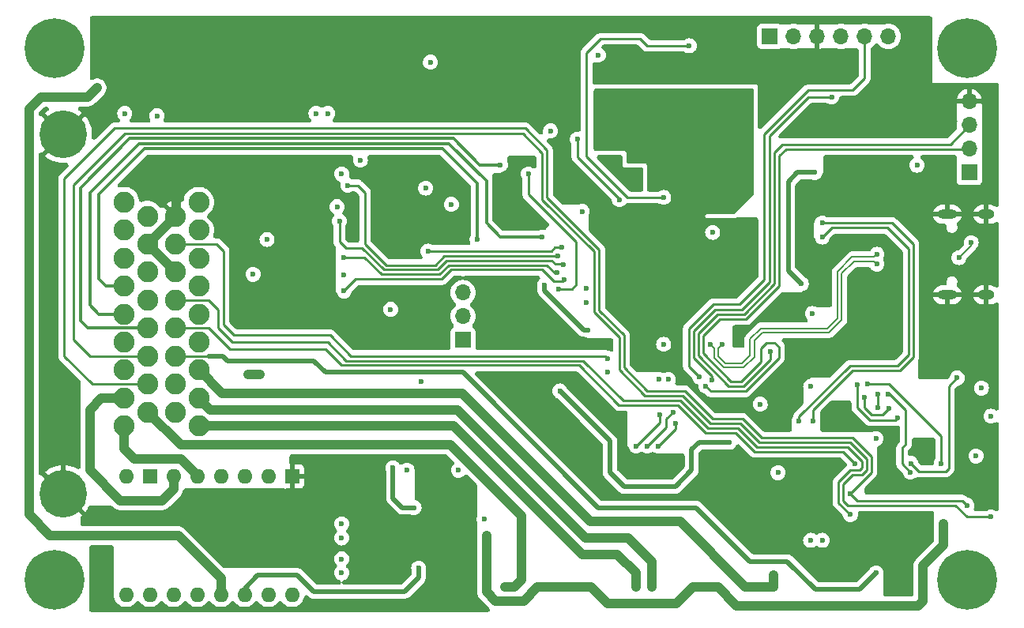
<source format=gbr>
%TF.GenerationSoftware,KiCad,Pcbnew,8.0.6*%
%TF.CreationDate,2025-01-10T15:23:21+07:00*%
%TF.ProjectId,NO2C,4e4f3243-2e6b-4696-9361-645f70636258,vD1*%
%TF.SameCoordinates,Original*%
%TF.FileFunction,Copper,L4,Bot*%
%TF.FilePolarity,Positive*%
%FSLAX46Y46*%
G04 Gerber Fmt 4.6, Leading zero omitted, Abs format (unit mm)*
G04 Created by KiCad (PCBNEW 8.0.6) date 2025-01-10 15:23:21*
%MOMM*%
%LPD*%
G01*
G04 APERTURE LIST*
%TA.AperFunction,ComponentPad*%
%ADD10R,1.700000X1.700000*%
%TD*%
%TA.AperFunction,ComponentPad*%
%ADD11O,1.700000X1.700000*%
%TD*%
%TA.AperFunction,ComponentPad*%
%ADD12O,1.600000X1.600000*%
%TD*%
%TA.AperFunction,ComponentPad*%
%ADD13R,1.600000X1.600000*%
%TD*%
%TA.AperFunction,ComponentPad*%
%ADD14C,2.250000*%
%TD*%
%TA.AperFunction,ComponentPad*%
%ADD15C,5.100000*%
%TD*%
%TA.AperFunction,ComponentPad*%
%ADD16C,0.800000*%
%TD*%
%TA.AperFunction,ComponentPad*%
%ADD17C,6.400000*%
%TD*%
%TA.AperFunction,ComponentPad*%
%ADD18O,2.100000X1.000000*%
%TD*%
%TA.AperFunction,ComponentPad*%
%ADD19O,1.800000X1.000000*%
%TD*%
%TA.AperFunction,ViaPad*%
%ADD20C,0.600000*%
%TD*%
%TA.AperFunction,Conductor*%
%ADD21C,0.250000*%
%TD*%
%TA.AperFunction,Conductor*%
%ADD22C,1.000000*%
%TD*%
%TA.AperFunction,Conductor*%
%ADD23C,0.500000*%
%TD*%
%TA.AperFunction,Conductor*%
%ADD24C,0.300000*%
%TD*%
%TA.AperFunction,Conductor*%
%ADD25C,0.200000*%
%TD*%
G04 APERTURE END LIST*
D10*
%TO.P,J4,1,Pin_1*%
%TO.N,unconnected-(J4-Pin_1-Pad1)*%
X80130000Y61750000D03*
D11*
%TO.P,J4,2,Pin_2*%
%TO.N,+5V*%
X82670000Y61750000D03*
%TO.P,J4,3,Pin_3*%
%TO.N,GND*%
X85210000Y61750000D03*
%TO.P,J4,4,Pin_4*%
%TO.N,Net-(J4-Pin_4)*%
X87750000Y61750000D03*
%TO.P,J4,5,Pin_5*%
%TO.N,/PA9*%
X90290000Y61750000D03*
%TO.P,J4,6,Pin_6*%
%TO.N,unconnected-(J4-Pin_6-Pad6)*%
X92830000Y61750000D03*
%TD*%
D12*
%TO.P,IC4,1,P1*%
%TO.N,/ENBL*%
X11150000Y1902000D03*
%TO.P,IC4,2,P2*%
%TO.N,unconnected-(IC4-P2-Pad2)*%
X13690000Y1902000D03*
%TO.P,IC4,3,P3*%
%TO.N,unconnected-(IC4-P3-Pad3)*%
X16230000Y1902000D03*
%TO.P,IC4,4,P4*%
%TO.N,unconnected-(IC4-P4-Pad4)*%
X18770000Y1902000D03*
%TO.P,IC4,5,P5*%
%TO.N,+5V*%
X21310000Y1902000D03*
%TO.P,IC4,6,P6*%
X23850000Y1902000D03*
%TO.P,IC4,7,P7*%
%TO.N,/STEP*%
X26390000Y1902000D03*
%TO.P,IC4,8,P8*%
%TO.N,/DIR*%
X28930000Y1902000D03*
D13*
%TO.P,IC4,9,P9*%
%TO.N,GND*%
X28930000Y14602000D03*
D12*
%TO.P,IC4,10,P10*%
%TO.N,unconnected-(IC4-P10-Pad10)*%
X26390000Y14602000D03*
%TO.P,IC4,11,P11*%
%TO.N,/STP-A2*%
X23850000Y14602000D03*
%TO.P,IC4,12,P12*%
%TO.N,/STP-A1*%
X21310000Y14602000D03*
%TO.P,IC4,13,P13*%
%TO.N,/STP-B1*%
X18770000Y14602000D03*
%TO.P,IC4,14,P14*%
%TO.N,/STP-B2*%
X16230000Y14602000D03*
D13*
%TO.P,IC4,15,P15*%
%TO.N,Earth*%
X13690000Y14602000D03*
D12*
%TO.P,IC4,16,P16*%
%TO.N,+12V*%
X11150000Y14602000D03*
%TD*%
D14*
%TO.P,J1,1,1*%
%TO.N,+BATT*%
X10937500Y44000000D03*
%TO.P,J1,2,2*%
%TO.N,VR1+*%
X10937500Y41000000D03*
%TO.P,J1,3,3*%
%TO.N,/VR1-*%
X10937500Y38000000D03*
%TO.P,J1,4,4*%
%TO.N,/IGN1*%
X10937500Y35000000D03*
%TO.P,J1,5,5*%
%TO.N,/IGN2*%
X10937500Y32000000D03*
%TO.P,J1,6,6*%
%TO.N,/STP-A1*%
X10937500Y29000000D03*
%TO.P,J1,7,7*%
%TO.N,/STP-A2*%
X10937500Y26000000D03*
%TO.P,J1,8,8*%
%TO.N,/STP-B2*%
X10937500Y23000000D03*
%TO.P,J1,9,9*%
%TO.N,/STP-B1*%
X10937500Y20000000D03*
%TO.P,J1,10,10*%
%TO.N,+5V*%
X13437500Y42500000D03*
%TO.P,J1,11,11*%
%TO.N,GND*%
X13437500Y39500000D03*
%TO.P,J1,12,12*%
%TO.N,/VR2-*%
X13437500Y36500000D03*
%TO.P,J1,13,13*%
%TO.N,VR2+*%
X13437500Y33500000D03*
%TO.P,J1,14,14*%
%TO.N,/TACHO*%
X13437500Y30500000D03*
%TO.P,J1,15,15*%
%TO.N,IP*%
X13437500Y27500000D03*
%TO.P,J1,16,16*%
%TO.N,IA*%
X13437500Y24500000D03*
%TO.P,J1,17,17*%
%TO.N,/IDLE*%
X13437500Y21500000D03*
%TO.P,J1,18,18*%
%TO.N,GND*%
X16437500Y42500000D03*
%TO.P,J1,19,19*%
%TO.N,/LAUNCH*%
X16437500Y39500000D03*
%TO.P,J1,20,20*%
%TO.N,GND*%
X16437500Y36500000D03*
%TO.P,J1,21,21*%
%TO.N,UN*%
X16437500Y33500000D03*
%TO.P,J1,22,22*%
%TO.N,VM*%
X16437500Y30500000D03*
%TO.P,J1,23,23*%
%TO.N,HEAT-*%
X16437500Y27500000D03*
%TO.P,J1,24,24*%
%TO.N,CANH*%
X16437500Y24500000D03*
%TO.P,J1,25,25*%
%TO.N,CANL*%
X16437500Y21500000D03*
%TO.P,J1,26,26*%
%TO.N,/O2*%
X18937500Y44000000D03*
%TO.P,J1,27,27*%
%TO.N,/TPS*%
X18937500Y41000000D03*
%TO.P,J1,28,28*%
%TO.N,/CLT*%
X18937500Y38000000D03*
%TO.P,J1,29,29*%
%TO.N,/IAT*%
X18937500Y35000000D03*
%TO.P,J1,30,30*%
%TO.N,/INJ1*%
X18937500Y32000000D03*
%TO.P,J1,31,31*%
%TO.N,/INJ2*%
X18937500Y29000000D03*
%TO.P,J1,32,32*%
%TO.N,/VVT*%
X18937500Y26000000D03*
%TO.P,J1,33,33*%
%TO.N,/BOOST*%
X18937500Y23000000D03*
%TO.P,J1,34,34*%
%TO.N,/FUELP*%
X18937500Y20000000D03*
D15*
%TO.P,J1,MH1,MH1*%
%TO.N,GND*%
X4437500Y51250000D03*
%TO.P,J1,MH2,MH2*%
X4437500Y12750000D03*
%TD*%
D10*
%TO.P,P1,1,Pin_1*%
%TO.N,+3.3V*%
X101500000Y47170000D03*
D11*
%TO.P,P1,2,Pin_2*%
%TO.N,/SWDIO*%
X101500000Y49710000D03*
%TO.P,P1,3,Pin_3*%
%TO.N,/SWCLK*%
X101500000Y52250000D03*
%TO.P,P1,4,Pin_4*%
%TO.N,GND*%
X101500000Y54790000D03*
%TD*%
D16*
%TO.P,REF\u002A\u002A,1*%
%TO.N,N/C*%
X1100000Y60500000D03*
X1802944Y62197056D03*
X1802944Y58802944D03*
X3500000Y62900000D03*
D17*
X3500000Y60500000D03*
D16*
X3500000Y58100000D03*
X5197056Y62197056D03*
X5197056Y58802944D03*
X5900000Y60500000D03*
%TD*%
%TO.P,REF\u002A\u002A,1*%
%TO.N,N/C*%
X1100000Y3500000D03*
X1802944Y5197056D03*
X1802944Y1802944D03*
X3500000Y5900000D03*
D17*
X3500000Y3500000D03*
D16*
X3500000Y1100000D03*
X5197056Y5197056D03*
X5197056Y1802944D03*
X5900000Y3500000D03*
%TD*%
%TO.P,REF\u002A\u002A,1*%
%TO.N,N/C*%
X98850000Y60500000D03*
X99552944Y62197056D03*
X99552944Y58802944D03*
X101250000Y62900000D03*
D17*
X101250000Y60500000D03*
D16*
X101250000Y58100000D03*
X102947056Y62197056D03*
X102947056Y58802944D03*
X103650000Y60500000D03*
%TD*%
%TO.P,REF\u002A\u002A,1*%
%TO.N,N/C*%
X98850000Y3500000D03*
X99552944Y5197056D03*
X99552944Y1802944D03*
X101250000Y5900000D03*
D17*
X101250000Y3500000D03*
D16*
X101250000Y1100000D03*
X102947056Y5197056D03*
X102947056Y1802944D03*
X103650000Y3500000D03*
%TD*%
D10*
%TO.P,JP1,1,1*%
%TO.N,+5V*%
X47250000Y29210000D03*
D11*
%TO.P,JP1,2,2*%
%TO.N,Net-(IC1-VDD)*%
X47250000Y31750000D03*
%TO.P,JP1,3,3*%
%TO.N,+12V*%
X47250000Y34290000D03*
%TD*%
D18*
%TO.P,J2,S1,SHIELD*%
%TO.N,GND*%
X99145000Y34055000D03*
D19*
X103325000Y34055000D03*
D18*
X99145000Y42695000D03*
D19*
X103325000Y42695000D03*
%TD*%
D20*
%TO.N,GND*%
X77500000Y61750000D03*
X97000000Y57750000D03*
X97000000Y59750000D03*
X97000000Y61500000D03*
X97000000Y63250000D03*
X95500000Y55500000D03*
X94000000Y56250000D03*
X91500000Y56250000D03*
X84750000Y57500000D03*
X79500000Y56000000D03*
X82750000Y56000000D03*
X79250000Y52750000D03*
X82250000Y51500000D03*
X84000000Y53500000D03*
%TO.N,/PA10*%
X86750000Y55250000D03*
%TO.N,+5V*%
X32750000Y53500000D03*
X102225000Y16775000D03*
X31500000Y53500000D03*
X91500000Y18650000D03*
X81000000Y15000000D03*
X102800000Y24050000D03*
X95900000Y47950000D03*
X42500000Y4750000D03*
X8050000Y56250000D03*
%TO.N,+12V*%
X98750000Y9500000D03*
X25500000Y25550000D03*
X14450000Y53250000D03*
X49750000Y7250000D03*
X58500000Y2750000D03*
X46000000Y43750000D03*
X49750000Y6250000D03*
X49750000Y8250000D03*
X24200000Y25550000D03*
X74500000Y2750000D03*
X73250000Y2750000D03*
X59750000Y2750000D03*
%TO.N,/PA3*%
X58000000Y37300000D03*
X34000000Y41950000D03*
%TO.N,/PA4*%
X34500000Y38050000D03*
X57350000Y36450000D03*
%TO.N,/PA5*%
X58100000Y35650000D03*
X34500000Y34475000D03*
%TO.N,/STEP*%
X67000000Y17850000D03*
X69750000Y21500000D03*
%TO.N,/DIR*%
X70000000Y20250000D03*
X68150000Y17850000D03*
%TO.N,/ENBL*%
X65800000Y17850000D03*
X68300000Y21200000D03*
%TO.N,/VR1-*%
X34250000Y5750000D03*
%TO.N,/VR2-*%
X34250000Y8000000D03*
%TO.N,/FUELP*%
X65750000Y4250000D03*
X65750000Y2750000D03*
%TO.N,/BOOST*%
X67500000Y4250000D03*
X67500000Y2750000D03*
%TO.N,/IDLE*%
X51750000Y2750000D03*
X52750000Y2750000D03*
%TO.N,/IGN2*%
X55750000Y40250000D03*
%TO.N,/IGN1*%
X48750000Y40000000D03*
%TO.N,/TACHO*%
X51250000Y48000000D03*
%TO.N,/VVT*%
X80500000Y4000000D03*
X80500000Y2750000D03*
%TO.N,/LAUNCH*%
X62750000Y27250000D03*
%TO.N,/PD11*%
X69250000Y25000000D03*
X46750000Y15250000D03*
%TO.N,Net-(D5-COM)*%
X68750000Y28750000D03*
X62750000Y25750000D03*
%TO.N,/PA2*%
X34900000Y45800000D03*
X57400000Y38200000D03*
%TO.N,/PD10*%
X68250000Y25000000D03*
X41250000Y15250000D03*
%TO.N,/PA0*%
X64000000Y44250000D03*
X59500000Y50750000D03*
%TO.N,/PA1*%
X57850000Y39150000D03*
X43500000Y38750000D03*
%TO.N,Net-(D20-COM)*%
X85750000Y41750000D03*
X84750000Y20500000D03*
%TO.N,Net-(D21-COM)*%
X83250000Y20500000D03*
X85750000Y40250000D03*
%TO.N,CANL*%
X84500000Y7750000D03*
%TO.N,CANH*%
X85750000Y7750000D03*
%TO.N,+BATT*%
X36250000Y48500000D03*
X11000000Y53500000D03*
%TO.N,VR2+*%
X34250000Y9500000D03*
%TO.N,VR1+*%
X34250000Y4250000D03*
%TO.N,/PD8*%
X60500000Y34750000D03*
X39500000Y32500000D03*
%TO.N,/PD14*%
X57500000Y34700000D03*
X54250000Y47000000D03*
%TO.N,HEAT-*%
X103825000Y21050000D03*
X91500000Y4250000D03*
%TO.N,/PD9*%
X42750000Y24750000D03*
X60500000Y33250000D03*
%TO.N,/SWDIO*%
X73275000Y24275000D03*
%TO.N,Net-(U2-NRST)*%
X68750000Y44500000D03*
X71500000Y60750000D03*
%TO.N,GND*%
X8100000Y875000D03*
X24100000Y42200000D03*
X42750000Y40000000D03*
X73250000Y36000000D03*
X34000000Y63000000D03*
X61750000Y54000000D03*
X64750000Y38500000D03*
X70250000Y29000000D03*
X38500000Y12000000D03*
X68750000Y32750000D03*
X29750000Y63000000D03*
X12250000Y61250000D03*
X34950000Y44300000D03*
X55500000Y20000000D03*
X63700000Y48650000D03*
X12250000Y59500000D03*
X93000000Y36500000D03*
X92900000Y28150000D03*
X63250000Y42000000D03*
X30250000Y43650000D03*
X69050000Y14700000D03*
X94000000Y13250000D03*
X76500000Y36000000D03*
X72250000Y47000000D03*
X84500000Y13000000D03*
X73500000Y57350000D03*
X73450000Y15700000D03*
X68750000Y30250000D03*
X96500000Y31250000D03*
X86250000Y14500000D03*
X46750000Y63250000D03*
X44000000Y57050000D03*
X61750000Y52250000D03*
X96500000Y35000000D03*
X52700000Y47400000D03*
X79000000Y20750000D03*
X91500000Y29500000D03*
X89250000Y39250000D03*
X76500000Y34250000D03*
X13500000Y48500000D03*
X67500000Y58000000D03*
X91500000Y43000000D03*
X93250000Y31950000D03*
X69650000Y55550000D03*
X85700000Y26500000D03*
X88250000Y20250000D03*
X40750000Y38500000D03*
X89500000Y36500000D03*
X103900000Y32450000D03*
X92750000Y13250000D03*
X75650000Y57350000D03*
X66250000Y40750000D03*
X65000000Y40750000D03*
X76750000Y51750000D03*
X86750000Y43000000D03*
X33000000Y48000000D03*
X86050000Y16050000D03*
X60000000Y61000000D03*
X30750000Y36250000D03*
X43000000Y31000000D03*
X62250000Y48650000D03*
X86250000Y35250000D03*
X74750000Y49750000D03*
X31000000Y47250000D03*
X55750000Y41750000D03*
X71500000Y39500000D03*
X82250000Y28650000D03*
X24250000Y40500000D03*
X88250000Y21500000D03*
X18750000Y63000000D03*
X48150000Y5900000D03*
X98600000Y27400000D03*
X21750000Y46500000D03*
X68750000Y36000000D03*
X21750000Y45250000D03*
X88250000Y7000000D03*
X68750000Y39500000D03*
X54500000Y20000000D03*
X36250000Y60000000D03*
X43000000Y29000000D03*
X88250000Y8750000D03*
X55000000Y30650000D03*
X97500000Y16950000D03*
X64750000Y36000000D03*
X28500000Y63000000D03*
X34950000Y43000000D03*
X63950000Y55450000D03*
X74500000Y55500000D03*
X71400000Y32750000D03*
X40250000Y41250000D03*
X66750000Y29000000D03*
X96400000Y16950000D03*
X59250000Y24750000D03*
X76500000Y38750000D03*
X76500000Y37500000D03*
X89000000Y33500000D03*
X8025000Y6600000D03*
X61500000Y42000000D03*
X73000000Y45750000D03*
X76500000Y28800000D03*
X18500000Y47750000D03*
X98600000Y29350000D03*
X35625000Y41375000D03*
X84600000Y28650000D03*
X68750000Y46000000D03*
X16750000Y47750000D03*
X83900000Y36750000D03*
X61750000Y50500000D03*
X61850000Y55400000D03*
X12250000Y63000000D03*
X75300000Y14350000D03*
X65500000Y58000000D03*
X82000000Y26450000D03*
X69100000Y16700000D03*
X55200000Y28700000D03*
X82500000Y14750000D03*
X35750000Y63000000D03*
X52750000Y24250000D03*
X60250000Y16500000D03*
X76750000Y49750000D03*
X37000000Y16250000D03*
X66400000Y14700000D03*
X38000000Y41250000D03*
X45250000Y32750000D03*
X63500000Y60000000D03*
X87450000Y16050000D03*
X48200000Y4600000D03*
X44000000Y53000000D03*
X103825000Y12675000D03*
X89250000Y43000000D03*
X90500000Y31950000D03*
X59000000Y16500000D03*
X98600000Y25800000D03*
X42250000Y63250000D03*
X96500000Y33000000D03*
X99000000Y32000000D03*
X87000000Y38000000D03*
X45500000Y15750000D03*
X73250000Y49750000D03*
X61500000Y16500000D03*
X38500000Y16250000D03*
X20250000Y63000000D03*
X96500000Y7250000D03*
X54000000Y24250000D03*
X72000000Y48250000D03*
X93750000Y34000000D03*
X36250000Y57500000D03*
X66800000Y48600000D03*
X36450000Y34500000D03*
X69500000Y58000000D03*
X8050000Y3925000D03*
X76750000Y53750000D03*
X92250000Y7250000D03*
X27500000Y48000000D03*
X64750000Y33750000D03*
X57000000Y56000000D03*
X76750000Y55500000D03*
X89000000Y48250000D03*
X60500000Y23500000D03*
X83900000Y38700000D03*
X26250000Y36275000D03*
X91750000Y48000000D03*
X68400000Y55550000D03*
X15000000Y47750000D03*
X73250000Y38500000D03*
X76500000Y30400000D03*
X86250000Y13000000D03*
X43250000Y6480000D03*
X14250000Y63000000D03*
X103900000Y31000000D03*
X77800000Y57400000D03*
%TO.N,/SWCLK*%
X80200000Y28000000D03*
%TO.N,/DIAHG*%
X90600000Y24550000D03*
X98500000Y16000000D03*
%TO.N,+3.3V*%
X61750000Y59750000D03*
X49500000Y10000000D03*
X57625000Y23750000D03*
X84950000Y47170000D03*
X60600000Y30300000D03*
X56625000Y51625000D03*
X60000000Y43000000D03*
X33750000Y43500000D03*
X43250000Y45500000D03*
X83500000Y35250000D03*
X26250000Y40000000D03*
X56000000Y35125000D03*
X42000000Y11250000D03*
X24750000Y36250000D03*
X34250000Y47000000D03*
X84500000Y24250000D03*
X39750000Y15500000D03*
X43750000Y59000000D03*
X79100000Y22350000D03*
X75750000Y18250000D03*
X34500000Y36225000D03*
%TO.N,/PA9*%
X72575000Y25275000D03*
%TO.N,/PA10*%
X73900000Y24900000D03*
%TO.N,/USB_D-*%
X91600000Y37350000D03*
X73750000Y28750000D03*
%TO.N,/USB_D+*%
X75000000Y28750000D03*
X91600000Y38400000D03*
X101700000Y39650000D03*
X100400000Y38050000D03*
%TO.N,/UA*%
X95200000Y15050000D03*
X92800000Y23450000D03*
%TO.N,/SPI3_MISO*%
X92900000Y21850000D03*
X90300000Y23050000D03*
%TO.N,/SS3*%
X74000000Y40750000D03*
X91700000Y21950000D03*
X84700000Y32050000D03*
X91700000Y23450000D03*
%TO.N,/SPI3_MOSI*%
X93800000Y20850000D03*
X89500000Y24450000D03*
%TO.N,UN*%
X88750000Y10500000D03*
%TO.N,IP*%
X103825000Y10250000D03*
%TO.N,IA*%
X88750000Y12750000D03*
X101250000Y11500000D03*
%TO.N,VM*%
X100200000Y25150000D03*
X89250000Y16000000D03*
X95250000Y16000000D03*
%TD*%
D21*
%TO.N,/SWCLK*%
X99450000Y50200000D02*
X101500000Y52250000D01*
X81450000Y50200000D02*
X99450000Y50200000D01*
X80600000Y49350000D02*
X81450000Y50200000D01*
X80600000Y35250000D02*
X80600000Y49350000D01*
X72450000Y27525000D02*
X72450000Y29950000D01*
X75725000Y24250000D02*
X72450000Y27525000D01*
X77300000Y24250000D02*
X75725000Y24250000D01*
X72450000Y29950000D02*
X74500000Y32000000D01*
X80200000Y27150000D02*
X77300000Y24250000D01*
X77350000Y32000000D02*
X80600000Y35250000D01*
X74500000Y32000000D02*
X77350000Y32000000D01*
X80200000Y28000000D02*
X80200000Y27150000D01*
%TO.N,/PA10*%
X84250000Y55250000D02*
X86750000Y55250000D01*
X80060000Y51060000D02*
X84250000Y55250000D01*
X80060000Y35460000D02*
X80060000Y51060000D01*
X77100000Y32500000D02*
X80060000Y35460000D01*
X74250000Y32500000D02*
X77100000Y32500000D01*
X71950000Y27300000D02*
X71950000Y30200000D01*
X71950000Y30200000D02*
X74250000Y32500000D01*
X73900000Y25350000D02*
X71950000Y27300000D01*
X73900000Y24900000D02*
X73900000Y25350000D01*
%TO.N,/PA9*%
X90290000Y57290000D02*
X90290000Y61750000D01*
X89000000Y56000000D02*
X90290000Y57290000D01*
X76850000Y33050000D02*
X79500000Y35700000D01*
X74050000Y33050000D02*
X76850000Y33050000D01*
X71450000Y30450000D02*
X74050000Y33050000D01*
X71450000Y26400000D02*
X71450000Y30450000D01*
X79500000Y35700000D02*
X79500000Y51250000D01*
X84250000Y56000000D02*
X89000000Y56000000D01*
X72575000Y25275000D02*
X71450000Y26400000D01*
X79500000Y51250000D02*
X84250000Y56000000D01*
D22*
%TO.N,+5V*%
X21310000Y3690000D02*
X16750000Y8250000D01*
X750000Y10500000D02*
X750000Y54000000D01*
D23*
X31250000Y2250000D02*
X29500000Y4000000D01*
X25250000Y4000000D02*
X23850000Y2600000D01*
D22*
X21310000Y1902000D02*
X21310000Y3690000D01*
X3000000Y8250000D02*
X750000Y10500000D01*
X7050000Y55250000D02*
X8050000Y56250000D01*
D23*
X42500000Y4750000D02*
X42500000Y3750000D01*
X23850000Y2600000D02*
X23850000Y1902000D01*
D22*
X2000000Y55250000D02*
X7050000Y55250000D01*
D23*
X41000000Y2250000D02*
X31250000Y2250000D01*
D22*
X16750000Y8250000D02*
X3000000Y8250000D01*
D23*
X42500000Y3750000D02*
X41000000Y2250000D01*
D22*
X750000Y54000000D02*
X2000000Y55250000D01*
D23*
X29500000Y4000000D02*
X25250000Y4000000D01*
D22*
%TO.N,+12V*%
X53750000Y1250000D02*
X50750000Y1250000D01*
X61000000Y2750000D02*
X58500000Y2750000D01*
X74500000Y2750000D02*
X74575000Y2750000D01*
X49750000Y6250000D02*
X49750000Y8250000D01*
X74575000Y2750000D02*
X76575000Y750000D01*
X73250000Y2750000D02*
X74500000Y2750000D01*
X96500000Y5000000D02*
X98750000Y7250000D01*
X50750000Y1250000D02*
X49750000Y2250000D01*
X96000000Y750000D02*
X96500000Y1250000D01*
X70125000Y1000000D02*
X62750000Y1000000D01*
X98750000Y7250000D02*
X98750000Y9500000D01*
X58500000Y2750000D02*
X55250000Y2750000D01*
X71875000Y2750000D02*
X70125000Y1000000D01*
X96500000Y1250000D02*
X96500000Y5000000D01*
X49750000Y2250000D02*
X49750000Y6250000D01*
X76575000Y750000D02*
X96000000Y750000D01*
X73250000Y2750000D02*
X71875000Y2750000D01*
X55250000Y2750000D02*
X53750000Y1250000D01*
X62750000Y1000000D02*
X61000000Y2750000D01*
X24200000Y25550000D02*
X25500000Y25550000D01*
D21*
%TO.N,/PA3*%
X58000000Y37300000D02*
X57950000Y37350000D01*
X45500000Y37750000D02*
X44500000Y36750000D01*
X38750000Y36750000D02*
X36450000Y39050000D01*
X44500000Y36750000D02*
X38750000Y36750000D01*
X34700000Y39050000D02*
X36450000Y39050000D01*
X56750000Y37750000D02*
X45500000Y37750000D01*
X34000000Y41500000D02*
X34000000Y41950000D01*
X34000000Y41950000D02*
X34000000Y39750000D01*
X34000000Y39750000D02*
X34700000Y39050000D01*
X57150000Y37350000D02*
X56750000Y37750000D01*
X57950000Y37350000D02*
X57150000Y37350000D01*
%TO.N,/PA4*%
X36700000Y38050000D02*
X38500000Y36250000D01*
X45750000Y37250000D02*
X56250000Y37250000D01*
X38500000Y36250000D02*
X44750000Y36250000D01*
X44750000Y36250000D02*
X45750000Y37250000D01*
X56250000Y37250000D02*
X57050000Y36450000D01*
X34500000Y38050000D02*
X36700000Y38050000D01*
X57050000Y36450000D02*
X57350000Y36450000D01*
%TO.N,/PA5*%
X58100000Y35650000D02*
X57950000Y35500000D01*
X55750000Y36750000D02*
X46000000Y36750000D01*
X45000000Y35750000D02*
X35775000Y35750000D01*
X46000000Y36750000D02*
X45000000Y35750000D01*
X35775000Y35750000D02*
X34500000Y34475000D01*
X57000000Y35500000D02*
X55750000Y36750000D01*
X57950000Y35500000D02*
X57000000Y35500000D01*
%TO.N,/STEP*%
X67000000Y17850000D02*
X69000000Y19850000D01*
X69000000Y20750000D02*
X69750000Y21500000D01*
X69000000Y19850000D02*
X69000000Y20750000D01*
%TO.N,/DIR*%
X70000000Y19700000D02*
X70000000Y20250000D01*
X68150000Y17850000D02*
X70000000Y19700000D01*
%TO.N,/ENBL*%
X68300000Y20350000D02*
X65800000Y17850000D01*
X68300000Y21200000D02*
X68300000Y20350000D01*
D22*
%TO.N,/STP-B1*%
X18770000Y14602000D02*
X18770000Y14730000D01*
X12000000Y16500000D02*
X10937500Y17562500D01*
X18770000Y14730000D02*
X17000000Y16500000D01*
X17000000Y16500000D02*
X12000000Y16500000D01*
X10937500Y17562500D02*
X10937500Y20000000D01*
%TO.N,/STP-B2*%
X16230000Y13230000D02*
X15000000Y12000000D01*
X8500000Y23000000D02*
X10937500Y23000000D01*
X7250000Y15250000D02*
X7250000Y21750000D01*
X15000000Y12000000D02*
X10500000Y12000000D01*
X16230000Y14602000D02*
X16230000Y13230000D01*
X10500000Y12000000D02*
X7250000Y15250000D01*
X7250000Y21750000D02*
X8500000Y23000000D01*
%TO.N,/FUELP*%
X65750000Y4250000D02*
X63800000Y6200000D01*
X46200000Y20000000D02*
X18937500Y20000000D01*
X60000000Y6200000D02*
X46200000Y20000000D01*
X63800000Y6200000D02*
X60000000Y6200000D01*
X65750000Y2750000D02*
X65750000Y4250000D01*
%TO.N,/BOOST*%
X46650000Y21750000D02*
X20187500Y21750000D01*
X20187500Y21750000D02*
X18937500Y23000000D01*
X64950000Y8000000D02*
X60400000Y8000000D01*
X67500000Y2750000D02*
X67500000Y5450000D01*
X60400000Y8000000D02*
X46650000Y21750000D01*
X67500000Y5450000D02*
X64950000Y8000000D01*
%TO.N,/IDLE*%
X52750000Y2750000D02*
X53500000Y3500000D01*
X45900000Y18000000D02*
X17000000Y18000000D01*
X13500000Y21500000D02*
X13437500Y21500000D01*
X51750000Y2750000D02*
X52750000Y2750000D01*
X53500000Y10400000D02*
X45900000Y18000000D01*
X53500000Y3500000D02*
X53500000Y10400000D01*
X52250000Y2750000D02*
X51750000Y2750000D01*
X17000000Y18000000D02*
X13500000Y21500000D01*
D24*
%TO.N,/IGN2*%
X51250000Y40250000D02*
X55750000Y40250000D01*
X49750000Y46250000D02*
X49750000Y41750000D01*
X7250000Y45000000D02*
X12500000Y50250000D01*
X12500000Y50250000D02*
X45750000Y50250000D01*
X49750000Y41750000D02*
X51250000Y40250000D01*
X45750000Y50250000D02*
X49750000Y46250000D01*
X10937500Y32000000D02*
X8250000Y32000000D01*
X8250000Y32000000D02*
X7250000Y33000000D01*
X7250000Y33000000D02*
X7250000Y45000000D01*
%TO.N,/IGN1*%
X13100000Y49700000D02*
X45050000Y49700000D01*
X45050000Y49700000D02*
X48750000Y46000000D01*
X48750000Y46000000D02*
X48750000Y40000000D01*
X8250000Y44850000D02*
X13100000Y49700000D01*
X8250000Y35750000D02*
X8250000Y44850000D01*
X10937500Y35000000D02*
X9000000Y35000000D01*
X9000000Y35000000D02*
X8250000Y35750000D01*
%TO.N,/TACHO*%
X6250000Y45500000D02*
X11550000Y50800000D01*
X13437500Y30500000D02*
X7000000Y30500000D01*
X46200000Y50800000D02*
X49000000Y48000000D01*
X11550000Y50800000D02*
X46200000Y50800000D01*
X6250000Y31250000D02*
X6250000Y45500000D01*
X7000000Y30500000D02*
X6250000Y31250000D01*
X49000000Y48000000D02*
X51250000Y48000000D01*
D22*
%TO.N,/VVT*%
X60900000Y9750000D02*
X47150000Y23500000D01*
X80500000Y4000000D02*
X80500000Y2750000D01*
X70500000Y9750000D02*
X60900000Y9750000D01*
X80500000Y2750000D02*
X77500000Y2750000D01*
X47150000Y23500000D02*
X21437500Y23500000D01*
X77500000Y2750000D02*
X70500000Y9750000D01*
X21437500Y23500000D02*
X18937500Y26000000D01*
D21*
%TO.N,/LAUNCH*%
X21600000Y30850000D02*
X22700000Y29750000D01*
X21600000Y38750000D02*
X21600000Y30850000D01*
X20850000Y39500000D02*
X21600000Y38750000D01*
X33000000Y29750000D02*
X35250000Y27500000D01*
X16437500Y39500000D02*
X20850000Y39500000D01*
X22700000Y29750000D02*
X33000000Y29750000D01*
X35250000Y27500000D02*
X62500000Y27500000D01*
X62500000Y27500000D02*
X62750000Y27250000D01*
%TO.N,/PA2*%
X57350000Y38250000D02*
X57400000Y38200000D01*
X39000000Y37250000D02*
X44250000Y37250000D01*
X36750000Y39500000D02*
X39000000Y37250000D01*
X36750000Y45000000D02*
X36750000Y39500000D01*
X34900000Y45800000D02*
X35950000Y45800000D01*
X44250000Y37250000D02*
X45250000Y38250000D01*
X35950000Y45800000D02*
X36750000Y45000000D01*
X45250000Y38250000D02*
X57350000Y38250000D01*
%TO.N,/PA0*%
X64000000Y44350000D02*
X64000000Y44250000D01*
X59500000Y48850000D02*
X64000000Y44350000D01*
X59500000Y50750000D02*
X59500000Y48850000D01*
%TO.N,/PA1*%
X43500000Y38750000D02*
X56700000Y38750000D01*
X57100000Y39150000D02*
X57850000Y39150000D01*
X56700000Y38750000D02*
X57100000Y39150000D01*
%TO.N,Net-(D20-COM)*%
X95500000Y39500000D02*
X93250000Y41750000D01*
X89000000Y25950000D02*
X94050000Y25950000D01*
X93250000Y41750000D02*
X85750000Y41750000D01*
X95500000Y27400000D02*
X95500000Y39500000D01*
X94050000Y25950000D02*
X95500000Y27400000D01*
X84750000Y20500000D02*
X84750000Y21700000D01*
X84750000Y21700000D02*
X89000000Y25950000D01*
%TO.N,Net-(D21-COM)*%
X95000000Y39000000D02*
X92750000Y41250000D01*
X95000000Y27650000D02*
X95000000Y39000000D01*
X92750000Y41250000D02*
X86750000Y41250000D01*
X83250000Y20500000D02*
X83250000Y21000000D01*
X93800000Y26450000D02*
X95000000Y27650000D01*
X88700000Y26450000D02*
X93800000Y26450000D01*
X83250000Y21000000D02*
X88700000Y26450000D01*
X86750000Y41250000D02*
X85750000Y40250000D01*
%TO.N,/PD14*%
X57500000Y34700000D02*
X58900000Y34700000D01*
X58900000Y34700000D02*
X59350000Y35150000D01*
X59350000Y35150000D02*
X59350000Y39725000D01*
X54250000Y44825000D02*
X54250000Y47000000D01*
X59350000Y39725000D02*
X54250000Y44825000D01*
D23*
%TO.N,HEAT-*%
X22000000Y27000000D02*
X31250000Y27000000D01*
X31250000Y27000000D02*
X32500000Y25750000D01*
X21500000Y27500000D02*
X22000000Y27000000D01*
X47250000Y25750000D02*
X61750000Y11250000D01*
D21*
X20000000Y27500000D02*
X16437500Y27500000D01*
D23*
X82000000Y5500000D02*
X85000000Y2500000D01*
X72250000Y11250000D02*
X78000000Y5500000D01*
X20000000Y27500000D02*
X21500000Y27500000D01*
X85000000Y2500000D02*
X89750000Y2500000D01*
X89750000Y2500000D02*
X91500000Y4250000D01*
X78000000Y5500000D02*
X82000000Y5500000D01*
X32500000Y25750000D02*
X47250000Y25750000D01*
X61750000Y11250000D02*
X72250000Y11250000D01*
D21*
%TO.N,/SWDIO*%
X72950000Y27775000D02*
X72950000Y29650000D01*
X75975000Y24750000D02*
X72950000Y27775000D01*
X81100000Y28500000D02*
X80650000Y28950000D01*
X77050000Y24750000D02*
X75975000Y24750000D01*
X73825000Y23725000D02*
X77525000Y23725000D01*
X79150000Y28350000D02*
X79150000Y26850000D01*
X79150000Y26850000D02*
X77050000Y24750000D01*
X72950000Y29650000D02*
X74750000Y31450000D01*
X73275000Y24275000D02*
X73825000Y23725000D01*
X80650000Y28950000D02*
X79750000Y28950000D01*
X79750000Y28950000D02*
X79150000Y28350000D01*
X81840000Y49690000D02*
X101480000Y49690000D01*
X101480000Y49690000D02*
X101500000Y49710000D01*
X74750000Y31450000D02*
X77600000Y31450000D01*
X81150000Y49000000D02*
X81840000Y49690000D01*
X81100000Y27300000D02*
X81100000Y28500000D01*
X77525000Y23725000D02*
X81100000Y27300000D01*
X77600000Y31450000D02*
X81150000Y35000000D01*
X81150000Y35000000D02*
X81150000Y49000000D01*
%TO.N,Net-(U2-NRST)*%
X60500000Y60000000D02*
X62000000Y61500000D01*
X60500000Y48900000D02*
X60500000Y60000000D01*
X67000000Y60750000D02*
X71500000Y60750000D01*
X62000000Y61500000D02*
X66250000Y61500000D01*
X66250000Y61500000D02*
X67000000Y60750000D01*
X68750000Y44500000D02*
X64900000Y44500000D01*
X64900000Y44500000D02*
X60500000Y48900000D01*
D23*
%TO.N,GND*%
X16437500Y42500000D02*
X16500000Y42562500D01*
D22*
X13437500Y39500000D02*
X16437500Y42500000D01*
X16437500Y36500000D02*
X13437500Y39500000D01*
D23*
X16500000Y44687500D02*
X16437500Y44750000D01*
D22*
X16500000Y42562500D02*
X16500000Y44687500D01*
D23*
X4437500Y17437500D02*
X4500000Y17500000D01*
X4437500Y12750000D02*
X4437500Y17437500D01*
D21*
%TO.N,/DIAHG*%
X92900000Y24550000D02*
X98500000Y18950000D01*
X90600000Y24550000D02*
X92900000Y24550000D01*
X98500000Y18950000D02*
X98500000Y16000000D01*
D23*
%TO.N,+3.3V*%
X71750000Y17475000D02*
X71750000Y15250000D01*
X63000000Y15000000D02*
X63000000Y18400000D01*
X56000000Y35125000D02*
X56000000Y34500000D01*
X82100000Y36650000D02*
X82100000Y46200000D01*
X72525000Y18250000D02*
X71750000Y17475000D01*
X75750000Y18250000D02*
X72525000Y18250000D01*
X56000000Y34500000D02*
X60200000Y30300000D01*
X83070000Y47170000D02*
X84950000Y47170000D01*
X42000000Y11250000D02*
X40750000Y11250000D01*
X64500000Y13500000D02*
X63000000Y15000000D01*
X71750000Y15250000D02*
X70000000Y13500000D01*
X83500000Y35250000D02*
X82100000Y36650000D01*
X63000000Y18400000D02*
X57650000Y23750000D01*
X40750000Y11250000D02*
X39750000Y12250000D01*
X82100000Y46200000D02*
X83070000Y47170000D01*
X39750000Y12250000D02*
X39750000Y15500000D01*
X60200000Y30300000D02*
X60600000Y30300000D01*
X70000000Y13500000D02*
X64500000Y13500000D01*
X57650000Y23750000D02*
X57625000Y23750000D01*
D25*
%TO.N,/USB_D-*%
X78475000Y29156800D02*
X79343199Y30024999D01*
X74149999Y27281801D02*
X75156800Y26275000D01*
X78475000Y27406800D02*
X78475000Y29156800D01*
X89118199Y37649999D02*
X91300001Y37649999D01*
X87825000Y36356800D02*
X89118199Y37649999D01*
X86493199Y30024999D02*
X87825000Y31356800D01*
X74149999Y28350001D02*
X74149999Y27281801D01*
X79343199Y30024999D02*
X86493199Y30024999D01*
X73750000Y28750000D02*
X74149999Y28350001D01*
X77343200Y26275000D02*
X78475000Y27406800D01*
X91300001Y37649999D02*
X91600000Y37350000D01*
X87825000Y31356800D02*
X87825000Y36356800D01*
X75156800Y26275000D02*
X77343200Y26275000D01*
%TO.N,/USB_D+*%
X74600001Y28350001D02*
X74600001Y27468199D01*
X74600001Y27468199D02*
X75343200Y26725000D01*
X87375000Y36543200D02*
X88931801Y38100001D01*
X77156800Y26725000D02*
X78025000Y27593200D01*
X78025000Y27593200D02*
X78025000Y29343200D01*
X86306801Y30475001D02*
X87375000Y31543200D01*
X88931801Y38100001D02*
X91300001Y38100001D01*
X75000000Y28750000D02*
X74600001Y28350001D01*
X101700000Y39350000D02*
X101700000Y39650000D01*
X87375000Y31543200D02*
X87375000Y36543200D01*
X75343200Y26725000D02*
X77156800Y26725000D01*
X100400000Y38050000D02*
X101700000Y39350000D01*
X78025000Y29343200D02*
X79156801Y30475001D01*
X79156801Y30475001D02*
X86306801Y30475001D01*
X91300001Y38100001D02*
X91600000Y38400000D01*
D21*
%TO.N,/UA*%
X93000000Y23450000D02*
X92800000Y23450000D01*
X94700000Y21750000D02*
X93000000Y23450000D01*
X94300000Y17650000D02*
X94700000Y18050000D01*
X94300000Y15950000D02*
X94300000Y17650000D01*
X94700000Y18050000D02*
X94700000Y21750000D01*
X95200000Y15050000D02*
X94300000Y15950000D01*
%TO.N,/SPI3_MISO*%
X92250000Y21200000D02*
X91050000Y21200000D01*
X91050000Y21200000D02*
X90300000Y21950000D01*
X90300000Y21950000D02*
X90300000Y23050000D01*
X92900000Y21850000D02*
X92250000Y21200000D01*
%TO.N,/SS3*%
X91700000Y21950000D02*
X91700000Y23450000D01*
%TO.N,/SPI3_MOSI*%
X93600000Y20650000D02*
X90850000Y20650000D01*
X89500000Y22000000D02*
X89500000Y24450000D01*
X90850000Y20650000D02*
X89500000Y22000000D01*
X93800000Y20850000D02*
X93600000Y20650000D01*
%TO.N,UN*%
X76750000Y19750000D02*
X73500000Y19750000D01*
X87500000Y14000000D02*
X88750000Y15250000D01*
X73500000Y19750000D02*
X70500000Y22750000D01*
X70500000Y22750000D02*
X64400000Y22750000D01*
X89750000Y15250000D02*
X90000000Y15500000D01*
X21000000Y32500000D02*
X20000000Y33500000D01*
X88500000Y17750000D02*
X78750000Y17750000D01*
X32750000Y29000000D02*
X22500000Y29000000D01*
X78750000Y17750000D02*
X76750000Y19750000D01*
X22500000Y29000000D02*
X21000000Y30500000D01*
X21000000Y30500000D02*
X21000000Y32500000D01*
X88750000Y10500000D02*
X87500000Y11750000D01*
X87500000Y11750000D02*
X87500000Y14000000D01*
X64400000Y22750000D02*
X60150000Y27000000D01*
X90000000Y16250000D02*
X88500000Y17750000D01*
X34750000Y27000000D02*
X32750000Y29000000D01*
X20000000Y33500000D02*
X16437500Y33500000D01*
X60150000Y27000000D02*
X34750000Y27000000D01*
X88750000Y15250000D02*
X89750000Y15250000D01*
X90000000Y15500000D02*
X90000000Y16250000D01*
%TO.N,IP*%
X64000000Y26000000D02*
X64000000Y29500000D01*
X61275000Y38725000D02*
X55750000Y44250000D01*
X77000000Y20250000D02*
X73750000Y20250000D01*
X55750000Y49250000D02*
X53650000Y51350000D01*
X88500000Y11500000D02*
X88000000Y12000000D01*
X101250000Y10250000D02*
X100000000Y11500000D01*
X55750000Y44250000D02*
X55750000Y49250000D01*
X53650000Y51350000D02*
X10975000Y51350000D01*
X5500000Y45875000D02*
X5500000Y29250000D01*
X90500000Y15250000D02*
X90500000Y16500000D01*
X103825000Y10250000D02*
X101250000Y10250000D01*
X10975000Y51350000D02*
X5500000Y45875000D01*
X79000000Y18250000D02*
X77000000Y20250000D01*
X5500000Y29250000D02*
X7250000Y27500000D01*
X64000000Y29500000D02*
X61275000Y32225000D01*
X89000000Y14750000D02*
X90000000Y14750000D01*
X90000000Y14750000D02*
X90500000Y15250000D01*
X73750000Y20250000D02*
X70750000Y23250000D01*
X88000000Y13750000D02*
X89000000Y14750000D01*
X88750000Y18250000D02*
X79000000Y18250000D01*
X90500000Y16500000D02*
X88750000Y18250000D01*
X88000000Y12000000D02*
X88000000Y13750000D01*
X7250000Y27500000D02*
X13437500Y27500000D01*
X100000000Y11500000D02*
X88500000Y11500000D01*
X66750000Y23250000D02*
X64000000Y26000000D01*
X61275000Y32225000D02*
X61275000Y38725000D01*
X70750000Y23250000D02*
X66750000Y23250000D01*
%TO.N,IA*%
X64500000Y26250000D02*
X67000000Y23750000D01*
X67000000Y23750000D02*
X71000000Y23750000D01*
X4500000Y46500000D02*
X9901850Y51901850D01*
X100750000Y12000000D02*
X89500000Y12000000D01*
X89000000Y18750000D02*
X91000000Y16750000D01*
X91000000Y15000000D02*
X88750000Y12750000D01*
X77250000Y20750000D02*
X79250000Y18750000D01*
X9901850Y51901850D02*
X53923150Y51901850D01*
X101250000Y11500000D02*
X100750000Y12000000D01*
X79250000Y18750000D02*
X89000000Y18750000D01*
X61850000Y38900000D02*
X61850000Y32400000D01*
X53923150Y51901850D02*
X56250000Y49575000D01*
X91000000Y16750000D02*
X91000000Y15000000D01*
X74000000Y20750000D02*
X77250000Y20750000D01*
X4500000Y27500000D02*
X4500000Y46500000D01*
X61850000Y32400000D02*
X64500000Y29750000D01*
X64500000Y29750000D02*
X64500000Y26250000D01*
X7500000Y24500000D02*
X4500000Y27500000D01*
X56250000Y44500000D02*
X61850000Y38900000D01*
X71000000Y23750000D02*
X74000000Y20750000D01*
X56250000Y49575000D02*
X56250000Y44500000D01*
X89500000Y12000000D02*
X88750000Y12750000D01*
X13437500Y24500000D02*
X7500000Y24500000D01*
%TO.N,VM*%
X59700000Y26500000D02*
X63950000Y22250000D01*
X70250000Y22250000D02*
X73250000Y19250000D01*
X76500000Y19250000D02*
X78500000Y17250000D01*
X34250000Y26500000D02*
X59700000Y26500000D01*
X99000000Y15150000D02*
X99300000Y15450000D01*
X63950000Y22250000D02*
X70250000Y22250000D01*
X20000000Y30500000D02*
X22250000Y28250000D01*
X32500000Y28250000D02*
X34250000Y26500000D01*
X88000000Y17250000D02*
X89250000Y16000000D01*
X78500000Y17250000D02*
X88000000Y17250000D01*
X73250000Y19250000D02*
X76500000Y19250000D01*
X96100000Y15150000D02*
X99000000Y15150000D01*
X16437500Y30500000D02*
X20000000Y30500000D01*
X95250000Y16000000D02*
X96100000Y15150000D01*
X99300000Y24250000D02*
X100200000Y25150000D01*
X22250000Y28250000D02*
X32500000Y28250000D01*
X99300000Y15450000D02*
X99300000Y24250000D01*
%TD*%
%TA.AperFunction,Conductor*%
%TO.N,GND*%
G36*
X45477728Y16980546D02*
G01*
X45558510Y16926570D01*
X46250431Y16234649D01*
X46304407Y16153867D01*
X46323361Y16058579D01*
X46304407Y15963291D01*
X46250431Y15882510D01*
X46120182Y15752261D01*
X46024214Y15599530D01*
X46024211Y15599524D01*
X46024211Y15599522D01*
X45968791Y15441139D01*
X45964632Y15429254D01*
X45964630Y15429246D01*
X45944435Y15250004D01*
X45944435Y15249997D01*
X45964630Y15070755D01*
X45964631Y15070749D01*
X45964632Y15070745D01*
X46024211Y14900478D01*
X46024212Y14900477D01*
X46024214Y14900471D01*
X46120180Y14747743D01*
X46120182Y14747741D01*
X46120184Y14747738D01*
X46247738Y14620184D01*
X46247740Y14620183D01*
X46247742Y14620181D01*
X46400470Y14524215D01*
X46400473Y14524214D01*
X46400478Y14524211D01*
X46570745Y14464632D01*
X46570754Y14464631D01*
X46749996Y14444435D01*
X46750000Y14444435D01*
X46750004Y14444435D01*
X46889908Y14460199D01*
X46929255Y14464632D01*
X47099522Y14524211D01*
X47099527Y14524215D01*
X47099529Y14524215D01*
X47252260Y14620183D01*
X47252259Y14620183D01*
X47252262Y14620184D01*
X47379816Y14747738D01*
X47379817Y14747741D01*
X47382508Y14750431D01*
X47463289Y14804408D01*
X47558577Y14823362D01*
X47653865Y14804408D01*
X47734647Y14750432D01*
X47734648Y14750432D01*
X48677070Y13808010D01*
X48731046Y13727228D01*
X48750000Y13631940D01*
X48750000Y10322638D01*
X48736027Y10240400D01*
X48714633Y10179261D01*
X48714630Y10179246D01*
X48694435Y10000004D01*
X48694435Y9999997D01*
X48714630Y9820755D01*
X48714632Y9820744D01*
X48736027Y9759602D01*
X48750000Y9677363D01*
X48750000Y8365851D01*
X48749500Y8355670D01*
X48749500Y8348541D01*
X48749500Y6348541D01*
X48749500Y2151459D01*
X48757306Y2112218D01*
X48786662Y1964632D01*
X48786664Y1964621D01*
X48787948Y1958166D01*
X48862434Y1778341D01*
X48863368Y1776086D01*
X48972861Y1612218D01*
X49112218Y1472861D01*
X49112220Y1472860D01*
X50084511Y500568D01*
X50138486Y419788D01*
X50157440Y324500D01*
X50138486Y229212D01*
X50084510Y148430D01*
X50003728Y94454D01*
X49908440Y75500D01*
X7449000Y75500D01*
X7353712Y94454D01*
X7272930Y148430D01*
X7218954Y229212D01*
X7200000Y324500D01*
X7200000Y3387043D01*
X7200341Y3400074D01*
X7202180Y3435165D01*
X7205578Y3500000D01*
X7200341Y3599928D01*
X7200000Y3612959D01*
X7200000Y7000500D01*
X7218954Y7095788D01*
X7272930Y7176570D01*
X7353712Y7230546D01*
X7449000Y7249500D01*
X9601000Y7249500D01*
X9696288Y7230546D01*
X9777070Y7176570D01*
X9831046Y7095788D01*
X9850000Y7000500D01*
X9850000Y2107865D01*
X9844382Y2065195D01*
X9845403Y2062703D01*
X9850000Y2015080D01*
X9850000Y1975367D01*
X9849052Y1953664D01*
X9844532Y1902004D01*
X9844532Y1901995D01*
X9864363Y1675321D01*
X9864365Y1675306D01*
X9923261Y1455504D01*
X9923262Y1455501D01*
X10019428Y1249273D01*
X10019436Y1249259D01*
X10149949Y1062866D01*
X10149953Y1062861D01*
X10310861Y901953D01*
X10310864Y901951D01*
X10310865Y901950D01*
X10497258Y771437D01*
X10497262Y771435D01*
X10497266Y771432D01*
X10703504Y675261D01*
X10923308Y616365D01*
X10942984Y614644D01*
X11149994Y596532D01*
X11150000Y596532D01*
X11150006Y596532D01*
X11329668Y612251D01*
X11376692Y616365D01*
X11596496Y675261D01*
X11802734Y771432D01*
X11989139Y901953D01*
X12150047Y1062861D01*
X12216031Y1157098D01*
X12286211Y1224281D01*
X12376760Y1259494D01*
X12473892Y1257375D01*
X12562819Y1218247D01*
X12623968Y1157098D01*
X12689953Y1062861D01*
X12850861Y901953D01*
X12850864Y901951D01*
X12850865Y901950D01*
X13037258Y771437D01*
X13037262Y771435D01*
X13037266Y771432D01*
X13243504Y675261D01*
X13463308Y616365D01*
X13482984Y614644D01*
X13689994Y596532D01*
X13690000Y596532D01*
X13690006Y596532D01*
X13869668Y612251D01*
X13916692Y616365D01*
X14136496Y675261D01*
X14342734Y771432D01*
X14529139Y901953D01*
X14690047Y1062861D01*
X14756031Y1157098D01*
X14826211Y1224281D01*
X14916760Y1259494D01*
X15013892Y1257375D01*
X15102819Y1218247D01*
X15163968Y1157098D01*
X15229953Y1062861D01*
X15390861Y901953D01*
X15390864Y901951D01*
X15390865Y901950D01*
X15577258Y771437D01*
X15577262Y771435D01*
X15577266Y771432D01*
X15783504Y675261D01*
X16003308Y616365D01*
X16022984Y614644D01*
X16229994Y596532D01*
X16230000Y596532D01*
X16230006Y596532D01*
X16409668Y612251D01*
X16456692Y616365D01*
X16676496Y675261D01*
X16882734Y771432D01*
X17069139Y901953D01*
X17230047Y1062861D01*
X17296031Y1157098D01*
X17366211Y1224281D01*
X17456760Y1259494D01*
X17553892Y1257375D01*
X17642819Y1218247D01*
X17703968Y1157098D01*
X17769953Y1062861D01*
X17930861Y901953D01*
X17930864Y901951D01*
X17930865Y901950D01*
X18117258Y771437D01*
X18117262Y771435D01*
X18117266Y771432D01*
X18323504Y675261D01*
X18543308Y616365D01*
X18562984Y614644D01*
X18769994Y596532D01*
X18770000Y596532D01*
X18770006Y596532D01*
X18949668Y612251D01*
X18996692Y616365D01*
X19216496Y675261D01*
X19422734Y771432D01*
X19609139Y901953D01*
X19770047Y1062861D01*
X19836031Y1157098D01*
X19906211Y1224281D01*
X19996760Y1259494D01*
X20093892Y1257375D01*
X20182819Y1218247D01*
X20243968Y1157098D01*
X20309953Y1062861D01*
X20470861Y901953D01*
X20470864Y901951D01*
X20470865Y901950D01*
X20657258Y771437D01*
X20657262Y771435D01*
X20657266Y771432D01*
X20863504Y675261D01*
X21083308Y616365D01*
X21102984Y614644D01*
X21309994Y596532D01*
X21310000Y596532D01*
X21310006Y596532D01*
X21489668Y612251D01*
X21536692Y616365D01*
X21756496Y675261D01*
X21962734Y771432D01*
X22149139Y901953D01*
X22310047Y1062861D01*
X22376031Y1157098D01*
X22446211Y1224281D01*
X22536760Y1259494D01*
X22633892Y1257375D01*
X22722819Y1218247D01*
X22783968Y1157098D01*
X22849953Y1062861D01*
X23010861Y901953D01*
X23010864Y901951D01*
X23010865Y901950D01*
X23197258Y771437D01*
X23197262Y771435D01*
X23197266Y771432D01*
X23403504Y675261D01*
X23623308Y616365D01*
X23642984Y614644D01*
X23849994Y596532D01*
X23850000Y596532D01*
X23850006Y596532D01*
X24029668Y612251D01*
X24076692Y616365D01*
X24296496Y675261D01*
X24502734Y771432D01*
X24689139Y901953D01*
X24850047Y1062861D01*
X24916031Y1157098D01*
X24986211Y1224281D01*
X25076760Y1259494D01*
X25173892Y1257375D01*
X25262819Y1218247D01*
X25323968Y1157098D01*
X25389953Y1062861D01*
X25550861Y901953D01*
X25550864Y901951D01*
X25550865Y901950D01*
X25737258Y771437D01*
X25737262Y771435D01*
X25737266Y771432D01*
X25943504Y675261D01*
X26163308Y616365D01*
X26182984Y614644D01*
X26389994Y596532D01*
X26390000Y596532D01*
X26390006Y596532D01*
X26569668Y612251D01*
X26616692Y616365D01*
X26836496Y675261D01*
X27042734Y771432D01*
X27229139Y901953D01*
X27390047Y1062861D01*
X27456031Y1157098D01*
X27526211Y1224281D01*
X27616760Y1259494D01*
X27713892Y1257375D01*
X27802819Y1218247D01*
X27863968Y1157098D01*
X27929953Y1062861D01*
X28090861Y901953D01*
X28090864Y901951D01*
X28090865Y901950D01*
X28277258Y771437D01*
X28277262Y771435D01*
X28277266Y771432D01*
X28483504Y675261D01*
X28703308Y616365D01*
X28722984Y614644D01*
X28929994Y596532D01*
X28930000Y596532D01*
X28930006Y596532D01*
X29109668Y612251D01*
X29156692Y616365D01*
X29376496Y675261D01*
X29582734Y771432D01*
X29769139Y901953D01*
X29930047Y1062861D01*
X30060568Y1249266D01*
X30156739Y1455504D01*
X30215635Y1675308D01*
X30215635Y1675311D01*
X30218448Y1685808D01*
X30220651Y1685218D01*
X30249876Y1760381D01*
X30317056Y1830566D01*
X30405981Y1869700D01*
X30503113Y1871825D01*
X30593664Y1836617D01*
X30635952Y1802680D01*
X30771584Y1667048D01*
X30817106Y1636632D01*
X30894505Y1584916D01*
X30894510Y1584914D01*
X30951080Y1561482D01*
X30951082Y1561481D01*
X31031084Y1528342D01*
X31031086Y1528342D01*
X31031088Y1528341D01*
X31067676Y1521064D01*
X31139847Y1506707D01*
X31139854Y1506707D01*
X31139861Y1506705D01*
X31176082Y1499500D01*
X31176083Y1499500D01*
X31176085Y1499500D01*
X41073919Y1499500D01*
X41073919Y1499501D01*
X41218913Y1528342D01*
X41355495Y1584916D01*
X41432894Y1636632D01*
X41478416Y1667048D01*
X43082951Y3271584D01*
X43165084Y3394505D01*
X43221658Y3531087D01*
X43250500Y3676082D01*
X43250500Y3823917D01*
X43250500Y4428792D01*
X43264473Y4511031D01*
X43285368Y4570745D01*
X43305565Y4750000D01*
X43305310Y4752261D01*
X43285369Y4929246D01*
X43285368Y4929255D01*
X43225789Y5099522D01*
X43225786Y5099527D01*
X43225785Y5099530D01*
X43129819Y5252258D01*
X43129817Y5252260D01*
X43129816Y5252262D01*
X43002262Y5379816D01*
X43002259Y5379818D01*
X43002257Y5379820D01*
X42849529Y5475786D01*
X42849524Y5475788D01*
X42849522Y5475789D01*
X42679255Y5535368D01*
X42679251Y5535369D01*
X42679245Y5535370D01*
X42500004Y5555565D01*
X42499996Y5555565D01*
X42320754Y5535370D01*
X42320746Y5535369D01*
X42320745Y5535368D01*
X42150478Y5475789D01*
X42150476Y5475789D01*
X42150476Y5475788D01*
X42150470Y5475786D01*
X41997742Y5379820D01*
X41870180Y5252258D01*
X41774214Y5099530D01*
X41774211Y5099524D01*
X41774211Y5099522D01*
X41748884Y5027140D01*
X41714632Y4929254D01*
X41714630Y4929246D01*
X41694435Y4750004D01*
X41694435Y4750000D01*
X41714630Y4570755D01*
X41714632Y4570744D01*
X41735527Y4511031D01*
X41749500Y4428792D01*
X41749500Y4164008D01*
X41730546Y4068720D01*
X41676570Y3987938D01*
X40762062Y3073430D01*
X40681280Y3019454D01*
X40585992Y3000500D01*
X34568350Y3000500D01*
X34473062Y3019454D01*
X34392280Y3073430D01*
X34338304Y3154212D01*
X34319350Y3249500D01*
X34338304Y3344788D01*
X34392280Y3425570D01*
X34473062Y3479546D01*
X34486091Y3484521D01*
X34599522Y3524211D01*
X34599527Y3524215D01*
X34599529Y3524215D01*
X34752257Y3620181D01*
X34752256Y3620181D01*
X34752262Y3620184D01*
X34879816Y3747738D01*
X34912561Y3799851D01*
X34975785Y3900471D01*
X34975785Y3900473D01*
X34975789Y3900478D01*
X35035368Y4070745D01*
X35055565Y4250000D01*
X35050851Y4291835D01*
X35035369Y4429246D01*
X35035368Y4429255D01*
X34975789Y4599522D01*
X34975786Y4599527D01*
X34975785Y4599530D01*
X34879819Y4752258D01*
X34879817Y4752260D01*
X34879816Y4752262D01*
X34808144Y4823934D01*
X34754171Y4904712D01*
X34735217Y5000000D01*
X34754171Y5095288D01*
X34808144Y5176067D01*
X34879816Y5247738D01*
X34944985Y5351454D01*
X34975785Y5400471D01*
X34975788Y5400477D01*
X34975789Y5400478D01*
X35035368Y5570745D01*
X35055565Y5750000D01*
X35052507Y5777139D01*
X35035369Y5929246D01*
X35035368Y5929255D01*
X34975789Y6099522D01*
X34975786Y6099527D01*
X34975785Y6099530D01*
X34879819Y6252258D01*
X34879817Y6252260D01*
X34879816Y6252262D01*
X34752262Y6379816D01*
X34752259Y6379818D01*
X34752257Y6379820D01*
X34599529Y6475786D01*
X34599524Y6475788D01*
X34599522Y6475789D01*
X34429255Y6535368D01*
X34429251Y6535369D01*
X34429245Y6535370D01*
X34250004Y6555565D01*
X34249996Y6555565D01*
X34070754Y6535370D01*
X34070746Y6535369D01*
X34070745Y6535368D01*
X33900478Y6475789D01*
X33900476Y6475789D01*
X33900476Y6475788D01*
X33900470Y6475786D01*
X33747742Y6379820D01*
X33620180Y6252258D01*
X33524214Y6099530D01*
X33524212Y6099524D01*
X33464632Y5929254D01*
X33464630Y5929246D01*
X33444435Y5750004D01*
X33444435Y5749997D01*
X33464630Y5570755D01*
X33464631Y5570749D01*
X33464632Y5570745D01*
X33524211Y5400478D01*
X33524212Y5400477D01*
X33524214Y5400471D01*
X33620180Y5247743D01*
X33620182Y5247741D01*
X33620184Y5247738D01*
X33691855Y5176067D01*
X33745829Y5095288D01*
X33764783Y5000000D01*
X33745829Y4904712D01*
X33691855Y4823934D01*
X33646264Y4778342D01*
X33620180Y4752258D01*
X33524214Y4599530D01*
X33524211Y4599524D01*
X33524211Y4599522D01*
X33473181Y4453685D01*
X33464632Y4429254D01*
X33464630Y4429246D01*
X33444435Y4250004D01*
X33444435Y4249997D01*
X33464630Y4070755D01*
X33464631Y4070749D01*
X33464632Y4070745D01*
X33524211Y3900478D01*
X33524212Y3900477D01*
X33524214Y3900471D01*
X33620180Y3747743D01*
X33620182Y3747741D01*
X33620184Y3747738D01*
X33747738Y3620184D01*
X33747740Y3620183D01*
X33747742Y3620181D01*
X33900470Y3524215D01*
X33900473Y3524214D01*
X33900478Y3524211D01*
X34013892Y3484526D01*
X34097571Y3435165D01*
X34155991Y3357537D01*
X34180258Y3263461D01*
X34166677Y3167260D01*
X34117315Y3083579D01*
X34039687Y3025159D01*
X33945611Y3000892D01*
X33931650Y3000500D01*
X31664008Y3000500D01*
X31568720Y3019454D01*
X31487938Y3073430D01*
X30733640Y3827728D01*
X29978416Y4582952D01*
X29978412Y4582955D01*
X29896354Y4637784D01*
X29896350Y4637786D01*
X29855501Y4665082D01*
X29855490Y4665087D01*
X29718914Y4721658D01*
X29718911Y4721659D01*
X29573920Y4750500D01*
X29573918Y4750500D01*
X25237035Y4750500D01*
X25206229Y4756628D01*
X25197176Y4754820D01*
X25148422Y4750000D01*
X21768060Y4750000D01*
X21672772Y4768954D01*
X21591990Y4822930D01*
X17527141Y8887779D01*
X17527139Y8887782D01*
X17387782Y9027139D01*
X17387778Y9027142D01*
X17223916Y9136631D01*
X17223909Y9136634D01*
X17084364Y9194435D01*
X17041836Y9212051D01*
X16945188Y9231276D01*
X16848541Y9250500D01*
X16848538Y9250500D01*
X6499000Y9250500D01*
X6403712Y9269454D01*
X6322930Y9323430D01*
X6268954Y9404212D01*
X6250000Y9499500D01*
X6250000Y9500004D01*
X33444435Y9500004D01*
X33444435Y9499997D01*
X33464630Y9320755D01*
X33464631Y9320749D01*
X33464632Y9320745D01*
X33524211Y9150478D01*
X33524212Y9150477D01*
X33524214Y9150471D01*
X33620180Y8997743D01*
X33620182Y8997741D01*
X33620184Y8997738D01*
X33691855Y8926067D01*
X33745829Y8845288D01*
X33764783Y8750000D01*
X33745829Y8654712D01*
X33691855Y8573934D01*
X33653292Y8535370D01*
X33620180Y8502258D01*
X33524214Y8349530D01*
X33524211Y8349524D01*
X33524211Y8349522D01*
X33490179Y8252262D01*
X33464632Y8179254D01*
X33464630Y8179246D01*
X33444435Y8000004D01*
X33444435Y7999997D01*
X33464630Y7820755D01*
X33464631Y7820749D01*
X33464632Y7820745D01*
X33524211Y7650478D01*
X33524212Y7650477D01*
X33524214Y7650471D01*
X33620180Y7497743D01*
X33620182Y7497741D01*
X33620184Y7497738D01*
X33747738Y7370184D01*
X33747740Y7370183D01*
X33747742Y7370181D01*
X33900470Y7274215D01*
X33900473Y7274214D01*
X33900478Y7274211D01*
X34070745Y7214632D01*
X34070754Y7214631D01*
X34249996Y7194435D01*
X34250000Y7194435D01*
X34250004Y7194435D01*
X34389908Y7210199D01*
X34429255Y7214632D01*
X34599522Y7274211D01*
X34599527Y7274215D01*
X34599529Y7274215D01*
X34752257Y7370181D01*
X34752256Y7370181D01*
X34752262Y7370184D01*
X34879816Y7497738D01*
X34904998Y7537816D01*
X34975785Y7650471D01*
X34975785Y7650473D01*
X34975789Y7650478D01*
X35035368Y7820745D01*
X35055565Y8000000D01*
X35044351Y8099524D01*
X35035369Y8179246D01*
X35035368Y8179255D01*
X34975789Y8349522D01*
X34975786Y8349527D01*
X34975785Y8349530D01*
X34879819Y8502258D01*
X34879817Y8502260D01*
X34879816Y8502262D01*
X34808144Y8573934D01*
X34754171Y8654712D01*
X34735217Y8750000D01*
X34754171Y8845288D01*
X34808144Y8926067D01*
X34879816Y8997738D01*
X34904998Y9037816D01*
X34975785Y9150471D01*
X34975785Y9150473D01*
X34975789Y9150478D01*
X35035368Y9320745D01*
X35047627Y9429547D01*
X35055565Y9499997D01*
X35055565Y9500004D01*
X35035369Y9679246D01*
X35035368Y9679255D01*
X34975789Y9849522D01*
X34975786Y9849527D01*
X34975785Y9849530D01*
X34879819Y10002258D01*
X34879817Y10002260D01*
X34879816Y10002262D01*
X34752262Y10129816D01*
X34752259Y10129818D01*
X34752257Y10129820D01*
X34599529Y10225786D01*
X34599524Y10225788D01*
X34599522Y10225789D01*
X34429255Y10285368D01*
X34429251Y10285369D01*
X34429245Y10285370D01*
X34250004Y10305565D01*
X34249996Y10305565D01*
X34070754Y10285370D01*
X34070746Y10285369D01*
X34070745Y10285368D01*
X33900478Y10225789D01*
X33900476Y10225789D01*
X33900476Y10225788D01*
X33900470Y10225786D01*
X33747742Y10129820D01*
X33620180Y10002258D01*
X33524214Y9849530D01*
X33524211Y9849524D01*
X33524211Y9849522D01*
X33466097Y9683440D01*
X33464632Y9679254D01*
X33464630Y9679246D01*
X33444435Y9500004D01*
X6250000Y9500004D01*
X6250000Y10168265D01*
X6268954Y10263553D01*
X6322930Y10344335D01*
X6337007Y10356916D01*
X6336931Y10357001D01*
X6410869Y10423077D01*
X5449904Y11384042D01*
X5560793Y11469130D01*
X5718370Y11626707D01*
X5803458Y11737596D01*
X6764423Y10776631D01*
X6825842Y10845359D01*
X6825844Y10845362D01*
X7024079Y11124749D01*
X7160424Y11371446D01*
X7223106Y11445676D01*
X7309423Y11490268D01*
X7378355Y11500000D01*
X9481940Y11500000D01*
X9577228Y11481046D01*
X9658010Y11427070D01*
X9722858Y11362222D01*
X9722861Y11362218D01*
X9862218Y11222861D01*
X10026086Y11113368D01*
X10128987Y11070746D01*
X10128989Y11070744D01*
X10190226Y11045380D01*
X10208164Y11037949D01*
X10221140Y11035368D01*
X10401459Y10999500D01*
X15098541Y10999500D01*
X15278860Y11035368D01*
X15291836Y11037949D01*
X15371012Y11070745D01*
X15473914Y11113368D01*
X15637782Y11222861D01*
X15777139Y11362218D01*
X15777139Y11362220D01*
X15797639Y11382719D01*
X15797640Y11382722D01*
X17007140Y12592219D01*
X17116632Y12756086D01*
X17192052Y12938165D01*
X17224158Y13099578D01*
X17261338Y13189337D01*
X17330037Y13258036D01*
X17419796Y13295215D01*
X17468374Y13300000D01*
X18719493Y13300000D01*
X18741195Y13299053D01*
X18746660Y13298574D01*
X18769998Y13296532D01*
X18770000Y13296532D01*
X18770002Y13296532D01*
X18793340Y13298574D01*
X18798804Y13299053D01*
X18820507Y13300000D01*
X21259493Y13300000D01*
X21281195Y13299053D01*
X21286660Y13298574D01*
X21309998Y13296532D01*
X21310000Y13296532D01*
X21310002Y13296532D01*
X21333340Y13298574D01*
X21338804Y13299053D01*
X21360507Y13300000D01*
X23799493Y13300000D01*
X23821195Y13299053D01*
X23826660Y13298574D01*
X23849998Y13296532D01*
X23850000Y13296532D01*
X23850002Y13296532D01*
X23873340Y13298574D01*
X23878804Y13299053D01*
X23900507Y13300000D01*
X26339493Y13300000D01*
X26361195Y13299053D01*
X26366660Y13298574D01*
X26389998Y13296532D01*
X26390000Y13296532D01*
X26390002Y13296532D01*
X26413340Y13298574D01*
X26418804Y13299053D01*
X26440507Y13300000D01*
X28087459Y13300000D01*
X28114066Y13298574D01*
X28195585Y13289814D01*
X28259386Y13300000D01*
X28432822Y13300000D01*
X28443503Y13302000D01*
X28679999Y13302000D01*
X28680000Y13302001D01*
X28680000Y14286314D01*
X28684394Y14281920D01*
X28775606Y14229259D01*
X28877339Y14202000D01*
X28982661Y14202000D01*
X29084394Y14229259D01*
X29175606Y14281920D01*
X29180000Y14286314D01*
X29180000Y13302001D01*
X29180001Y13302000D01*
X29777825Y13302000D01*
X29777832Y13302001D01*
X29837371Y13308402D01*
X29837378Y13308404D01*
X29972087Y13358647D01*
X30087187Y13444811D01*
X30087189Y13444813D01*
X30173353Y13559913D01*
X30223596Y13694622D01*
X30223598Y13694629D01*
X30229999Y13754168D01*
X30230000Y13754175D01*
X30230000Y14351999D01*
X30229999Y14352000D01*
X29245686Y14352000D01*
X29250080Y14356394D01*
X29302741Y14447606D01*
X29330000Y14549339D01*
X29330000Y14654661D01*
X29302741Y14756394D01*
X29250080Y14847606D01*
X29245686Y14852000D01*
X30229999Y14852000D01*
X30230000Y14852001D01*
X30230000Y15449825D01*
X30229999Y15449833D01*
X30224605Y15500004D01*
X38944435Y15500004D01*
X38944435Y15499997D01*
X38964630Y15320755D01*
X38964632Y15320744D01*
X38985527Y15261031D01*
X38999500Y15178792D01*
X38999500Y12176080D01*
X39028341Y12031089D01*
X39028342Y12031086D01*
X39084910Y11894516D01*
X39084916Y11894505D01*
X39094731Y11879816D01*
X39167048Y11771584D01*
X40271585Y10667048D01*
X40296351Y10650500D01*
X40394505Y10584916D01*
X40450778Y10561607D01*
X40531088Y10528341D01*
X40569805Y10520640D01*
X40647237Y10505237D01*
X40647245Y10505237D01*
X40676080Y10499501D01*
X40676081Y10499500D01*
X40676082Y10499500D01*
X40676083Y10499500D01*
X40823918Y10499500D01*
X41678791Y10499500D01*
X41761029Y10485527D01*
X41798117Y10472550D01*
X41820745Y10464632D01*
X41820754Y10464631D01*
X41999996Y10444435D01*
X42000000Y10444435D01*
X42000004Y10444435D01*
X42139908Y10460199D01*
X42179255Y10464632D01*
X42349522Y10524211D01*
X42349527Y10524215D01*
X42349529Y10524215D01*
X42502257Y10620181D01*
X42502256Y10620181D01*
X42502262Y10620184D01*
X42629816Y10747738D01*
X42689944Y10843431D01*
X42725785Y10900471D01*
X42725785Y10900473D01*
X42725789Y10900478D01*
X42785368Y11070745D01*
X42791453Y11124749D01*
X42805565Y11249997D01*
X42805565Y11250004D01*
X42785369Y11429246D01*
X42785368Y11429255D01*
X42725789Y11599522D01*
X42725786Y11599527D01*
X42725785Y11599530D01*
X42629819Y11752258D01*
X42629817Y11752260D01*
X42629816Y11752262D01*
X42502262Y11879816D01*
X42502259Y11879818D01*
X42502257Y11879820D01*
X42349529Y11975786D01*
X42349524Y11975788D01*
X42349522Y11975789D01*
X42216758Y12022246D01*
X42133079Y12071606D01*
X42074658Y12149234D01*
X42050392Y12243310D01*
X42050000Y12257271D01*
X42050000Y15186628D01*
X42051566Y15214509D01*
X42052309Y15221098D01*
X42055565Y15250000D01*
X42055032Y15254728D01*
X42035369Y15429246D01*
X42035368Y15429255D01*
X41975789Y15599522D01*
X41975786Y15599527D01*
X41975785Y15599530D01*
X41879819Y15752258D01*
X41879817Y15752260D01*
X41879816Y15752262D01*
X41752262Y15879816D01*
X41752259Y15879818D01*
X41752257Y15879820D01*
X41599529Y15975786D01*
X41599524Y15975788D01*
X41599522Y15975789D01*
X41429255Y16035368D01*
X41429251Y16035369D01*
X41429245Y16035370D01*
X41250004Y16055565D01*
X41249996Y16055565D01*
X41070754Y16035370D01*
X41070746Y16035369D01*
X41070745Y16035368D01*
X40900478Y15975789D01*
X40900476Y15975789D01*
X40900476Y15975788D01*
X40900473Y15975787D01*
X40749952Y15881208D01*
X40659185Y15846561D01*
X40562069Y15849286D01*
X40473387Y15888969D01*
X40406642Y15959568D01*
X40406642Y15959569D01*
X40379819Y16002258D01*
X40379817Y16002260D01*
X40379816Y16002262D01*
X40252262Y16129816D01*
X40252259Y16129818D01*
X40252257Y16129820D01*
X40099529Y16225786D01*
X40099524Y16225788D01*
X40099522Y16225789D01*
X39929255Y16285368D01*
X39929251Y16285369D01*
X39929245Y16285370D01*
X39750004Y16305565D01*
X39749996Y16305565D01*
X39570754Y16285370D01*
X39570746Y16285369D01*
X39570745Y16285368D01*
X39400478Y16225789D01*
X39400476Y16225789D01*
X39400476Y16225788D01*
X39400470Y16225786D01*
X39247742Y16129820D01*
X39120180Y16002258D01*
X39024214Y15849530D01*
X39024211Y15849524D01*
X39024211Y15849522D01*
X38981765Y15728216D01*
X38964632Y15679254D01*
X38964630Y15679246D01*
X38944435Y15500004D01*
X30224605Y15500004D01*
X30223598Y15509372D01*
X30223596Y15509379D01*
X30173353Y15644088D01*
X30087189Y15759188D01*
X30087187Y15759190D01*
X29972087Y15845354D01*
X29837378Y15895597D01*
X29837371Y15895599D01*
X29777832Y15902000D01*
X29180001Y15902000D01*
X29180000Y15901999D01*
X29180000Y14917686D01*
X29175606Y14922080D01*
X29084394Y14974741D01*
X28982661Y15002000D01*
X28877339Y15002000D01*
X28775606Y14974741D01*
X28684394Y14922080D01*
X28680000Y14917686D01*
X28680000Y15923320D01*
X28668954Y15939851D01*
X28650000Y16035139D01*
X28650000Y16750500D01*
X28668954Y16845788D01*
X28722930Y16926570D01*
X28803712Y16980546D01*
X28899000Y16999500D01*
X45382440Y16999500D01*
X45477728Y16980546D01*
G37*
%TD.AperFunction*%
%TA.AperFunction,Conductor*%
G36*
X59433058Y25855546D02*
G01*
X59513839Y25801571D01*
X63551267Y21764142D01*
X63551270Y21764140D01*
X63653713Y21695689D01*
X63653714Y21695689D01*
X63653715Y21695688D01*
X63720397Y21668068D01*
X63767548Y21648537D01*
X63782932Y21645477D01*
X63888394Y21624499D01*
X64023895Y21624499D01*
X64023915Y21624500D01*
X64651000Y21624500D01*
X64746288Y21605546D01*
X64827070Y21551570D01*
X64881046Y21470788D01*
X64900000Y21375500D01*
X64900000Y17847140D01*
X64963918Y17792031D01*
X65007620Y17705260D01*
X65012458Y17680270D01*
X65014631Y17670749D01*
X65014632Y17670745D01*
X65074211Y17500478D01*
X65074212Y17500477D01*
X65074214Y17500471D01*
X65170180Y17347743D01*
X65170182Y17347741D01*
X65170184Y17347738D01*
X65297738Y17220184D01*
X65297740Y17220183D01*
X65297742Y17220181D01*
X65450470Y17124215D01*
X65450473Y17124214D01*
X65450478Y17124211D01*
X65620745Y17064632D01*
X65620754Y17064631D01*
X65799996Y17044435D01*
X65800000Y17044435D01*
X65800004Y17044435D01*
X65939908Y17060199D01*
X65979255Y17064632D01*
X66149522Y17124211D01*
X66267526Y17198359D01*
X66358290Y17233005D01*
X66455407Y17230280D01*
X66532472Y17198359D01*
X66650478Y17124211D01*
X66820745Y17064632D01*
X66820754Y17064631D01*
X66999996Y17044435D01*
X67000000Y17044435D01*
X67000004Y17044435D01*
X67139908Y17060199D01*
X67179255Y17064632D01*
X67349522Y17124211D01*
X67442525Y17182649D01*
X67533290Y17217296D01*
X67630407Y17214571D01*
X67707474Y17182650D01*
X67800478Y17124211D01*
X67970745Y17064632D01*
X67970754Y17064631D01*
X68149996Y17044435D01*
X68150000Y17044435D01*
X68150001Y17044435D01*
X68185492Y17048434D01*
X68213372Y17050000D01*
X70750500Y17050000D01*
X70845788Y17031046D01*
X70926570Y16977070D01*
X70980546Y16896288D01*
X70999500Y16801000D01*
X70999500Y15664008D01*
X70980546Y15568720D01*
X70926570Y15487938D01*
X69762062Y14323430D01*
X69681280Y14269454D01*
X69585992Y14250500D01*
X64914007Y14250500D01*
X64818719Y14269454D01*
X64737937Y14323430D01*
X64737937Y14323431D01*
X63823430Y15237939D01*
X63769454Y15318720D01*
X63750500Y15414008D01*
X63750500Y18473918D01*
X63745113Y18501000D01*
X63735114Y18551267D01*
X63721659Y18618912D01*
X63669758Y18744211D01*
X63666454Y18753444D01*
X63665084Y18755495D01*
X63593455Y18862696D01*
X63582952Y18878415D01*
X60975506Y21485861D01*
X58351930Y24109438D01*
X58317167Y24153030D01*
X58254816Y24252262D01*
X58127262Y24379816D01*
X58127259Y24379818D01*
X58127257Y24379820D01*
X57974529Y24475786D01*
X57974524Y24475788D01*
X57974522Y24475789D01*
X57804255Y24535368D01*
X57804251Y24535369D01*
X57804245Y24535370D01*
X57625004Y24555565D01*
X57624996Y24555565D01*
X57445754Y24535370D01*
X57445746Y24535369D01*
X57445745Y24535368D01*
X57275478Y24475789D01*
X57275476Y24475789D01*
X57275476Y24475788D01*
X57275470Y24475786D01*
X57122742Y24379820D01*
X56995180Y24252258D01*
X56899214Y24099530D01*
X56899211Y24099524D01*
X56899211Y24099522D01*
X56844590Y23943422D01*
X56839632Y23929254D01*
X56839630Y23929246D01*
X56819435Y23750004D01*
X56819435Y23749997D01*
X56839630Y23570755D01*
X56839631Y23570749D01*
X56839632Y23570745D01*
X56899211Y23400478D01*
X56899212Y23400477D01*
X56899214Y23400471D01*
X56995180Y23247743D01*
X56995182Y23247741D01*
X56995184Y23247738D01*
X57122738Y23120184D01*
X57122740Y23120183D01*
X57122742Y23120181D01*
X57155656Y23099500D01*
X57275478Y23024211D01*
X57281602Y23022069D01*
X57281731Y23022023D01*
X57365413Y22972664D01*
X57375568Y22963064D01*
X59790894Y20547738D01*
X62176570Y18162063D01*
X62230546Y18081281D01*
X62249500Y17985993D01*
X62249500Y14926080D01*
X62278341Y14781090D01*
X62278342Y14781087D01*
X62334911Y14644514D01*
X62334916Y14644505D01*
X62363317Y14602000D01*
X62363318Y14601998D01*
X62399573Y14547738D01*
X62417048Y14521584D01*
X63168747Y13769886D01*
X63917049Y13021584D01*
X63917048Y13021584D01*
X64000468Y12938165D01*
X64021584Y12917049D01*
X64144505Y12834916D01*
X64281087Y12778342D01*
X64426080Y12749501D01*
X64426081Y12749500D01*
X64426082Y12749500D01*
X70073919Y12749500D01*
X70073919Y12749501D01*
X70218913Y12778342D01*
X70355495Y12834916D01*
X70432894Y12886632D01*
X70478416Y12917048D01*
X72332952Y14771584D01*
X72395146Y14864666D01*
X72415084Y14894505D01*
X72453974Y14988393D01*
X72458784Y15000004D01*
X80194435Y15000004D01*
X80194435Y14999997D01*
X80214630Y14820755D01*
X80214631Y14820749D01*
X80214632Y14820745D01*
X80274211Y14650478D01*
X80274212Y14650477D01*
X80274214Y14650471D01*
X80370180Y14497743D01*
X80370182Y14497741D01*
X80370184Y14497738D01*
X80497738Y14370184D01*
X80497740Y14370183D01*
X80497742Y14370181D01*
X80650470Y14274215D01*
X80650473Y14274214D01*
X80650478Y14274211D01*
X80820745Y14214632D01*
X80820754Y14214631D01*
X80999996Y14194435D01*
X81000000Y14194435D01*
X81000004Y14194435D01*
X81139908Y14210199D01*
X81179255Y14214632D01*
X81349522Y14274211D01*
X81349527Y14274215D01*
X81349529Y14274215D01*
X81502257Y14370181D01*
X81502256Y14370181D01*
X81502262Y14370184D01*
X81629816Y14497738D01*
X81677737Y14574003D01*
X81725785Y14650471D01*
X81725785Y14650473D01*
X81725789Y14650478D01*
X81785368Y14820745D01*
X81799004Y14941768D01*
X81805565Y14999997D01*
X81805565Y15000004D01*
X81785369Y15179246D01*
X81785368Y15179255D01*
X81725789Y15349522D01*
X81725786Y15349527D01*
X81725785Y15349530D01*
X81629819Y15502258D01*
X81629817Y15502260D01*
X81629816Y15502262D01*
X81502262Y15629816D01*
X81502259Y15629818D01*
X81502257Y15629820D01*
X81349529Y15725786D01*
X81349524Y15725788D01*
X81349522Y15725789D01*
X81179255Y15785368D01*
X81179251Y15785369D01*
X81179245Y15785370D01*
X81000004Y15805565D01*
X80999996Y15805565D01*
X80820754Y15785370D01*
X80820746Y15785369D01*
X80820745Y15785368D01*
X80650478Y15725789D01*
X80650476Y15725789D01*
X80650476Y15725788D01*
X80650470Y15725786D01*
X80497742Y15629820D01*
X80370180Y15502258D01*
X80274214Y15349530D01*
X80274211Y15349524D01*
X80274211Y15349522D01*
X80229274Y15221098D01*
X80214632Y15179254D01*
X80214630Y15179246D01*
X80194435Y15000004D01*
X72458784Y15000004D01*
X72471657Y15031084D01*
X72471660Y15031092D01*
X72496667Y15156811D01*
X72496668Y15156818D01*
X72500500Y15176082D01*
X72500500Y17060993D01*
X72519454Y17156281D01*
X72573430Y17237063D01*
X72762937Y17426570D01*
X72843719Y17480546D01*
X72939007Y17499500D01*
X75428791Y17499500D01*
X75511029Y17485527D01*
X75540189Y17475324D01*
X75570745Y17464632D01*
X75570754Y17464631D01*
X75749996Y17444435D01*
X75750000Y17444435D01*
X75750004Y17444435D01*
X75889908Y17460199D01*
X75929255Y17464632D01*
X76099522Y17524211D01*
X76099527Y17524215D01*
X76099529Y17524215D01*
X76252257Y17620181D01*
X76252256Y17620181D01*
X76252262Y17620184D01*
X76379816Y17747738D01*
X76426824Y17822551D01*
X76475785Y17900471D01*
X76475786Y17900474D01*
X76475789Y17900478D01*
X76475790Y17900483D01*
X76481853Y17913072D01*
X76485115Y17911502D01*
X76520928Y17972322D01*
X76598511Y18030804D01*
X76692567Y18055144D01*
X76788779Y18041638D01*
X76872498Y17992342D01*
X76882793Y17982617D01*
X78014139Y16851271D01*
X78014142Y16851267D01*
X78101267Y16764142D01*
X78143593Y16735861D01*
X78143595Y16735859D01*
X78145562Y16734545D01*
X78203714Y16695688D01*
X78284207Y16662348D01*
X78317548Y16648537D01*
X78377971Y16636519D01*
X78407767Y16630592D01*
X78438392Y16624500D01*
X78438393Y16624500D01*
X78438394Y16624500D01*
X87637770Y16624500D01*
X87733058Y16605546D01*
X87813840Y16551570D01*
X88314339Y16051071D01*
X88368315Y15970289D01*
X88387269Y15875001D01*
X88368315Y15779713D01*
X88314340Y15698933D01*
X88264143Y15648735D01*
X88264142Y15648733D01*
X87014137Y14398728D01*
X86990514Y14363372D01*
X86990512Y14363368D01*
X86945688Y14296287D01*
X86918439Y14230504D01*
X86918440Y14230503D01*
X86898537Y14182452D01*
X86874500Y14061605D01*
X86874500Y11688398D01*
X86874501Y11688387D01*
X86875679Y11682466D01*
X86875680Y11682451D01*
X86875682Y11682451D01*
X86898536Y11567550D01*
X86903931Y11554524D01*
X86945686Y11453716D01*
X86977024Y11406818D01*
X87014142Y11351267D01*
X87101267Y11264142D01*
X87101270Y11264140D01*
X87892860Y10472550D01*
X87946836Y10391768D01*
X87964224Y10324361D01*
X87964630Y10320753D01*
X87964631Y10320749D01*
X87964632Y10320745D01*
X88024211Y10150478D01*
X88024212Y10150477D01*
X88024214Y10150471D01*
X88120180Y9997743D01*
X88120182Y9997741D01*
X88120184Y9997738D01*
X88247738Y9870184D01*
X88247740Y9870183D01*
X88247742Y9870181D01*
X88400470Y9774215D01*
X88400473Y9774214D01*
X88400478Y9774211D01*
X88570745Y9714632D01*
X88570754Y9714631D01*
X88749996Y9694435D01*
X88750000Y9694435D01*
X88750004Y9694435D01*
X88889908Y9710199D01*
X88929255Y9714632D01*
X89099522Y9774211D01*
X89099527Y9774215D01*
X89099529Y9774215D01*
X89252257Y9870181D01*
X89252256Y9870181D01*
X89252262Y9870184D01*
X89379816Y9997738D01*
X89418002Y10058510D01*
X89475785Y10150471D01*
X89475785Y10150473D01*
X89475789Y10150478D01*
X89535368Y10320745D01*
X89543370Y10391768D01*
X89555565Y10499997D01*
X89555565Y10500003D01*
X89544566Y10597621D01*
X89552732Y10694432D01*
X89597324Y10780749D01*
X89671554Y10843431D01*
X89764121Y10872934D01*
X89792000Y10874500D01*
X97501000Y10874500D01*
X97596288Y10855546D01*
X97677070Y10801570D01*
X97731046Y10720788D01*
X97750000Y10625500D01*
X97750000Y9615851D01*
X97749500Y9605670D01*
X97749500Y7767561D01*
X97730546Y7672273D01*
X97676570Y7591491D01*
X95862220Y5777141D01*
X95862218Y5777139D01*
X95862217Y5777140D01*
X95722862Y5637784D01*
X95722860Y5637781D01*
X95613369Y5473917D01*
X95613368Y5473914D01*
X95582950Y5400478D01*
X95574392Y5379816D01*
X95546870Y5313372D01*
X95537950Y5291839D01*
X95537947Y5291828D01*
X95499500Y5098546D01*
X95499500Y1999500D01*
X95480546Y1904212D01*
X95426570Y1823430D01*
X95345788Y1769454D01*
X95250500Y1750500D01*
X92549000Y1750500D01*
X92453712Y1769454D01*
X92372930Y1823430D01*
X92318954Y1904212D01*
X92300000Y1999500D01*
X92300000Y4070668D01*
X92300010Y4070733D01*
X92300000Y4070929D01*
X92300000Y4186628D01*
X92301566Y4214509D01*
X92305565Y4250000D01*
X92305565Y4250004D01*
X92285369Y4429246D01*
X92285368Y4429255D01*
X92225789Y4599522D01*
X92225786Y4599527D01*
X92225785Y4599530D01*
X92129819Y4752258D01*
X92129817Y4752260D01*
X92129816Y4752262D01*
X92002262Y4879816D01*
X92002259Y4879818D01*
X92002257Y4879820D01*
X91849529Y4975786D01*
X91849524Y4975788D01*
X91849522Y4975789D01*
X91679255Y5035368D01*
X91679251Y5035369D01*
X91679245Y5035370D01*
X91500004Y5055565D01*
X91499996Y5055565D01*
X91320754Y5035370D01*
X91320746Y5035369D01*
X91320745Y5035368D01*
X91150478Y4975789D01*
X91150476Y4975789D01*
X91150476Y4975788D01*
X91150470Y4975786D01*
X90997742Y4879820D01*
X90870183Y4752261D01*
X90856539Y4730546D01*
X90774211Y4599522D01*
X90774209Y4599519D01*
X90766773Y4587683D01*
X90764348Y4589207D01*
X90731346Y4542717D01*
X89512062Y3323431D01*
X89431280Y3269454D01*
X89335992Y3250500D01*
X85414007Y3250500D01*
X85318719Y3269454D01*
X85237937Y3323430D01*
X83896280Y4665087D01*
X82478416Y6082952D01*
X82471193Y6087778D01*
X82375887Y6151458D01*
X82375888Y6151458D01*
X82375886Y6151459D01*
X82355495Y6165084D01*
X82355489Y6165087D01*
X82355484Y6165090D01*
X82218914Y6221658D01*
X82218911Y6221659D01*
X82073920Y6250500D01*
X82073918Y6250500D01*
X78414008Y6250500D01*
X78318720Y6269454D01*
X78237938Y6323430D01*
X76811364Y7750004D01*
X83694435Y7750004D01*
X83694435Y7749997D01*
X83714630Y7570755D01*
X83714631Y7570749D01*
X83714632Y7570745D01*
X83774211Y7400478D01*
X83774212Y7400477D01*
X83774214Y7400471D01*
X83870180Y7247743D01*
X83870182Y7247741D01*
X83870184Y7247738D01*
X83997738Y7120184D01*
X83997740Y7120183D01*
X83997742Y7120181D01*
X84150470Y7024215D01*
X84150473Y7024214D01*
X84150478Y7024211D01*
X84320745Y6964632D01*
X84320754Y6964631D01*
X84499996Y6944435D01*
X84500000Y6944435D01*
X84500004Y6944435D01*
X84639908Y6960199D01*
X84679255Y6964632D01*
X84849522Y7024211D01*
X84992524Y7114065D01*
X85083291Y7148713D01*
X85180407Y7145988D01*
X85257476Y7114065D01*
X85400471Y7024215D01*
X85400472Y7024215D01*
X85400478Y7024211D01*
X85570745Y6964632D01*
X85570754Y6964631D01*
X85749996Y6944435D01*
X85750000Y6944435D01*
X85750004Y6944435D01*
X85889908Y6960199D01*
X85929255Y6964632D01*
X86099522Y7024211D01*
X86099527Y7024215D01*
X86099529Y7024215D01*
X86252257Y7120181D01*
X86252256Y7120181D01*
X86252262Y7120184D01*
X86379816Y7247738D01*
X86475789Y7400478D01*
X86535368Y7570745D01*
X86546807Y7672273D01*
X86555565Y7749997D01*
X86555565Y7750004D01*
X86535369Y7929246D01*
X86535368Y7929255D01*
X86475789Y8099522D01*
X86475786Y8099527D01*
X86475785Y8099530D01*
X86379819Y8252258D01*
X86379817Y8252260D01*
X86379816Y8252262D01*
X86252262Y8379816D01*
X86252259Y8379818D01*
X86252257Y8379820D01*
X86099529Y8475786D01*
X86099524Y8475788D01*
X86099522Y8475789D01*
X85929255Y8535368D01*
X85929251Y8535369D01*
X85929245Y8535370D01*
X85750004Y8555565D01*
X85749996Y8555565D01*
X85570754Y8535370D01*
X85570746Y8535369D01*
X85570745Y8535368D01*
X85400478Y8475789D01*
X85400476Y8475789D01*
X85400476Y8475788D01*
X85400473Y8475787D01*
X85257475Y8385935D01*
X85166708Y8351288D01*
X85069592Y8354013D01*
X84992525Y8385935D01*
X84849526Y8475787D01*
X84849524Y8475788D01*
X84849522Y8475789D01*
X84679255Y8535368D01*
X84679251Y8535369D01*
X84679245Y8535370D01*
X84500004Y8555565D01*
X84499996Y8555565D01*
X84320754Y8535370D01*
X84320746Y8535369D01*
X84320745Y8535368D01*
X84150478Y8475789D01*
X84150476Y8475789D01*
X84150476Y8475788D01*
X84150470Y8475786D01*
X83997742Y8379820D01*
X83870180Y8252258D01*
X83774214Y8099530D01*
X83774212Y8099524D01*
X83714632Y7929254D01*
X83714630Y7929246D01*
X83694435Y7750004D01*
X76811364Y7750004D01*
X75534226Y9027142D01*
X72728416Y11832952D01*
X72728412Y11832955D01*
X72728410Y11832957D01*
X72728411Y11832957D01*
X72654732Y11882185D01*
X72654729Y11882188D01*
X72654729Y11882187D01*
X72605495Y11915084D01*
X72468913Y11971658D01*
X72468911Y11971659D01*
X72323920Y12000500D01*
X72323918Y12000500D01*
X62164007Y12000500D01*
X62068719Y12019454D01*
X61987937Y12073430D01*
X48611938Y25449430D01*
X48557962Y25530212D01*
X48539008Y25625500D01*
X48557962Y25720788D01*
X48611938Y25801570D01*
X48692720Y25855546D01*
X48788008Y25874500D01*
X59337770Y25874500D01*
X59433058Y25855546D01*
G37*
%TD.AperFunction*%
%TA.AperFunction,Conductor*%
G36*
X64195788Y49030546D02*
G01*
X64276570Y48976570D01*
X64330546Y48895788D01*
X64349500Y48800500D01*
X64349500Y47910118D01*
X64380024Y47836426D01*
X64436426Y47780024D01*
X64510118Y47749500D01*
X64589882Y47749500D01*
X66300500Y47749500D01*
X66395788Y47730546D01*
X66476570Y47676570D01*
X66530546Y47595788D01*
X66549500Y47500500D01*
X66549500Y45374500D01*
X66530546Y45279212D01*
X66476570Y45198430D01*
X66395788Y45144454D01*
X66300500Y45125500D01*
X65262231Y45125500D01*
X65166943Y45144454D01*
X65086161Y45198430D01*
X63385858Y46898733D01*
X61660159Y48624431D01*
X61606184Y48705212D01*
X61587230Y48800500D01*
X61606184Y48895788D01*
X61660160Y48976570D01*
X61740942Y49030546D01*
X61836230Y49049500D01*
X64100500Y49049500D01*
X64195788Y49030546D01*
G37*
%TD.AperFunction*%
%TA.AperFunction,Conductor*%
G36*
X97396288Y63905546D02*
G01*
X97477070Y63851570D01*
X97531046Y63770788D01*
X97550000Y63675500D01*
X97550000Y60612959D01*
X97549659Y60599928D01*
X97544422Y60500001D01*
X97549659Y60400074D01*
X97550000Y60387043D01*
X97550000Y56750000D01*
X104423771Y56797735D01*
X104519188Y56779443D01*
X104600343Y56726029D01*
X104654879Y56645624D01*
X104674494Y56550470D01*
X104674500Y56548741D01*
X104674500Y43729102D01*
X104655546Y43633814D01*
X104601570Y43553032D01*
X104520788Y43499056D01*
X104425500Y43480102D01*
X104330212Y43499056D01*
X104287164Y43522065D01*
X104198677Y43581190D01*
X104198672Y43581192D01*
X104016691Y43656571D01*
X103823489Y43695000D01*
X103575001Y43695000D01*
X103575000Y43694999D01*
X103575000Y42995000D01*
X103075000Y42995000D01*
X103075000Y43694999D01*
X103074999Y43695000D01*
X102826511Y43695000D01*
X102633308Y43656571D01*
X102451327Y43581192D01*
X102451320Y43581189D01*
X102287540Y43471754D01*
X102148246Y43332460D01*
X102038811Y43168680D01*
X102038810Y43168676D01*
X101963428Y42986690D01*
X101963428Y42986688D01*
X101955136Y42945001D01*
X101955137Y42945000D01*
X102758012Y42945000D01*
X102740795Y42935060D01*
X102684940Y42879205D01*
X102645444Y42810796D01*
X102625000Y42734496D01*
X102625000Y42655504D01*
X102645444Y42579204D01*
X102684940Y42510795D01*
X102740795Y42454940D01*
X102758012Y42445000D01*
X101955136Y42445000D01*
X101963428Y42403313D01*
X101963428Y42403311D01*
X102038810Y42221325D01*
X102038811Y42221321D01*
X102148246Y42057541D01*
X102287540Y41918247D01*
X102451320Y41808812D01*
X102451327Y41808809D01*
X102633308Y41733430D01*
X102826511Y41695000D01*
X103074999Y41695000D01*
X103075000Y41695001D01*
X103075000Y42395000D01*
X103575000Y42395000D01*
X103575000Y41695001D01*
X103575001Y41695000D01*
X103823489Y41695000D01*
X104016691Y41733430D01*
X104198672Y41808809D01*
X104198679Y41808812D01*
X104287163Y41867935D01*
X104376922Y41905114D01*
X104474077Y41905115D01*
X104563837Y41867935D01*
X104632536Y41799236D01*
X104669715Y41709477D01*
X104674500Y41660899D01*
X104674500Y35089102D01*
X104655546Y34993814D01*
X104601570Y34913032D01*
X104520788Y34859056D01*
X104425500Y34840102D01*
X104330212Y34859056D01*
X104287164Y34882065D01*
X104198677Y34941190D01*
X104198672Y34941192D01*
X104016691Y35016571D01*
X103823489Y35055000D01*
X103575001Y35055000D01*
X103575000Y35054999D01*
X103575000Y34355000D01*
X103075000Y34355000D01*
X103075000Y35054999D01*
X103074999Y35055000D01*
X102826511Y35055000D01*
X102633308Y35016571D01*
X102451327Y34941192D01*
X102451320Y34941189D01*
X102287540Y34831754D01*
X102148246Y34692460D01*
X102038811Y34528680D01*
X102038810Y34528676D01*
X101963428Y34346690D01*
X101963428Y34346688D01*
X101955136Y34305001D01*
X101955137Y34305000D01*
X102758012Y34305000D01*
X102740795Y34295060D01*
X102684940Y34239205D01*
X102645444Y34170796D01*
X102625000Y34094496D01*
X102625000Y34015504D01*
X102645444Y33939204D01*
X102684940Y33870795D01*
X102740795Y33814940D01*
X102758012Y33805000D01*
X101955136Y33805000D01*
X101963428Y33763313D01*
X101963428Y33763311D01*
X102038810Y33581325D01*
X102038811Y33581321D01*
X102148246Y33417541D01*
X102287540Y33278247D01*
X102451320Y33168812D01*
X102451327Y33168809D01*
X102633308Y33093430D01*
X102826511Y33055000D01*
X103074999Y33055000D01*
X103075000Y33055001D01*
X103075000Y33755000D01*
X103575000Y33755000D01*
X103575000Y33055001D01*
X103575001Y33055000D01*
X103823489Y33055000D01*
X104016691Y33093430D01*
X104198672Y33168809D01*
X104198679Y33168812D01*
X104287163Y33227935D01*
X104376922Y33265114D01*
X104474077Y33265115D01*
X104563837Y33227935D01*
X104632536Y33159236D01*
X104669715Y33069477D01*
X104674500Y33020899D01*
X104674500Y21912164D01*
X104655546Y21816876D01*
X104601570Y21736094D01*
X104520788Y21682118D01*
X104425500Y21663164D01*
X104330212Y21682118D01*
X104293024Y21701329D01*
X104174522Y21775789D01*
X104004255Y21835368D01*
X104004251Y21835369D01*
X104004245Y21835370D01*
X103825004Y21855565D01*
X103824996Y21855565D01*
X103645754Y21835370D01*
X103645746Y21835369D01*
X103645745Y21835368D01*
X103475478Y21775789D01*
X103475476Y21775789D01*
X103475476Y21775788D01*
X103475470Y21775786D01*
X103322742Y21679820D01*
X103195180Y21552258D01*
X103099214Y21399530D01*
X103099211Y21399524D01*
X103099211Y21399522D01*
X103040747Y21232440D01*
X103039632Y21229254D01*
X103039630Y21229246D01*
X103019435Y21050004D01*
X103019435Y21049997D01*
X103039630Y20870755D01*
X103039631Y20870749D01*
X103039632Y20870745D01*
X103099211Y20700478D01*
X103099212Y20700477D01*
X103099214Y20700471D01*
X103195180Y20547743D01*
X103195182Y20547741D01*
X103195184Y20547738D01*
X103322738Y20420184D01*
X103322740Y20420183D01*
X103322742Y20420181D01*
X103475470Y20324215D01*
X103475473Y20324214D01*
X103475478Y20324211D01*
X103645745Y20264632D01*
X103645754Y20264631D01*
X103824996Y20244435D01*
X103825000Y20244435D01*
X103825004Y20244435D01*
X103964908Y20260199D01*
X104004255Y20264632D01*
X104174522Y20324211D01*
X104293026Y20398673D01*
X104383790Y20433319D01*
X104480907Y20430594D01*
X104569588Y20390912D01*
X104636334Y20320314D01*
X104670982Y20229547D01*
X104674500Y20187837D01*
X104674500Y11112164D01*
X104655546Y11016876D01*
X104601570Y10936094D01*
X104520788Y10882118D01*
X104425500Y10863164D01*
X104330212Y10882118D01*
X104293024Y10901329D01*
X104273390Y10913666D01*
X104174522Y10975789D01*
X104004255Y11035368D01*
X104004251Y11035369D01*
X104004245Y11035370D01*
X103825004Y11055565D01*
X103824996Y11055565D01*
X103645754Y11035370D01*
X103645746Y11035369D01*
X103645745Y11035368D01*
X103475478Y10975789D01*
X103475476Y10975789D01*
X103475476Y10975788D01*
X103475470Y10975786D01*
X103376609Y10913666D01*
X103285842Y10879018D01*
X103244133Y10875500D01*
X102230502Y10875500D01*
X102135214Y10894454D01*
X102054432Y10948430D01*
X102000456Y11029212D01*
X101981502Y11124500D01*
X101995474Y11206735D01*
X102035368Y11320745D01*
X102055565Y11500000D01*
X102047954Y11567548D01*
X102035369Y11679246D01*
X102035368Y11679255D01*
X101975789Y11849522D01*
X101975786Y11849527D01*
X101975785Y11849530D01*
X101879819Y12002258D01*
X101879817Y12002260D01*
X101879816Y12002262D01*
X101752262Y12129816D01*
X101752259Y12129818D01*
X101752257Y12129820D01*
X101599529Y12225786D01*
X101599524Y12225788D01*
X101599522Y12225789D01*
X101429255Y12285368D01*
X101429251Y12285369D01*
X101429247Y12285370D01*
X101425639Y12285776D01*
X101421028Y12287246D01*
X101415616Y12288481D01*
X101415720Y12288938D01*
X101333073Y12315280D01*
X101277450Y12357140D01*
X101235860Y12398730D01*
X101235858Y12398733D01*
X101148733Y12485858D01*
X101097509Y12520085D01*
X101046286Y12554312D01*
X101011504Y12568719D01*
X100954770Y12592219D01*
X100954769Y12592219D01*
X100954767Y12592220D01*
X100932453Y12601463D01*
X100932449Y12601465D01*
X100872032Y12613482D01*
X100811612Y12625500D01*
X100811607Y12625500D01*
X100811606Y12625500D01*
X90549000Y12625500D01*
X90453712Y12644454D01*
X90372930Y12698430D01*
X90318954Y12779212D01*
X90300000Y12874500D01*
X90300000Y13312270D01*
X90318954Y13407558D01*
X90372930Y13488340D01*
X90529011Y13644421D01*
X91485858Y14601267D01*
X91554312Y14703715D01*
X91572549Y14747743D01*
X91586361Y14781087D01*
X91586362Y14781090D01*
X91596020Y14804408D01*
X91601463Y14817548D01*
X91607627Y14848537D01*
X91625501Y14938394D01*
X91625501Y15061607D01*
X91625501Y15071880D01*
X91625500Y15071906D01*
X91625500Y16818735D01*
X91625000Y16828916D01*
X91625000Y17668973D01*
X91643954Y17764261D01*
X91697930Y17845043D01*
X91778712Y17899019D01*
X91791734Y17903991D01*
X91849522Y17924211D01*
X91849527Y17924215D01*
X91849529Y17924215D01*
X91962184Y17995002D01*
X92002262Y18020184D01*
X92129816Y18147738D01*
X92214074Y18281833D01*
X92225785Y18300471D01*
X92225785Y18300473D01*
X92225789Y18300478D01*
X92285368Y18470745D01*
X92300162Y18602044D01*
X92305565Y18649997D01*
X92305565Y18650004D01*
X92285369Y18829246D01*
X92285368Y18829255D01*
X92225789Y18999522D01*
X92225786Y18999527D01*
X92225785Y18999530D01*
X92129819Y19152258D01*
X92129817Y19152260D01*
X92129816Y19152262D01*
X92002262Y19279816D01*
X92002259Y19279818D01*
X92002257Y19279820D01*
X91849529Y19375786D01*
X91849524Y19375788D01*
X91849522Y19375789D01*
X91679255Y19435368D01*
X91679251Y19435369D01*
X91679245Y19435370D01*
X91500004Y19455565D01*
X91499996Y19455565D01*
X91320754Y19435370D01*
X91320746Y19435369D01*
X91320745Y19435368D01*
X91230292Y19403717D01*
X91150475Y19375788D01*
X91148124Y19374655D01*
X91144759Y19373788D01*
X91137280Y19371170D01*
X91137059Y19371802D01*
X91054047Y19350391D01*
X91040094Y19350000D01*
X89214330Y19350000D01*
X89165758Y19354784D01*
X89118708Y19364142D01*
X89118706Y19364143D01*
X89118705Y19364143D01*
X89061607Y19375500D01*
X89061606Y19375500D01*
X85799000Y19375500D01*
X85703712Y19394454D01*
X85622930Y19448430D01*
X85568954Y19529212D01*
X85550000Y19624500D01*
X85550000Y20436628D01*
X85551566Y20464509D01*
X85555565Y20500000D01*
X85555565Y20500002D01*
X85551566Y20535492D01*
X85550000Y20563372D01*
X85550000Y21512270D01*
X85568954Y21607558D01*
X85622930Y21688340D01*
X86611660Y22677070D01*
X86692442Y22731046D01*
X86787730Y22750000D01*
X88625500Y22750000D01*
X88720788Y22731046D01*
X88801570Y22677070D01*
X88855546Y22596288D01*
X88874500Y22501000D01*
X88874500Y21938392D01*
X88885626Y21882455D01*
X88898537Y21817549D01*
X88898538Y21817544D01*
X88898815Y21816876D01*
X88901367Y21810717D01*
X88945688Y21703714D01*
X88973096Y21662696D01*
X88973097Y21662694D01*
X89009938Y21607558D01*
X89014142Y21601267D01*
X89101267Y21514142D01*
X89101270Y21514140D01*
X90364139Y20251271D01*
X90364142Y20251267D01*
X90451267Y20164142D01*
X90553714Y20095689D01*
X90553716Y20095689D01*
X90553718Y20095687D01*
X90628692Y20064632D01*
X90667548Y20048537D01*
X90688169Y20044436D01*
X90688170Y20044435D01*
X90696456Y20042787D01*
X90788393Y20024500D01*
X90788394Y20024500D01*
X93661606Y20024500D01*
X93661607Y20024500D01*
X93737778Y20039652D01*
X93786353Y20044435D01*
X93813982Y20044435D01*
X93813982Y20042787D01*
X93894427Y20036003D01*
X93980745Y19991412D01*
X94043428Y19917183D01*
X94072934Y19824617D01*
X94074500Y19796733D01*
X94074500Y18412231D01*
X94055546Y18316943D01*
X94001570Y18236161D01*
X93814140Y18048731D01*
X93786134Y18006817D01*
X93745686Y17946284D01*
X93745685Y17946283D01*
X93724240Y17894509D01*
X93724241Y17894508D01*
X93706334Y17851274D01*
X93706331Y17851267D01*
X93704622Y17847140D01*
X93698537Y17832451D01*
X93684314Y17760941D01*
X93682877Y17753717D01*
X93682876Y17753713D01*
X93674500Y17711607D01*
X93674500Y15888391D01*
X93681029Y15855569D01*
X93681029Y15855565D01*
X93681030Y15855565D01*
X93698534Y15767560D01*
X93698537Y15767548D01*
X93701847Y15759559D01*
X93701849Y15759547D01*
X93701852Y15759547D01*
X93701852Y15759546D01*
X93745688Y15653714D01*
X93772647Y15613368D01*
X93808175Y15560196D01*
X93814142Y15551267D01*
X93901267Y15464142D01*
X93901270Y15464140D01*
X94342860Y15022550D01*
X94396836Y14941768D01*
X94414224Y14874361D01*
X94414630Y14870753D01*
X94414631Y14870749D01*
X94414632Y14870745D01*
X94474211Y14700478D01*
X94474212Y14700477D01*
X94474214Y14700471D01*
X94570180Y14547743D01*
X94570182Y14547741D01*
X94570184Y14547738D01*
X94697738Y14420184D01*
X94697740Y14420183D01*
X94697742Y14420181D01*
X94850470Y14324215D01*
X94850473Y14324214D01*
X94850478Y14324211D01*
X95020745Y14264632D01*
X95020754Y14264631D01*
X95199996Y14244435D01*
X95200000Y14244435D01*
X95200004Y14244435D01*
X95339908Y14260199D01*
X95379255Y14264632D01*
X95549522Y14324211D01*
X95549527Y14324215D01*
X95549529Y14324215D01*
X95668123Y14398733D01*
X95702262Y14420184D01*
X95750928Y14468851D01*
X95831706Y14522825D01*
X95926994Y14541780D01*
X95975570Y14536996D01*
X96038394Y14524499D01*
X96173895Y14524499D01*
X96173915Y14524500D01*
X99061607Y14524500D01*
X99122026Y14536519D01*
X99122030Y14536519D01*
X99162401Y14544549D01*
X99182452Y14548537D01*
X99223332Y14565470D01*
X99296286Y14595688D01*
X99369344Y14644505D01*
X99398733Y14664142D01*
X99485858Y14751267D01*
X99485860Y14751271D01*
X99698729Y14964140D01*
X99698733Y14964142D01*
X99785858Y15051267D01*
X99826176Y15111607D01*
X99854312Y15153714D01*
X99901463Y15267549D01*
X99908818Y15304523D01*
X99916507Y15343182D01*
X99917769Y15349524D01*
X99917786Y15349615D01*
X99925500Y15388393D01*
X99925500Y15511607D01*
X99925500Y16775004D01*
X101419435Y16775004D01*
X101419435Y16774997D01*
X101439630Y16595755D01*
X101439631Y16595749D01*
X101439632Y16595745D01*
X101499211Y16425478D01*
X101499212Y16425477D01*
X101499214Y16425471D01*
X101595180Y16272743D01*
X101595182Y16272741D01*
X101595184Y16272738D01*
X101722738Y16145184D01*
X101722740Y16145183D01*
X101722742Y16145181D01*
X101875470Y16049215D01*
X101875473Y16049214D01*
X101875478Y16049211D01*
X102045745Y15989632D01*
X102045754Y15989631D01*
X102224996Y15969435D01*
X102225000Y15969435D01*
X102225004Y15969435D01*
X102364908Y15985199D01*
X102404255Y15989632D01*
X102574522Y16049211D01*
X102574527Y16049215D01*
X102574529Y16049215D01*
X102727257Y16145181D01*
X102727256Y16145181D01*
X102727262Y16145184D01*
X102854816Y16272738D01*
X102950789Y16425478D01*
X103010368Y16595745D01*
X103025020Y16725788D01*
X103030565Y16774997D01*
X103030565Y16775004D01*
X103010369Y16954246D01*
X103010368Y16954255D01*
X102950789Y17124522D01*
X102950786Y17124527D01*
X102950785Y17124530D01*
X102854819Y17277258D01*
X102854817Y17277260D01*
X102854816Y17277262D01*
X102727262Y17404816D01*
X102727259Y17404818D01*
X102727257Y17404820D01*
X102574529Y17500786D01*
X102574524Y17500788D01*
X102574522Y17500789D01*
X102404255Y17560368D01*
X102404251Y17560369D01*
X102404245Y17560370D01*
X102225004Y17580565D01*
X102224996Y17580565D01*
X102045754Y17560370D01*
X102045746Y17560369D01*
X102045745Y17560368D01*
X101875478Y17500789D01*
X101875476Y17500789D01*
X101875476Y17500788D01*
X101875470Y17500786D01*
X101722742Y17404820D01*
X101595180Y17277258D01*
X101499214Y17124530D01*
X101499211Y17124524D01*
X101499211Y17124522D01*
X101447616Y16977070D01*
X101439632Y16954254D01*
X101439630Y16954246D01*
X101419435Y16775004D01*
X99925500Y16775004D01*
X99925500Y23887772D01*
X99944454Y23983060D01*
X99989184Y24050004D01*
X101994435Y24050004D01*
X101994435Y24049997D01*
X102014630Y23870755D01*
X102014631Y23870749D01*
X102014632Y23870745D01*
X102074211Y23700478D01*
X102074212Y23700477D01*
X102074214Y23700471D01*
X102170180Y23547743D01*
X102170182Y23547741D01*
X102170184Y23547738D01*
X102297738Y23420184D01*
X102297740Y23420183D01*
X102297742Y23420181D01*
X102450470Y23324215D01*
X102450473Y23324214D01*
X102450478Y23324211D01*
X102620745Y23264632D01*
X102620754Y23264631D01*
X102799996Y23244435D01*
X102800000Y23244435D01*
X102800004Y23244435D01*
X102939908Y23260199D01*
X102979255Y23264632D01*
X103149522Y23324211D01*
X103149527Y23324215D01*
X103149529Y23324215D01*
X103270889Y23400471D01*
X103302262Y23420184D01*
X103429816Y23547738D01*
X103486393Y23637779D01*
X103525785Y23700471D01*
X103525785Y23700473D01*
X103525789Y23700478D01*
X103585368Y23870745D01*
X103605565Y24050000D01*
X103599985Y24099522D01*
X103585369Y24229246D01*
X103585368Y24229255D01*
X103525789Y24399522D01*
X103525786Y24399527D01*
X103525785Y24399530D01*
X103429819Y24552258D01*
X103429817Y24552260D01*
X103429816Y24552262D01*
X103302262Y24679816D01*
X103302259Y24679818D01*
X103302257Y24679820D01*
X103149529Y24775786D01*
X103149524Y24775788D01*
X103149522Y24775789D01*
X102979255Y24835368D01*
X102979251Y24835369D01*
X102979245Y24835370D01*
X102800004Y24855565D01*
X102799996Y24855565D01*
X102620754Y24835370D01*
X102620746Y24835369D01*
X102620745Y24835368D01*
X102450478Y24775789D01*
X102450476Y24775789D01*
X102450476Y24775788D01*
X102450470Y24775786D01*
X102297742Y24679820D01*
X102170180Y24552258D01*
X102074214Y24399530D01*
X102074211Y24399524D01*
X102074211Y24399522D01*
X102016943Y24235858D01*
X102014632Y24229254D01*
X102014630Y24229246D01*
X101994435Y24050004D01*
X99989184Y24050004D01*
X99998428Y24063839D01*
X100227451Y24292863D01*
X100308229Y24346837D01*
X100375643Y24364226D01*
X100379255Y24364632D01*
X100549522Y24424211D01*
X100549527Y24424215D01*
X100549529Y24424215D01*
X100702257Y24520181D01*
X100702256Y24520181D01*
X100702262Y24520184D01*
X100829816Y24647738D01*
X100854998Y24687816D01*
X100925785Y24800471D01*
X100925785Y24800473D01*
X100925789Y24800478D01*
X100985368Y24970745D01*
X101005565Y25150000D01*
X101005400Y25151463D01*
X100985369Y25329246D01*
X100985368Y25329255D01*
X100925789Y25499522D01*
X100925786Y25499527D01*
X100925785Y25499530D01*
X100829819Y25652258D01*
X100829817Y25652260D01*
X100829816Y25652262D01*
X100702262Y25779816D01*
X100702259Y25779818D01*
X100702257Y25779820D01*
X100549529Y25875786D01*
X100549524Y25875788D01*
X100549522Y25875789D01*
X100379255Y25935368D01*
X100379251Y25935369D01*
X100379245Y25935370D01*
X100200004Y25955565D01*
X100199996Y25955565D01*
X100020754Y25935370D01*
X100020746Y25935369D01*
X100020745Y25935368D01*
X99850478Y25875789D01*
X99850476Y25875789D01*
X99850476Y25875788D01*
X99850470Y25875786D01*
X99697742Y25779820D01*
X99570180Y25652258D01*
X99474214Y25499530D01*
X99474211Y25499524D01*
X99474211Y25499522D01*
X99457393Y25451459D01*
X99414630Y25329250D01*
X99414224Y25325640D01*
X99412752Y25321025D01*
X99411518Y25315615D01*
X99411061Y25315720D01*
X99384719Y25233073D01*
X99342860Y25177453D01*
X99238339Y25072931D01*
X99157558Y25018954D01*
X99062270Y25000000D01*
X96249000Y25000000D01*
X96153712Y25018954D01*
X96072930Y25072930D01*
X96018954Y25153712D01*
X96000000Y25249000D01*
X96000000Y26946899D01*
X96018954Y27042187D01*
X96041963Y27085235D01*
X96054312Y27103715D01*
X96083845Y27175015D01*
X96101463Y27217548D01*
X96105609Y27238394D01*
X96125501Y27338394D01*
X96125501Y27461607D01*
X96125501Y27471880D01*
X96125500Y27471906D01*
X96125500Y34305001D01*
X97625136Y34305001D01*
X97625137Y34305000D01*
X98428012Y34305000D01*
X98410795Y34295060D01*
X98354940Y34239205D01*
X98315444Y34170796D01*
X98295000Y34094496D01*
X98295000Y34015504D01*
X98315444Y33939204D01*
X98354940Y33870795D01*
X98410795Y33814940D01*
X98428012Y33805000D01*
X97625136Y33805000D01*
X97633428Y33763313D01*
X97633428Y33763311D01*
X97708810Y33581325D01*
X97708811Y33581321D01*
X97818246Y33417541D01*
X97957540Y33278247D01*
X98121320Y33168812D01*
X98121327Y33168809D01*
X98303308Y33093430D01*
X98496511Y33055000D01*
X98894999Y33055000D01*
X98895000Y33055001D01*
X98895000Y33755000D01*
X99395000Y33755000D01*
X99395000Y33055001D01*
X99395001Y33055000D01*
X99793489Y33055000D01*
X99986691Y33093430D01*
X100168672Y33168809D01*
X100168679Y33168812D01*
X100332459Y33278247D01*
X100471753Y33417541D01*
X100581188Y33581321D01*
X100581189Y33581325D01*
X100656571Y33763311D01*
X100656571Y33763313D01*
X100664863Y33805000D01*
X99861988Y33805000D01*
X99879205Y33814940D01*
X99935060Y33870795D01*
X99974556Y33939204D01*
X99995000Y34015504D01*
X99995000Y34094496D01*
X99974556Y34170796D01*
X99935060Y34239205D01*
X99879205Y34295060D01*
X99861988Y34305000D01*
X100664863Y34305000D01*
X100664863Y34305001D01*
X100656571Y34346688D01*
X100656571Y34346690D01*
X100581189Y34528676D01*
X100581188Y34528680D01*
X100471753Y34692460D01*
X100332458Y34831755D01*
X100237662Y34895096D01*
X100168964Y34963795D01*
X100131784Y35053555D01*
X100131785Y35150709D01*
X100160360Y35226630D01*
X100181281Y35262865D01*
X100220500Y35409234D01*
X100220500Y35560766D01*
X100220439Y35560992D01*
X100195348Y35654635D01*
X100181281Y35707135D01*
X100105515Y35838365D01*
X99998365Y35945515D01*
X99998362Y35945517D01*
X99998361Y35945518D01*
X99928834Y35985659D01*
X99867135Y36021281D01*
X99867132Y36021282D01*
X99867134Y36021282D01*
X99720766Y36060500D01*
X99569234Y36060500D01*
X99422866Y36021282D01*
X99291638Y35945518D01*
X99184482Y35838362D01*
X99108718Y35707134D01*
X99069500Y35560767D01*
X99069500Y35409234D01*
X99080429Y35368445D01*
X99086783Y35271498D01*
X99055553Y35179499D01*
X98991494Y35106454D01*
X98904358Y35063484D01*
X98839913Y35055000D01*
X98496511Y35055000D01*
X98303308Y35016571D01*
X98121327Y34941192D01*
X98121320Y34941189D01*
X97957540Y34831754D01*
X97818246Y34692460D01*
X97708811Y34528680D01*
X97708810Y34528676D01*
X97633428Y34346690D01*
X97633428Y34346688D01*
X97625136Y34305001D01*
X96125500Y34305001D01*
X96125500Y38050004D01*
X99594435Y38050004D01*
X99594435Y38049997D01*
X99614630Y37870755D01*
X99614631Y37870749D01*
X99614632Y37870745D01*
X99674211Y37700478D01*
X99674212Y37700477D01*
X99674214Y37700471D01*
X99770180Y37547743D01*
X99770182Y37547741D01*
X99770184Y37547738D01*
X99897738Y37420184D01*
X99897740Y37420183D01*
X99897742Y37420181D01*
X100050470Y37324215D01*
X100050473Y37324214D01*
X100050478Y37324211D01*
X100220745Y37264632D01*
X100220754Y37264631D01*
X100399996Y37244435D01*
X100400000Y37244435D01*
X100400004Y37244435D01*
X100539908Y37260199D01*
X100579255Y37264632D01*
X100749522Y37324211D01*
X100749527Y37324215D01*
X100749529Y37324215D01*
X100902257Y37420181D01*
X100902256Y37420181D01*
X100902262Y37420184D01*
X101029816Y37547738D01*
X101105921Y37668858D01*
X101125785Y37700471D01*
X101125785Y37700473D01*
X101125789Y37700478D01*
X101185368Y37870745D01*
X101190264Y37914205D01*
X101219765Y38006767D01*
X101261625Y38062392D01*
X102180520Y38981284D01*
X102187564Y38993486D01*
X102227136Y39045059D01*
X102329816Y39147738D01*
X102425789Y39300478D01*
X102485368Y39470745D01*
X102494925Y39555565D01*
X102505565Y39649997D01*
X102505565Y39650004D01*
X102485369Y39829246D01*
X102485368Y39829255D01*
X102425789Y39999522D01*
X102425786Y39999527D01*
X102425785Y39999530D01*
X102329819Y40152258D01*
X102329817Y40152260D01*
X102329816Y40152262D01*
X102202262Y40279816D01*
X102202259Y40279818D01*
X102202257Y40279820D01*
X102049529Y40375786D01*
X102049524Y40375788D01*
X102049522Y40375789D01*
X101879255Y40435368D01*
X101879251Y40435369D01*
X101879245Y40435370D01*
X101700004Y40455565D01*
X101699996Y40455565D01*
X101520754Y40435370D01*
X101520746Y40435369D01*
X101520745Y40435368D01*
X101350478Y40375789D01*
X101350476Y40375789D01*
X101350476Y40375788D01*
X101350470Y40375786D01*
X101197742Y40279820D01*
X101070180Y40152258D01*
X100974214Y39999530D01*
X100974211Y39999524D01*
X100974211Y39999522D01*
X100938943Y39898730D01*
X100914632Y39829254D01*
X100914630Y39829246D01*
X100894435Y39650004D01*
X100894435Y39649996D01*
X100906965Y39538785D01*
X100898799Y39441974D01*
X100854206Y39355657D01*
X100835600Y39334837D01*
X100412392Y38911630D01*
X100331611Y38857654D01*
X100264206Y38840266D01*
X100220752Y38835370D01*
X100220746Y38835369D01*
X100220745Y38835368D01*
X100050478Y38775789D01*
X100050476Y38775789D01*
X100050476Y38775788D01*
X100050470Y38775786D01*
X99897742Y38679820D01*
X99770180Y38552258D01*
X99674214Y38399530D01*
X99674211Y38399524D01*
X99674211Y38399522D01*
X99621100Y38247738D01*
X99614632Y38229254D01*
X99614630Y38229246D01*
X99594435Y38050004D01*
X96125500Y38050004D01*
X96125500Y39426085D01*
X96125501Y39426106D01*
X96125501Y39561607D01*
X96125500Y39561609D01*
X96112990Y39624499D01*
X96101463Y39682451D01*
X96099721Y39686656D01*
X96098997Y39688404D01*
X96098996Y39688407D01*
X96075670Y39744722D01*
X96061418Y39779129D01*
X96054312Y39796285D01*
X96042698Y39813666D01*
X95985860Y39898730D01*
X95985858Y39898733D01*
X93735859Y42148731D01*
X93735858Y42148733D01*
X93648733Y42235858D01*
X93635156Y42244930D01*
X93591333Y42274212D01*
X93591331Y42274213D01*
X93546288Y42304311D01*
X93546286Y42304312D01*
X93465792Y42337653D01*
X93465791Y42337654D01*
X93432452Y42351463D01*
X93341902Y42369474D01*
X93341900Y42369475D01*
X93341898Y42369476D01*
X93311608Y42375500D01*
X93311607Y42375500D01*
X93311606Y42375500D01*
X86330867Y42375500D01*
X86235579Y42394454D01*
X86198391Y42413666D01*
X86099529Y42475786D01*
X86099524Y42475788D01*
X86099522Y42475789D01*
X85929255Y42535368D01*
X85929251Y42535369D01*
X85929245Y42535370D01*
X85750004Y42555565D01*
X85749996Y42555565D01*
X85570754Y42535370D01*
X85570746Y42535369D01*
X85570745Y42535368D01*
X85400478Y42475789D01*
X85400476Y42475789D01*
X85400476Y42475788D01*
X85400470Y42475786D01*
X85247742Y42379820D01*
X85120180Y42252258D01*
X85024214Y42099530D01*
X85024211Y42099524D01*
X85024211Y42099522D01*
X84964632Y41929255D01*
X84964631Y41929253D01*
X84960014Y41916056D01*
X84958016Y41916755D01*
X84926001Y41845227D01*
X84855396Y41778488D01*
X84850000Y41776429D01*
X84850000Y40200000D01*
X84893250Y40164543D01*
X84954924Y40089474D01*
X84970412Y40054226D01*
X85024211Y39900478D01*
X85024212Y39900477D01*
X85024213Y39900475D01*
X85024214Y39900471D01*
X85120180Y39747743D01*
X85120182Y39747741D01*
X85120184Y39747738D01*
X85247738Y39620184D01*
X85247740Y39620183D01*
X85247742Y39620181D01*
X85400470Y39524215D01*
X85400473Y39524214D01*
X85400478Y39524211D01*
X85570745Y39464632D01*
X85570754Y39464631D01*
X85749996Y39444435D01*
X85750000Y39444435D01*
X85750004Y39444435D01*
X85889908Y39460199D01*
X85929255Y39464632D01*
X86099522Y39524211D01*
X86099527Y39524215D01*
X86099529Y39524215D01*
X86252257Y39620181D01*
X86252256Y39620181D01*
X86252262Y39620184D01*
X86379816Y39747738D01*
X86421241Y39813666D01*
X86475785Y39900471D01*
X86475785Y39900473D01*
X86475789Y39900478D01*
X86535368Y40070745D01*
X86535774Y40074355D01*
X86537245Y40078969D01*
X86538479Y40084375D01*
X86538934Y40084271D01*
X86565272Y40166917D01*
X86607136Y40222547D01*
X86880731Y40496141D01*
X86936161Y40551570D01*
X87016943Y40605546D01*
X87112230Y40624500D01*
X92387770Y40624500D01*
X92483058Y40605546D01*
X92563840Y40551570D01*
X94301570Y38813840D01*
X94355546Y38733058D01*
X94374500Y38637770D01*
X94374500Y28012230D01*
X94355546Y27916942D01*
X94301570Y27836160D01*
X93613840Y27148430D01*
X93533058Y27094454D01*
X93437770Y27075500D01*
X88638389Y27075500D01*
X88598417Y27067549D01*
X88598416Y27067550D01*
X88517554Y27051465D01*
X88517538Y27051460D01*
X88487805Y27039143D01*
X88487803Y27039142D01*
X88449700Y27023360D01*
X88403714Y27004312D01*
X88399162Y27001270D01*
X88399158Y27001267D01*
X88301269Y26935861D01*
X88214141Y26848732D01*
X86588339Y25222930D01*
X86507557Y25168954D01*
X86412269Y25150000D01*
X84473147Y25150000D01*
X84420655Y25085507D01*
X84335159Y25039361D01*
X84322395Y25035945D01*
X84320746Y25035369D01*
X84320745Y25035368D01*
X84150478Y24975789D01*
X84150476Y24975789D01*
X84150476Y24975788D01*
X84150470Y24975786D01*
X83997742Y24879820D01*
X83870180Y24752258D01*
X83774214Y24599530D01*
X83774211Y24599524D01*
X83774211Y24599522D01*
X83739562Y24500500D01*
X83722677Y24452246D01*
X83700000Y24413804D01*
X83700000Y24313372D01*
X83698434Y24285492D01*
X83694690Y24252260D01*
X83694435Y24250000D01*
X83696772Y24229254D01*
X83698434Y24214509D01*
X83700000Y24186628D01*
X83700000Y22437731D01*
X83681046Y22342443D01*
X83627070Y22261661D01*
X82764140Y21398732D01*
X82744595Y21369479D01*
X82744592Y21369474D01*
X82695687Y21296285D01*
X82666488Y21225791D01*
X82666488Y21225789D01*
X82648535Y21182449D01*
X82643848Y21158886D01*
X82643849Y21158885D01*
X82625274Y21065497D01*
X82625268Y21065467D01*
X82624500Y21061609D01*
X82624120Y21057752D01*
X82622993Y21054040D01*
X82622110Y21049600D01*
X82621672Y21049687D01*
X82595911Y20964782D01*
X82587155Y20949698D01*
X82524213Y20849527D01*
X82524211Y20849524D01*
X82524211Y20849522D01*
X82469590Y20693422D01*
X82464632Y20679254D01*
X82464630Y20679246D01*
X82444435Y20500004D01*
X82444435Y20500000D01*
X82448434Y20464509D01*
X82450000Y20436628D01*
X82450000Y19624500D01*
X82431046Y19529212D01*
X82377070Y19448430D01*
X82296288Y19394454D01*
X82201000Y19375500D01*
X79612230Y19375500D01*
X79516942Y19394454D01*
X79436160Y19448430D01*
X77735860Y21148730D01*
X77735858Y21148733D01*
X77648733Y21235858D01*
X77588528Y21276086D01*
X77546286Y21304312D01*
X77510529Y21319123D01*
X77452443Y21343183D01*
X77452443Y21343184D01*
X77432457Y21351461D01*
X77432455Y21351462D01*
X77432453Y21351463D01*
X77432452Y21351463D01*
X77341902Y21369474D01*
X77341900Y21369475D01*
X77341898Y21369476D01*
X77311608Y21375500D01*
X77311607Y21375500D01*
X77311606Y21375500D01*
X74362231Y21375500D01*
X74266943Y21394454D01*
X74186161Y21448430D01*
X73284587Y22350004D01*
X78294435Y22350004D01*
X78294435Y22349997D01*
X78314630Y22170755D01*
X78314631Y22170749D01*
X78314632Y22170745D01*
X78374211Y22000478D01*
X78374212Y22000477D01*
X78374214Y22000471D01*
X78470180Y21847743D01*
X78470182Y21847741D01*
X78470184Y21847738D01*
X78597738Y21720184D01*
X78597740Y21720183D01*
X78597742Y21720181D01*
X78750470Y21624215D01*
X78750473Y21624214D01*
X78750478Y21624211D01*
X78920745Y21564632D01*
X78920754Y21564631D01*
X79099996Y21544435D01*
X79100000Y21544435D01*
X79100004Y21544435D01*
X79239908Y21560199D01*
X79279255Y21564632D01*
X79449522Y21624211D01*
X79449527Y21624215D01*
X79449529Y21624215D01*
X79602257Y21720181D01*
X79602256Y21720181D01*
X79602262Y21720184D01*
X79729816Y21847738D01*
X79770328Y21912212D01*
X79825785Y22000471D01*
X79825785Y22000473D01*
X79825789Y22000478D01*
X79885368Y22170745D01*
X79891359Y22223914D01*
X79905565Y22349997D01*
X79905565Y22350004D01*
X79885369Y22529246D01*
X79885368Y22529255D01*
X79825789Y22699522D01*
X79825786Y22699527D01*
X79825785Y22699530D01*
X79729819Y22852258D01*
X79729817Y22852260D01*
X79729816Y22852262D01*
X79602262Y22979816D01*
X79602259Y22979818D01*
X79602257Y22979820D01*
X79449529Y23075786D01*
X79449524Y23075788D01*
X79449522Y23075789D01*
X79279255Y23135368D01*
X79279251Y23135369D01*
X79279245Y23135370D01*
X79100004Y23155565D01*
X79099996Y23155565D01*
X78920754Y23135370D01*
X78920746Y23135369D01*
X78920745Y23135368D01*
X78750478Y23075789D01*
X78750476Y23075789D01*
X78750476Y23075788D01*
X78750470Y23075786D01*
X78597742Y22979820D01*
X78470180Y22852258D01*
X78374214Y22699530D01*
X78374211Y22699524D01*
X78374211Y22699522D01*
X78319590Y22543422D01*
X78314632Y22529254D01*
X78314630Y22529246D01*
X78294435Y22350004D01*
X73284587Y22350004D01*
X71485859Y24148731D01*
X71485858Y24148733D01*
X71398733Y24235858D01*
X71321739Y24287304D01*
X71296286Y24304312D01*
X71296285Y24304313D01*
X71296283Y24304314D01*
X71215794Y24337652D01*
X71182452Y24351463D01*
X71167334Y24354470D01*
X71091902Y24369474D01*
X71091900Y24369475D01*
X71091898Y24369476D01*
X71061608Y24375500D01*
X71061607Y24375500D01*
X71061606Y24375500D01*
X70230502Y24375500D01*
X70135214Y24394454D01*
X70054432Y24448430D01*
X70000456Y24529212D01*
X69981502Y24624500D01*
X69995474Y24706735D01*
X70035368Y24820745D01*
X70055565Y25000000D01*
X70055440Y25001105D01*
X70035369Y25179246D01*
X70035368Y25179255D01*
X69975789Y25349522D01*
X69975786Y25349527D01*
X69975785Y25349530D01*
X69879819Y25502258D01*
X69879817Y25502260D01*
X69879816Y25502262D01*
X69752262Y25629816D01*
X69752259Y25629818D01*
X69752257Y25629820D01*
X69599529Y25725786D01*
X69599524Y25725788D01*
X69599522Y25725789D01*
X69429255Y25785368D01*
X69429251Y25785369D01*
X69429245Y25785370D01*
X69250004Y25805565D01*
X69249996Y25805565D01*
X69070754Y25785370D01*
X69070743Y25785368D01*
X68900486Y25725793D01*
X68900474Y25725787D01*
X68882473Y25714476D01*
X68791706Y25679830D01*
X68694589Y25682556D01*
X68617527Y25714476D01*
X68599525Y25725787D01*
X68599522Y25725789D01*
X68599518Y25725791D01*
X68599513Y25725793D01*
X68429256Y25785368D01*
X68429245Y25785370D01*
X68250004Y25805565D01*
X68249999Y25805565D01*
X68214508Y25801566D01*
X68186628Y25800000D01*
X65937730Y25800000D01*
X65842442Y25818954D01*
X65761660Y25872930D01*
X65198430Y26436160D01*
X65144454Y26516942D01*
X65125500Y26612230D01*
X65125500Y28750004D01*
X67944435Y28750004D01*
X67944435Y28749997D01*
X67964630Y28570755D01*
X67964631Y28570749D01*
X67964632Y28570745D01*
X68024211Y28400478D01*
X68024212Y28400477D01*
X68024214Y28400471D01*
X68120180Y28247743D01*
X68120182Y28247741D01*
X68120184Y28247738D01*
X68247738Y28120184D01*
X68247740Y28120183D01*
X68247742Y28120181D01*
X68400470Y28024215D01*
X68400473Y28024214D01*
X68400478Y28024211D01*
X68570745Y27964632D01*
X68570754Y27964631D01*
X68749996Y27944435D01*
X68750000Y27944435D01*
X68750004Y27944435D01*
X68889908Y27960199D01*
X68929255Y27964632D01*
X69099522Y28024211D01*
X69099527Y28024215D01*
X69099529Y28024215D01*
X69252257Y28120181D01*
X69252256Y28120181D01*
X69252262Y28120184D01*
X69379816Y28247738D01*
X69421979Y28314840D01*
X69475785Y28400471D01*
X69475785Y28400473D01*
X69475789Y28400478D01*
X69535368Y28570745D01*
X69547954Y28682452D01*
X69555565Y28749997D01*
X69555565Y28750004D01*
X69535369Y28929246D01*
X69535368Y28929255D01*
X69475789Y29099522D01*
X69475786Y29099527D01*
X69475785Y29099530D01*
X69379819Y29252258D01*
X69379817Y29252260D01*
X69379816Y29252262D01*
X69252262Y29379816D01*
X69252259Y29379818D01*
X69252257Y29379820D01*
X69099529Y29475786D01*
X69099524Y29475788D01*
X69099522Y29475789D01*
X68929255Y29535368D01*
X68929251Y29535369D01*
X68929245Y29535370D01*
X68750004Y29555565D01*
X68749996Y29555565D01*
X68570754Y29535370D01*
X68570746Y29535369D01*
X68570745Y29535368D01*
X68400478Y29475789D01*
X68400476Y29475789D01*
X68400476Y29475788D01*
X68400470Y29475786D01*
X68247742Y29379820D01*
X68120180Y29252258D01*
X68024214Y29099530D01*
X68024211Y29099524D01*
X68024211Y29099522D01*
X67982551Y28980463D01*
X67964632Y28929254D01*
X67964630Y28929246D01*
X67944435Y28750004D01*
X65125500Y28750004D01*
X65125500Y29811608D01*
X65124896Y29814642D01*
X65124890Y29814672D01*
X65108170Y29898734D01*
X65108170Y29898735D01*
X65103237Y29923533D01*
X65101463Y29932452D01*
X65067626Y30014142D01*
X65054312Y30046285D01*
X65020672Y30096631D01*
X64985859Y30148731D01*
X64985858Y30148733D01*
X64898733Y30235858D01*
X64898729Y30235861D01*
X62548430Y32586160D01*
X62494454Y32666942D01*
X62475500Y32762230D01*
X62475500Y38961605D01*
X62463511Y39021880D01*
X62451463Y39082452D01*
X62431932Y39129603D01*
X62404312Y39196285D01*
X62380146Y39232451D01*
X62335858Y39298733D01*
X62248733Y39385858D01*
X62248729Y39385861D01*
X60884586Y40750004D01*
X73194435Y40750004D01*
X73194435Y40749997D01*
X73214630Y40570755D01*
X73214631Y40570749D01*
X73214632Y40570745D01*
X73274211Y40400478D01*
X73274212Y40400477D01*
X73274214Y40400471D01*
X73370180Y40247743D01*
X73370182Y40247741D01*
X73370184Y40247738D01*
X73497738Y40120184D01*
X73497740Y40120183D01*
X73497742Y40120181D01*
X73650470Y40024215D01*
X73650473Y40024214D01*
X73650478Y40024211D01*
X73820745Y39964632D01*
X73820754Y39964631D01*
X73999996Y39944435D01*
X74000000Y39944435D01*
X74000004Y39944435D01*
X74139908Y39960199D01*
X74179255Y39964632D01*
X74349522Y40024211D01*
X74349527Y40024215D01*
X74349529Y40024215D01*
X74502257Y40120181D01*
X74502256Y40120181D01*
X74502262Y40120184D01*
X74629816Y40247738D01*
X74693771Y40349522D01*
X74725785Y40400471D01*
X74725785Y40400473D01*
X74725789Y40400478D01*
X74785368Y40570745D01*
X74796509Y40669626D01*
X74805565Y40749997D01*
X74805565Y40750004D01*
X74785369Y40929246D01*
X74785368Y40929255D01*
X74725789Y41099522D01*
X74725786Y41099527D01*
X74725785Y41099530D01*
X74629819Y41252258D01*
X74629817Y41252260D01*
X74629816Y41252262D01*
X74502262Y41379816D01*
X74502259Y41379818D01*
X74502257Y41379820D01*
X74349529Y41475786D01*
X74349524Y41475788D01*
X74349522Y41475789D01*
X74179255Y41535368D01*
X74179251Y41535369D01*
X74179245Y41535370D01*
X74000004Y41555565D01*
X73999996Y41555565D01*
X73820754Y41535370D01*
X73820746Y41535369D01*
X73820745Y41535368D01*
X73650478Y41475789D01*
X73650476Y41475789D01*
X73650476Y41475788D01*
X73650470Y41475786D01*
X73497742Y41379820D01*
X73370180Y41252258D01*
X73274214Y41099530D01*
X73274211Y41099524D01*
X73274211Y41099522D01*
X73221639Y40949278D01*
X73214632Y40929254D01*
X73214630Y40929246D01*
X73194435Y40750004D01*
X60884586Y40750004D01*
X60822930Y40811660D01*
X60768954Y40892442D01*
X60750000Y40987730D01*
X60750000Y42677363D01*
X60763973Y42759602D01*
X60775343Y42792095D01*
X60785368Y42820745D01*
X60798248Y42935060D01*
X60805565Y42999997D01*
X60805565Y43000004D01*
X60785369Y43179246D01*
X60785368Y43179255D01*
X60725789Y43349522D01*
X60725786Y43349527D01*
X60725785Y43349530D01*
X60629819Y43502258D01*
X60629817Y43502260D01*
X60629816Y43502262D01*
X60502262Y43629816D01*
X60502259Y43629818D01*
X60502257Y43629820D01*
X60349529Y43725786D01*
X60349524Y43725788D01*
X60349522Y43725789D01*
X60179255Y43785368D01*
X60179251Y43785369D01*
X60179245Y43785370D01*
X60000004Y43805565D01*
X59999996Y43805565D01*
X59820754Y43785370D01*
X59820743Y43785368D01*
X59759602Y43763973D01*
X59677363Y43750000D01*
X57987730Y43750000D01*
X57892442Y43768954D01*
X57811660Y43822930D01*
X56948430Y44686160D01*
X56894454Y44766942D01*
X56875500Y44862230D01*
X56875500Y49636605D01*
X56875500Y49636606D01*
X56873693Y49645689D01*
X56852626Y49751606D01*
X56851463Y49757452D01*
X56812522Y49851463D01*
X56812522Y49851464D01*
X56812520Y49851470D01*
X56804315Y49871280D01*
X56804312Y49871285D01*
X56750738Y49951463D01*
X56735858Y49973733D01*
X56648733Y50060858D01*
X56648729Y50060861D01*
X56300023Y50409567D01*
X56246047Y50490349D01*
X56227093Y50585637D01*
X56246047Y50680925D01*
X56292203Y50750004D01*
X58694435Y50750004D01*
X58694435Y50749997D01*
X58714630Y50570755D01*
X58714631Y50570749D01*
X58714632Y50570745D01*
X58774211Y50400478D01*
X58836335Y50301609D01*
X58870982Y50210844D01*
X58874500Y50169134D01*
X58874500Y48788391D01*
X58896205Y48679266D01*
X58898534Y48667560D01*
X58898541Y48667537D01*
X58945687Y48553716D01*
X58972164Y48514091D01*
X58972165Y48514089D01*
X58981579Y48500000D01*
X59014142Y48451267D01*
X59101267Y48364142D01*
X59101270Y48364140D01*
X63130162Y44335248D01*
X63184138Y44254466D01*
X63201526Y44187057D01*
X63214630Y44070755D01*
X63214631Y44070749D01*
X63214632Y44070745D01*
X63274211Y43900478D01*
X63274212Y43900477D01*
X63274214Y43900471D01*
X63370180Y43747743D01*
X63370182Y43747741D01*
X63370184Y43747738D01*
X63497738Y43620184D01*
X63497740Y43620183D01*
X63497742Y43620181D01*
X63650470Y43524215D01*
X63650473Y43524214D01*
X63650478Y43524211D01*
X63820745Y43464632D01*
X63820754Y43464631D01*
X63999996Y43444435D01*
X64000000Y43444435D01*
X64000004Y43444435D01*
X64155123Y43461913D01*
X64179255Y43464632D01*
X64349522Y43524211D01*
X64349527Y43524215D01*
X64349529Y43524215D01*
X64502260Y43620183D01*
X64502259Y43620183D01*
X64502262Y43620184D01*
X64629816Y43747738D01*
X64636249Y43757976D01*
X64702995Y43828574D01*
X64791676Y43868256D01*
X64847083Y43874499D01*
X64973895Y43874499D01*
X64973915Y43874500D01*
X68169133Y43874500D01*
X68264421Y43855546D01*
X68301609Y43836334D01*
X68400470Y43774215D01*
X68400473Y43774214D01*
X68400478Y43774211D01*
X68570745Y43714632D01*
X68570754Y43714631D01*
X68749996Y43694435D01*
X68750000Y43694435D01*
X68750004Y43694435D01*
X68889908Y43710199D01*
X68929255Y43714632D01*
X69099522Y43774211D01*
X69099527Y43774215D01*
X69099529Y43774215D01*
X69228966Y43855546D01*
X69252262Y43870184D01*
X69379816Y43997738D01*
X69413108Y44050722D01*
X69475785Y44150471D01*
X69475785Y44150473D01*
X69475789Y44150478D01*
X69535368Y44320745D01*
X69542024Y44379820D01*
X69555565Y44499997D01*
X69555565Y44500004D01*
X69535369Y44679246D01*
X69535368Y44679255D01*
X69475789Y44849522D01*
X69475786Y44849527D01*
X69475785Y44849530D01*
X69379819Y45002258D01*
X69379817Y45002260D01*
X69379816Y45002262D01*
X69252262Y45129816D01*
X69252259Y45129818D01*
X69252257Y45129820D01*
X69099529Y45225786D01*
X69099524Y45225788D01*
X69099522Y45225789D01*
X68929255Y45285368D01*
X68929251Y45285369D01*
X68929245Y45285370D01*
X68750004Y45305565D01*
X68749996Y45305565D01*
X68570754Y45285370D01*
X68570746Y45285369D01*
X68570745Y45285368D01*
X68400478Y45225789D01*
X68400476Y45225789D01*
X68400476Y45225788D01*
X68400470Y45225786D01*
X68301609Y45163666D01*
X68210842Y45129018D01*
X68169133Y45125500D01*
X67199500Y45125500D01*
X67104212Y45144454D01*
X67023430Y45198430D01*
X66969454Y45279212D01*
X66950500Y45374500D01*
X66950500Y47989882D01*
X66919976Y48063573D01*
X66919976Y48063574D01*
X66863574Y48119976D01*
X66845450Y48127483D01*
X66789882Y48150500D01*
X64999500Y48150500D01*
X64904212Y48169454D01*
X64823430Y48223430D01*
X64769454Y48304212D01*
X64750500Y48399500D01*
X64750500Y49289882D01*
X64719976Y49363574D01*
X64663574Y49419976D01*
X64589882Y49450500D01*
X61499500Y49450500D01*
X61404212Y49469454D01*
X61323430Y49523430D01*
X61269454Y49604212D01*
X61250500Y49699500D01*
X61250500Y55950500D01*
X61269454Y56045788D01*
X61323430Y56126570D01*
X61404212Y56180546D01*
X61499500Y56199500D01*
X78200500Y56199500D01*
X78295788Y56180546D01*
X78376570Y56126570D01*
X78430546Y56045788D01*
X78449500Y55950500D01*
X78449500Y44936190D01*
X78430546Y44840902D01*
X78376570Y44760120D01*
X76389880Y42773430D01*
X76309098Y42719454D01*
X76213810Y42700500D01*
X73360118Y42700500D01*
X73286427Y42669977D01*
X73230023Y42613573D01*
X73214852Y42576945D01*
X73199500Y42539882D01*
X73199500Y42460118D01*
X73213578Y42426131D01*
X73226472Y42395000D01*
X73230024Y42386426D01*
X73286426Y42330024D01*
X73360118Y42299500D01*
X76439882Y42299500D01*
X76513574Y42330024D01*
X76513578Y42330029D01*
X76533966Y42343650D01*
X76534418Y42342973D01*
X76591401Y42381046D01*
X76686689Y42400000D01*
X78625500Y42400000D01*
X78720788Y42381046D01*
X78801570Y42327070D01*
X78855546Y42246288D01*
X78874500Y42151000D01*
X78874500Y36062230D01*
X78855546Y35966942D01*
X78801570Y35886160D01*
X76663840Y33748430D01*
X76583058Y33694454D01*
X76487770Y33675500D01*
X73988390Y33675500D01*
X73957900Y33669435D01*
X73957899Y33669436D01*
X73867551Y33651464D01*
X73867546Y33651463D01*
X73753718Y33604314D01*
X73753713Y33604311D01*
X73651269Y33535860D01*
X70964140Y30848731D01*
X70947950Y30824500D01*
X70937010Y30808127D01*
X70895688Y30746286D01*
X70869248Y30682452D01*
X70864417Y30670788D01*
X70858083Y30655496D01*
X70858082Y30655494D01*
X70848538Y30632456D01*
X70848537Y30632452D01*
X70848537Y30632451D01*
X70837210Y30575500D01*
X70832877Y30553717D01*
X70832876Y30553713D01*
X70824500Y30511607D01*
X70824500Y26338390D01*
X70832993Y26295690D01*
X70832994Y26295690D01*
X70832994Y26295689D01*
X70838175Y26269642D01*
X70848537Y26217546D01*
X70848538Y26217545D01*
X70855599Y26200499D01*
X70855601Y26200493D01*
X70895686Y26103718D01*
X70895687Y26103715D01*
X70919855Y26067546D01*
X70951935Y26019536D01*
X70964142Y26001267D01*
X71051267Y25914142D01*
X71051270Y25914140D01*
X71717860Y25247550D01*
X71771836Y25166768D01*
X71789224Y25099361D01*
X71789630Y25095753D01*
X71789631Y25095749D01*
X71789632Y25095745D01*
X71849211Y24925478D01*
X71849212Y24925477D01*
X71849214Y24925471D01*
X71945180Y24772743D01*
X71945182Y24772741D01*
X71945184Y24772738D01*
X72072738Y24645184D01*
X72072740Y24645183D01*
X72072742Y24645181D01*
X72225470Y24549215D01*
X72225474Y24549214D01*
X72225478Y24549211D01*
X72302675Y24522199D01*
X72386354Y24472839D01*
X72444776Y24395211D01*
X72469043Y24301136D01*
X72469435Y24287173D01*
X72469435Y24274997D01*
X72489630Y24095755D01*
X72489631Y24095749D01*
X72489632Y24095745D01*
X72549211Y23925478D01*
X72549212Y23925477D01*
X72549214Y23925471D01*
X72645180Y23772743D01*
X72645182Y23772741D01*
X72645184Y23772738D01*
X72772738Y23645184D01*
X72772740Y23645183D01*
X72772742Y23645181D01*
X72925470Y23549215D01*
X72925473Y23549214D01*
X72925478Y23549211D01*
X73095745Y23489632D01*
X73099349Y23489226D01*
X73103953Y23487759D01*
X73109376Y23486521D01*
X73109271Y23486064D01*
X73191917Y23459725D01*
X73247548Y23417861D01*
X73339141Y23326268D01*
X73339142Y23326267D01*
X73426267Y23239142D01*
X73502217Y23188394D01*
X73528714Y23170689D01*
X73642548Y23123537D01*
X73763393Y23099500D01*
X73763394Y23099500D01*
X73763396Y23099500D01*
X77586606Y23099500D01*
X77586607Y23099500D01*
X77647469Y23111606D01*
X77690595Y23120184D01*
X77707448Y23123536D01*
X77707448Y23123537D01*
X77707452Y23123537D01*
X77740782Y23137344D01*
X77740791Y23137346D01*
X77740791Y23137347D01*
X77799615Y23161712D01*
X77821286Y23170688D01*
X77881192Y23210717D01*
X77923733Y23239142D01*
X78010858Y23326267D01*
X78010859Y23326270D01*
X81585857Y26901266D01*
X81593755Y26913085D01*
X81654311Y27003714D01*
X81701463Y27117548D01*
X81721625Y27218913D01*
X81725500Y27238393D01*
X81725500Y27361606D01*
X81725500Y27361607D01*
X81725500Y28561606D01*
X81701463Y28682452D01*
X81679342Y28735857D01*
X81679341Y28735858D01*
X81679341Y28735861D01*
X81666110Y28767801D01*
X81654312Y28796286D01*
X81605408Y28869474D01*
X81585858Y28898733D01*
X81585856Y28898736D01*
X81492485Y28992106D01*
X81492484Y28992106D01*
X81485161Y28999429D01*
X81431185Y29080211D01*
X81412231Y29175499D01*
X81431185Y29270787D01*
X81485161Y29351569D01*
X81565943Y29405545D01*
X81661231Y29424499D01*
X86398865Y29424499D01*
X86398881Y29424498D01*
X86414142Y29424498D01*
X86572255Y29424498D01*
X86572256Y29424498D01*
X86724984Y29465422D01*
X86775232Y29494434D01*
X86775236Y29494435D01*
X86861910Y29544476D01*
X86861910Y29544477D01*
X86861915Y29544479D01*
X86973719Y29656283D01*
X86973720Y29656286D01*
X88193713Y30876279D01*
X88193716Y30876280D01*
X88305520Y30988084D01*
X88356546Y31076465D01*
X88384577Y31125015D01*
X88425501Y31277743D01*
X88425501Y31435857D01*
X88425501Y31451117D01*
X88425500Y31451135D01*
X88425500Y36004926D01*
X88444454Y36100214D01*
X88498427Y36180993D01*
X89294005Y36976569D01*
X89374786Y37030545D01*
X89470074Y37049499D01*
X90705791Y37049499D01*
X90801079Y37030545D01*
X90881861Y36976569D01*
X90916625Y36932976D01*
X90970181Y36847743D01*
X90970184Y36847738D01*
X91097738Y36720184D01*
X91097740Y36720183D01*
X91097742Y36720181D01*
X91250470Y36624215D01*
X91250473Y36624214D01*
X91250478Y36624211D01*
X91420745Y36564632D01*
X91420754Y36564631D01*
X91599996Y36544435D01*
X91600000Y36544435D01*
X91600004Y36544435D01*
X91739908Y36560199D01*
X91779255Y36564632D01*
X91949522Y36624211D01*
X91949527Y36624215D01*
X91949529Y36624215D01*
X92102257Y36720181D01*
X92102256Y36720181D01*
X92102262Y36720184D01*
X92229816Y36847738D01*
X92293083Y36948427D01*
X92325785Y37000471D01*
X92325785Y37000473D01*
X92325789Y37000478D01*
X92385368Y37170745D01*
X92390875Y37219629D01*
X92405565Y37349997D01*
X92405565Y37350004D01*
X92385369Y37529246D01*
X92385368Y37529255D01*
X92325789Y37699522D01*
X92325785Y37699528D01*
X92325784Y37699531D01*
X92298770Y37742523D01*
X92264121Y37833289D01*
X92266846Y37930406D01*
X92298770Y38007477D01*
X92325784Y38050470D01*
X92325784Y38050471D01*
X92325789Y38050478D01*
X92385368Y38220745D01*
X92397807Y38331143D01*
X92405565Y38399997D01*
X92405565Y38400004D01*
X92385369Y38579246D01*
X92385368Y38579255D01*
X92325789Y38749522D01*
X92325786Y38749527D01*
X92325785Y38749530D01*
X92229819Y38902258D01*
X92229817Y38902260D01*
X92229816Y38902262D01*
X92102262Y39029816D01*
X92102259Y39029818D01*
X92102257Y39029820D01*
X91949529Y39125786D01*
X91949524Y39125788D01*
X91949522Y39125789D01*
X91779255Y39185368D01*
X91779251Y39185369D01*
X91779245Y39185370D01*
X91600004Y39205565D01*
X91599996Y39205565D01*
X91420754Y39185370D01*
X91420746Y39185369D01*
X91420745Y39185368D01*
X91250478Y39125789D01*
X91250476Y39125789D01*
X91250476Y39125788D01*
X91250470Y39125786D01*
X91097742Y39029820D01*
X90970182Y38902260D01*
X90916625Y38817024D01*
X90849879Y38746426D01*
X90761198Y38706744D01*
X90705791Y38700501D01*
X88852742Y38700501D01*
X88700014Y38659578D01*
X88700010Y38659576D01*
X88679513Y38647741D01*
X88679510Y38647739D01*
X88563087Y38580523D01*
X88563081Y38580518D01*
X88451280Y38468718D01*
X88451281Y38468717D01*
X88451279Y38468715D01*
X87006286Y37023722D01*
X87006284Y37023720D01*
X87006283Y37023721D01*
X86894483Y36911920D01*
X86894481Y36911917D01*
X86894480Y36911916D01*
X86844360Y36825105D01*
X86844359Y36825106D01*
X86815424Y36774988D01*
X86815422Y36774985D01*
X86774499Y36622257D01*
X86774499Y36444078D01*
X86774500Y36444065D01*
X86774500Y32999000D01*
X86755546Y32903712D01*
X86701570Y32822930D01*
X86620788Y32768954D01*
X86525500Y32750000D01*
X85159906Y32750000D01*
X85064618Y32768954D01*
X85051876Y32774655D01*
X85049524Y32775788D01*
X85049523Y32775789D01*
X85049522Y32775789D01*
X84879255Y32835368D01*
X84879251Y32835369D01*
X84879245Y32835370D01*
X84700004Y32855565D01*
X84699996Y32855565D01*
X84520754Y32835370D01*
X84520746Y32835369D01*
X84520745Y32835368D01*
X84350478Y32775789D01*
X84350476Y32775789D01*
X84350476Y32775788D01*
X84350470Y32775786D01*
X84197742Y32679820D01*
X84070180Y32552258D01*
X83974214Y32399530D01*
X83974211Y32399524D01*
X83974211Y32399522D01*
X83931939Y32278714D01*
X83914632Y32229254D01*
X83914630Y32229246D01*
X83894435Y32050004D01*
X83894435Y32049997D01*
X83914630Y31870755D01*
X83914631Y31870749D01*
X83914632Y31870745D01*
X83974211Y31700478D01*
X83974212Y31700477D01*
X83974214Y31700471D01*
X84070180Y31547743D01*
X84070182Y31547741D01*
X84070184Y31547738D01*
X84117354Y31500568D01*
X84171328Y31419789D01*
X84190282Y31324501D01*
X84171328Y31229213D01*
X84117352Y31148431D01*
X84036570Y31094455D01*
X83941282Y31075501D01*
X79077743Y31075501D01*
X78925014Y31034578D01*
X78874897Y31005643D01*
X78874896Y31005641D01*
X78788085Y30955521D01*
X78788084Y30955520D01*
X78788081Y30955518D01*
X78676280Y30843718D01*
X78676281Y30843717D01*
X78676279Y30843715D01*
X77656286Y29823722D01*
X77656284Y29823720D01*
X77656283Y29823721D01*
X77544483Y29711920D01*
X77544481Y29711917D01*
X77544480Y29711916D01*
X77494588Y29625500D01*
X77490380Y29618211D01*
X77465422Y29574984D01*
X77424499Y29422257D01*
X77424499Y29244078D01*
X77424500Y29244065D01*
X77424500Y28649000D01*
X77405546Y28553712D01*
X77351570Y28472930D01*
X77270788Y28418954D01*
X77175500Y28400000D01*
X76349000Y28400000D01*
X76253712Y28418954D01*
X76172930Y28472930D01*
X76118954Y28553712D01*
X76100000Y28649000D01*
X76100000Y30575500D01*
X76118954Y30670788D01*
X76172930Y30751570D01*
X76253712Y30805546D01*
X76349000Y30824500D01*
X77661607Y30824500D01*
X77722029Y30836519D01*
X77782452Y30848537D01*
X77818257Y30863368D01*
X77896286Y30895688D01*
X77965405Y30941873D01*
X77998733Y30964142D01*
X78085858Y31051267D01*
X78085860Y31051271D01*
X81311659Y34277070D01*
X81392441Y34331046D01*
X81487729Y34350000D01*
X83528841Y34350000D01*
X83578092Y34412431D01*
X83662875Y34459874D01*
X83675994Y34463492D01*
X83679250Y34464632D01*
X83679255Y34464632D01*
X83849522Y34524211D01*
X83849527Y34524215D01*
X83849529Y34524215D01*
X84002257Y34620181D01*
X84002256Y34620181D01*
X84002262Y34620184D01*
X84129816Y34747738D01*
X84178063Y34824522D01*
X84225785Y34900471D01*
X84225785Y34900473D01*
X84225789Y34900478D01*
X84285368Y35070745D01*
X84299446Y35195688D01*
X84305565Y35249997D01*
X84305565Y35250004D01*
X84285369Y35429246D01*
X84285368Y35429255D01*
X84225789Y35599522D01*
X84225786Y35599527D01*
X84225785Y35599530D01*
X84129819Y35752258D01*
X84129817Y35752260D01*
X84129816Y35752262D01*
X84002262Y35879816D01*
X84002259Y35879818D01*
X84002257Y35879820D01*
X83837682Y35983229D01*
X83839208Y35985659D01*
X83792712Y36018656D01*
X82923430Y36887938D01*
X82869454Y36968720D01*
X82850500Y37064008D01*
X82850500Y42945001D01*
X97625136Y42945001D01*
X97625137Y42945000D01*
X98428012Y42945000D01*
X98410795Y42935060D01*
X98354940Y42879205D01*
X98315444Y42810796D01*
X98295000Y42734496D01*
X98295000Y42655504D01*
X98315444Y42579204D01*
X98354940Y42510795D01*
X98410795Y42454940D01*
X98428012Y42445000D01*
X97625136Y42445000D01*
X97633428Y42403313D01*
X97633428Y42403311D01*
X97708810Y42221325D01*
X97708811Y42221321D01*
X97818246Y42057541D01*
X97957540Y41918247D01*
X98121320Y41808812D01*
X98121327Y41808809D01*
X98303308Y41733430D01*
X98496511Y41695000D01*
X98839913Y41695000D01*
X98935201Y41676046D01*
X99015983Y41622070D01*
X99069959Y41541288D01*
X99088913Y41446000D01*
X99080429Y41381555D01*
X99069500Y41340767D01*
X99069500Y41189234D01*
X99107559Y41047191D01*
X99108719Y41042865D01*
X99119489Y41024211D01*
X99184482Y40911639D01*
X99184483Y40911638D01*
X99184485Y40911635D01*
X99291635Y40804485D01*
X99422865Y40728719D01*
X99569234Y40689500D01*
X99720766Y40689500D01*
X99867135Y40728719D01*
X99998365Y40804485D01*
X100105515Y40911635D01*
X100181281Y41042865D01*
X100220500Y41189234D01*
X100220500Y41340766D01*
X100216012Y41357514D01*
X100181282Y41487132D01*
X100181281Y41487133D01*
X100181281Y41487135D01*
X100160358Y41523375D01*
X100129130Y41615367D01*
X100135484Y41712314D01*
X100178454Y41799450D01*
X100237664Y41854906D01*
X100332457Y41918245D01*
X100471753Y42057541D01*
X100581188Y42221321D01*
X100581189Y42221325D01*
X100656571Y42403311D01*
X100656571Y42403313D01*
X100664863Y42445000D01*
X99861988Y42445000D01*
X99879205Y42454940D01*
X99935060Y42510795D01*
X99974556Y42579204D01*
X99995000Y42655504D01*
X99995000Y42734496D01*
X99974556Y42810796D01*
X99935060Y42879205D01*
X99879205Y42935060D01*
X99861988Y42945000D01*
X100664863Y42945000D01*
X100664863Y42945001D01*
X100656571Y42986688D01*
X100656571Y42986690D01*
X100581189Y43168676D01*
X100581188Y43168680D01*
X100471753Y43332460D01*
X100332459Y43471754D01*
X100168679Y43581189D01*
X100168672Y43581192D01*
X99986691Y43656571D01*
X99793489Y43695000D01*
X99395001Y43695000D01*
X99395000Y43694999D01*
X99395000Y42995000D01*
X98895000Y42995000D01*
X98895000Y43694999D01*
X98894999Y43695000D01*
X98496511Y43695000D01*
X98303308Y43656571D01*
X98121327Y43581192D01*
X98121320Y43581189D01*
X97957540Y43471754D01*
X97818246Y43332460D01*
X97708811Y43168680D01*
X97708810Y43168676D01*
X97633428Y42986690D01*
X97633428Y42986688D01*
X97625136Y42945001D01*
X82850500Y42945001D01*
X82850500Y45785993D01*
X82869454Y45881281D01*
X82923430Y45962063D01*
X83307937Y46346570D01*
X83388719Y46400546D01*
X83484007Y46419500D01*
X84628791Y46419500D01*
X84711029Y46405527D01*
X84747225Y46392862D01*
X84770745Y46384632D01*
X84770754Y46384631D01*
X84949996Y46364435D01*
X84950000Y46364435D01*
X84950004Y46364435D01*
X85089908Y46380199D01*
X85129255Y46384632D01*
X85299522Y46444211D01*
X85299527Y46444215D01*
X85299529Y46444215D01*
X85429351Y46525788D01*
X85452262Y46540184D01*
X85579816Y46667738D01*
X85675789Y46820478D01*
X85735368Y46990745D01*
X85738350Y47017218D01*
X85767853Y47109782D01*
X85827924Y47181903D01*
X85849999Y47200001D01*
X85850000Y47200000D01*
X85850000Y48815500D01*
X85868954Y48910788D01*
X85922930Y48991570D01*
X86003712Y49045546D01*
X86099000Y49064500D01*
X95304810Y49064500D01*
X95400098Y49045546D01*
X95480880Y48991570D01*
X95534856Y48910788D01*
X95553810Y48815500D01*
X95534856Y48720212D01*
X95480880Y48639430D01*
X95437285Y48604665D01*
X95397741Y48579819D01*
X95270180Y48452258D01*
X95174214Y48299530D01*
X95174211Y48299524D01*
X95174211Y48299522D01*
X95122059Y48150478D01*
X95114632Y48129254D01*
X95114630Y48129246D01*
X95094435Y47950004D01*
X95094435Y47949997D01*
X95114630Y47770755D01*
X95114631Y47770749D01*
X95114632Y47770745D01*
X95174211Y47600478D01*
X95174212Y47600477D01*
X95174214Y47600471D01*
X95270180Y47447743D01*
X95270182Y47447741D01*
X95270184Y47447738D01*
X95397738Y47320184D01*
X95397740Y47320183D01*
X95397742Y47320181D01*
X95550470Y47224215D01*
X95550473Y47224214D01*
X95550478Y47224211D01*
X95720745Y47164632D01*
X95720754Y47164631D01*
X95899996Y47144435D01*
X95900000Y47144435D01*
X95900004Y47144435D01*
X96039908Y47160199D01*
X96079255Y47164632D01*
X96249522Y47224211D01*
X96249527Y47224215D01*
X96249529Y47224215D01*
X96402257Y47320181D01*
X96402256Y47320181D01*
X96402262Y47320184D01*
X96529816Y47447738D01*
X96622842Y47595788D01*
X96625785Y47600471D01*
X96625785Y47600473D01*
X96625789Y47600478D01*
X96685368Y47770745D01*
X96697240Y47876109D01*
X96705565Y47949997D01*
X96705565Y47950004D01*
X96685369Y48129246D01*
X96685368Y48129255D01*
X96625789Y48299522D01*
X96625786Y48299527D01*
X96625785Y48299530D01*
X96529819Y48452258D01*
X96529817Y48452260D01*
X96529816Y48452262D01*
X96402262Y48579816D01*
X96402259Y48579818D01*
X96402258Y48579819D01*
X96362715Y48604665D01*
X96292116Y48671410D01*
X96252433Y48760092D01*
X96249708Y48857208D01*
X96284355Y48947975D01*
X96351100Y49018574D01*
X96439782Y49058257D01*
X96495190Y49064500D01*
X99901000Y49064500D01*
X99996288Y49045546D01*
X100077070Y48991570D01*
X100131046Y48910788D01*
X100150000Y48815500D01*
X100150000Y48083867D01*
X100149643Y48070536D01*
X100149500Y48067869D01*
X100149500Y46272135D01*
X100149500Y46272132D01*
X100149501Y46272128D01*
X100151181Y46256497D01*
X100155908Y46212520D01*
X100155909Y46212516D01*
X100186753Y46129820D01*
X100206204Y46077669D01*
X100292454Y45962454D01*
X100407669Y45876204D01*
X100542517Y45825909D01*
X100602127Y45819500D01*
X102397872Y45819501D01*
X102457483Y45825909D01*
X102592331Y45876204D01*
X102707546Y45962454D01*
X102793796Y46077669D01*
X102844091Y46212517D01*
X102850500Y46272127D01*
X102850499Y48067872D01*
X102850498Y48067876D01*
X102850357Y48070516D01*
X102850000Y48083847D01*
X102850000Y49634452D01*
X102850948Y49656156D01*
X102855659Y49709998D01*
X102855659Y49710004D01*
X102850948Y49763847D01*
X102850000Y49785550D01*
X102850000Y52174452D01*
X102850948Y52196156D01*
X102855659Y52249998D01*
X102855659Y52250004D01*
X102850948Y52303847D01*
X102850000Y52325550D01*
X102850000Y54514764D01*
X102830636Y54540000D01*
X101933012Y54540000D01*
X101965925Y54597007D01*
X102000000Y54724174D01*
X102000000Y54855826D01*
X101965925Y54982993D01*
X101933012Y55040000D01*
X102830636Y55040000D01*
X102830636Y55040002D01*
X102773433Y55253484D01*
X102773429Y55253495D01*
X102673603Y55467572D01*
X102673599Y55467580D01*
X102538110Y55661077D01*
X102371076Y55828111D01*
X102177576Y55963601D01*
X101963484Y56063434D01*
X101750001Y56120637D01*
X101750000Y56120636D01*
X101750000Y55223012D01*
X101692993Y55255925D01*
X101565826Y55290000D01*
X101434174Y55290000D01*
X101307007Y55255925D01*
X101250000Y55223012D01*
X101250000Y56120636D01*
X101249998Y56120637D01*
X101036516Y56063434D01*
X101036505Y56063430D01*
X100822428Y55963604D01*
X100822420Y55963600D01*
X100628923Y55828111D01*
X100461889Y55661077D01*
X100326400Y55467580D01*
X100326396Y55467572D01*
X100226570Y55253495D01*
X100226566Y55253484D01*
X100169363Y55040002D01*
X100169364Y55040000D01*
X101066988Y55040000D01*
X101034075Y54982993D01*
X101000000Y54855826D01*
X101000000Y54724174D01*
X101034075Y54597007D01*
X101066988Y54540000D01*
X100169364Y54540000D01*
X100191515Y54457333D01*
X100200000Y54392886D01*
X100200000Y52770839D01*
X100200267Y52770357D01*
X100211295Y52673830D01*
X100203660Y52629928D01*
X100164937Y52485408D01*
X100164935Y52485402D01*
X100144341Y52250006D01*
X100144341Y52249995D01*
X100164935Y52014599D01*
X100164937Y52014590D01*
X100173178Y51983832D01*
X100179530Y51886885D01*
X100148298Y51794887D01*
X100108731Y51743324D01*
X99263840Y50898431D01*
X99183058Y50844454D01*
X99087770Y50825500D01*
X81523915Y50825500D01*
X81523895Y50825501D01*
X81511607Y50825501D01*
X81388394Y50825501D01*
X81388392Y50825501D01*
X81346732Y50817215D01*
X81249577Y50817218D01*
X81159819Y50854400D01*
X81091121Y50923100D01*
X81053944Y51012861D01*
X81053947Y51110016D01*
X81091129Y51199774D01*
X81122086Y51237497D01*
X84436160Y54551570D01*
X84516942Y54605546D01*
X84612230Y54624500D01*
X86169133Y54624500D01*
X86264421Y54605546D01*
X86301609Y54586334D01*
X86400470Y54524215D01*
X86400473Y54524214D01*
X86400478Y54524211D01*
X86570745Y54464632D01*
X86570754Y54464631D01*
X86749996Y54444435D01*
X86750000Y54444435D01*
X86750004Y54444435D01*
X86889908Y54460199D01*
X86929255Y54464632D01*
X87099522Y54524211D01*
X87099527Y54524215D01*
X87099529Y54524215D01*
X87252257Y54620181D01*
X87252256Y54620181D01*
X87252262Y54620184D01*
X87379816Y54747738D01*
X87404998Y54787816D01*
X87475785Y54900471D01*
X87475785Y54900473D01*
X87475789Y54900478D01*
X87535368Y55070745D01*
X87539962Y55111515D01*
X87544679Y55153378D01*
X87574182Y55245945D01*
X87636863Y55320176D01*
X87723180Y55364768D01*
X87792113Y55374500D01*
X89061607Y55374500D01*
X89122029Y55386519D01*
X89182452Y55398537D01*
X89215781Y55412344D01*
X89215792Y55412346D01*
X89215792Y55412348D01*
X89296286Y55445688D01*
X89347509Y55479916D01*
X89398733Y55514142D01*
X89485858Y55601267D01*
X89485858Y55601269D01*
X89506358Y55621768D01*
X89506359Y55621771D01*
X90775857Y56891266D01*
X90844311Y56993714D01*
X90891463Y57107548D01*
X90915500Y57228393D01*
X90915500Y57351606D01*
X90915500Y60409703D01*
X90934454Y60504991D01*
X90988430Y60585773D01*
X91021674Y60613668D01*
X91161401Y60711505D01*
X91328495Y60878599D01*
X91356032Y60917926D01*
X91426211Y60985109D01*
X91516760Y61020322D01*
X91613892Y61018203D01*
X91702819Y60979075D01*
X91763967Y60917927D01*
X91791505Y60878599D01*
X91958599Y60711505D01*
X92152170Y60575965D01*
X92366337Y60476097D01*
X92594592Y60414937D01*
X92594595Y60414937D01*
X92594598Y60414936D01*
X92829995Y60394341D01*
X92830000Y60394341D01*
X92830005Y60394341D01*
X93065401Y60414936D01*
X93065403Y60414937D01*
X93065408Y60414937D01*
X93293663Y60476097D01*
X93507830Y60575965D01*
X93701401Y60711505D01*
X93868495Y60878599D01*
X94004035Y61072170D01*
X94103903Y61286337D01*
X94165063Y61514592D01*
X94168774Y61557007D01*
X94185659Y61749995D01*
X94185659Y61750006D01*
X94165064Y61985402D01*
X94165063Y61985405D01*
X94165063Y61985408D01*
X94103903Y62213663D01*
X94004035Y62427829D01*
X93868495Y62621401D01*
X93701401Y62788495D01*
X93507830Y62924035D01*
X93293663Y63023903D01*
X93293660Y63023904D01*
X93065401Y63085065D01*
X92830005Y63105659D01*
X92829995Y63105659D01*
X92594598Y63085065D01*
X92366335Y63023903D01*
X92366332Y63023902D01*
X92365105Y63023329D01*
X92364052Y63023072D01*
X92356125Y63020186D01*
X92355808Y63021055D01*
X92270735Y63000237D01*
X92259875Y63000000D01*
X90860125Y63000000D01*
X90764837Y63018954D01*
X90754895Y63023329D01*
X90753667Y63023902D01*
X90753664Y63023903D01*
X90525401Y63085065D01*
X90290005Y63105659D01*
X90289995Y63105659D01*
X90054598Y63085065D01*
X89826335Y63023903D01*
X89826332Y63023902D01*
X89825105Y63023329D01*
X89824052Y63023072D01*
X89816125Y63020186D01*
X89815808Y63021055D01*
X89730735Y63000237D01*
X89719875Y63000000D01*
X88320125Y63000000D01*
X88224837Y63018954D01*
X88214895Y63023329D01*
X88213667Y63023902D01*
X88213664Y63023903D01*
X87985401Y63085065D01*
X87750005Y63105659D01*
X87749995Y63105659D01*
X87514598Y63085065D01*
X87286335Y63023903D01*
X87286332Y63023902D01*
X87285105Y63023329D01*
X87284052Y63023072D01*
X87276125Y63020186D01*
X87275808Y63021055D01*
X87190735Y63000237D01*
X87179875Y63000000D01*
X85778941Y63000000D01*
X85683653Y63018954D01*
X85673712Y63023328D01*
X85673491Y63023432D01*
X85673483Y63023434D01*
X85460001Y63080637D01*
X85460000Y63080636D01*
X85460000Y62183012D01*
X85402993Y62215925D01*
X85275826Y62250000D01*
X85144174Y62250000D01*
X85017007Y62215925D01*
X84960000Y62183012D01*
X84960000Y63080636D01*
X84959998Y63080637D01*
X84746516Y63023434D01*
X84746508Y63023432D01*
X84746288Y63023328D01*
X84746098Y63023282D01*
X84736297Y63019714D01*
X84735906Y63020788D01*
X84651916Y63000237D01*
X84641059Y63000000D01*
X83240125Y63000000D01*
X83144837Y63018954D01*
X83134895Y63023329D01*
X83133667Y63023902D01*
X83133664Y63023903D01*
X82905401Y63085065D01*
X82670005Y63105659D01*
X82669995Y63105659D01*
X82434598Y63085065D01*
X82206335Y63023903D01*
X82206332Y63023902D01*
X82205105Y63023329D01*
X82204052Y63023072D01*
X82196125Y63020186D01*
X82195808Y63021055D01*
X82110735Y63000237D01*
X82099875Y63000000D01*
X81363711Y63000000D01*
X81268423Y63018954D01*
X81238396Y63036053D01*
X81237964Y63035260D01*
X81222334Y63043795D01*
X81087481Y63094092D01*
X81027873Y63100500D01*
X79232134Y63100500D01*
X79232130Y63100500D01*
X79232128Y63100499D01*
X79219314Y63099122D01*
X79172519Y63094092D01*
X79172515Y63094091D01*
X79037670Y63043797D01*
X78922455Y62957547D01*
X78922453Y62957545D01*
X78836204Y62842331D01*
X78785908Y62707482D01*
X78779500Y62647877D01*
X78779500Y60852135D01*
X78779501Y60852131D01*
X78785908Y60792520D01*
X78785909Y60792516D01*
X78816124Y60711505D01*
X78836204Y60657669D01*
X78922454Y60542454D01*
X79037669Y60456204D01*
X79172517Y60405909D01*
X79232127Y60399500D01*
X81027872Y60399501D01*
X81087483Y60405909D01*
X81222331Y60456204D01*
X81222333Y60456206D01*
X81237964Y60464740D01*
X81239338Y60462223D01*
X81302131Y60492265D01*
X81363711Y60500000D01*
X82099875Y60500000D01*
X82195163Y60481046D01*
X82205105Y60476671D01*
X82206332Y60476099D01*
X82206334Y60476099D01*
X82206337Y60476097D01*
X82434592Y60414937D01*
X82434595Y60414937D01*
X82434598Y60414936D01*
X82669995Y60394341D01*
X82670000Y60394341D01*
X82670005Y60394341D01*
X82905401Y60414936D01*
X82905403Y60414937D01*
X82905408Y60414937D01*
X83133663Y60476097D01*
X83133930Y60476222D01*
X83134895Y60476671D01*
X83135947Y60476929D01*
X83143875Y60479814D01*
X83144191Y60478946D01*
X83229265Y60499763D01*
X83240125Y60500000D01*
X84641059Y60500000D01*
X84736347Y60481046D01*
X84746288Y60476672D01*
X84746505Y60476571D01*
X84960000Y60419366D01*
X84960000Y61316988D01*
X85017007Y61284075D01*
X85144174Y61250000D01*
X85275826Y61250000D01*
X85402993Y61284075D01*
X85460000Y61316988D01*
X85460000Y60419365D01*
X85673491Y60476570D01*
X85673712Y60476672D01*
X85673901Y60476719D01*
X85683703Y60480286D01*
X85684093Y60479213D01*
X85768084Y60499763D01*
X85778941Y60500000D01*
X87179875Y60500000D01*
X87275163Y60481046D01*
X87285105Y60476671D01*
X87286332Y60476099D01*
X87286334Y60476099D01*
X87286337Y60476097D01*
X87514592Y60414937D01*
X87514595Y60414937D01*
X87514598Y60414936D01*
X87749995Y60394341D01*
X87750000Y60394341D01*
X87750005Y60394341D01*
X87985401Y60414936D01*
X87985403Y60414937D01*
X87985408Y60414937D01*
X88213663Y60476097D01*
X88213930Y60476222D01*
X88214895Y60476671D01*
X88215947Y60476929D01*
X88223875Y60479814D01*
X88224191Y60478946D01*
X88309265Y60499763D01*
X88320125Y60500000D01*
X89415500Y60500000D01*
X89510788Y60481046D01*
X89591570Y60427070D01*
X89645546Y60346288D01*
X89664500Y60251000D01*
X89664500Y57652230D01*
X89645546Y57556942D01*
X89591570Y57476161D01*
X88813841Y56698431D01*
X88733059Y56644454D01*
X88637771Y56625500D01*
X84311606Y56625500D01*
X84188393Y56625500D01*
X84067548Y56601463D01*
X84067547Y56601463D01*
X84067544Y56601462D01*
X83953710Y56554310D01*
X83953708Y56554308D01*
X83851270Y56485861D01*
X79275570Y51910161D01*
X79194788Y51856185D01*
X79099500Y51837231D01*
X79004212Y51856185D01*
X78923430Y51910161D01*
X78869454Y51990943D01*
X78850500Y52086231D01*
X78850500Y56439882D01*
X78833576Y56480741D01*
X78819976Y56513574D01*
X78763574Y56569976D01*
X78689882Y56600500D01*
X61374500Y56600500D01*
X61279212Y56619454D01*
X61198430Y56673430D01*
X61144454Y56754212D01*
X61125500Y56849500D01*
X61125500Y58769498D01*
X61144454Y58864786D01*
X61198430Y58945568D01*
X61279212Y58999544D01*
X61374500Y59018498D01*
X61456734Y59004526D01*
X61570745Y58964632D01*
X61570754Y58964631D01*
X61749996Y58944435D01*
X61750000Y58944435D01*
X61750004Y58944435D01*
X61889908Y58960199D01*
X61929255Y58964632D01*
X62099522Y59024211D01*
X62099527Y59024215D01*
X62099529Y59024215D01*
X62252257Y59120181D01*
X62252256Y59120181D01*
X62252262Y59120184D01*
X62379816Y59247738D01*
X62443771Y59349522D01*
X62475785Y59400471D01*
X62475785Y59400473D01*
X62475789Y59400478D01*
X62535368Y59570745D01*
X62555565Y59750000D01*
X62549304Y59805565D01*
X62535369Y59929246D01*
X62535368Y59929255D01*
X62475789Y60099522D01*
X62475786Y60099527D01*
X62475785Y60099530D01*
X62379819Y60252258D01*
X62379817Y60252260D01*
X62379816Y60252262D01*
X62252262Y60379816D01*
X62252259Y60379818D01*
X62252257Y60379820D01*
X62217037Y60401950D01*
X62146438Y60468695D01*
X62106756Y60557377D01*
X62104031Y60654493D01*
X62138679Y60745260D01*
X62173443Y60788853D01*
X62186169Y60801579D01*
X62266951Y60855550D01*
X62362230Y60874500D01*
X65887770Y60874500D01*
X65983058Y60855546D01*
X66063840Y60801570D01*
X66514139Y60351271D01*
X66514142Y60351267D01*
X66601267Y60264142D01*
X66703714Y60195689D01*
X66703716Y60195689D01*
X66703718Y60195687D01*
X66779603Y60164255D01*
X66817548Y60148537D01*
X66874022Y60137304D01*
X66938393Y60124500D01*
X66938394Y60124500D01*
X70919133Y60124500D01*
X71014421Y60105546D01*
X71051609Y60086334D01*
X71150470Y60024215D01*
X71150473Y60024214D01*
X71150478Y60024211D01*
X71320745Y59964632D01*
X71320754Y59964631D01*
X71499996Y59944435D01*
X71500000Y59944435D01*
X71500004Y59944435D01*
X71639908Y59960199D01*
X71679255Y59964632D01*
X71849522Y60024211D01*
X71849527Y60024215D01*
X71849529Y60024215D01*
X72002257Y60120181D01*
X72002256Y60120181D01*
X72002262Y60120184D01*
X72129816Y60247738D01*
X72202049Y60362696D01*
X72225785Y60400471D01*
X72225785Y60400473D01*
X72225789Y60400478D01*
X72285368Y60570745D01*
X72295162Y60657671D01*
X72305565Y60749997D01*
X72305565Y60750004D01*
X72285369Y60929246D01*
X72285368Y60929255D01*
X72225789Y61099522D01*
X72225786Y61099527D01*
X72225785Y61099530D01*
X72129819Y61252258D01*
X72129817Y61252260D01*
X72129816Y61252262D01*
X72002262Y61379816D01*
X72002259Y61379818D01*
X72002257Y61379820D01*
X71849529Y61475786D01*
X71849524Y61475788D01*
X71849522Y61475789D01*
X71679255Y61535368D01*
X71679251Y61535369D01*
X71679245Y61535370D01*
X71500004Y61555565D01*
X71499996Y61555565D01*
X71320754Y61535370D01*
X71320746Y61535369D01*
X71320745Y61535368D01*
X71150478Y61475789D01*
X71150476Y61475789D01*
X71150476Y61475788D01*
X71150470Y61475786D01*
X71051609Y61413666D01*
X70960842Y61379018D01*
X70919133Y61375500D01*
X67362230Y61375500D01*
X67266942Y61394454D01*
X67186160Y61448430D01*
X66735860Y61898730D01*
X66735858Y61898733D01*
X66648733Y61985858D01*
X66597509Y62020085D01*
X66546289Y62054310D01*
X66546288Y62054311D01*
X66546286Y62054312D01*
X66465792Y62087653D01*
X66465791Y62087654D01*
X66447554Y62095208D01*
X66432452Y62101463D01*
X66432449Y62101464D01*
X66432446Y62101465D01*
X66372032Y62113482D01*
X66311612Y62125500D01*
X66311607Y62125500D01*
X66311606Y62125500D01*
X62061606Y62125500D01*
X61938393Y62125500D01*
X61938387Y62125500D01*
X61877968Y62113482D01*
X61817551Y62101465D01*
X61772077Y62082628D01*
X61772076Y62082628D01*
X61703715Y62054312D01*
X61703709Y62054310D01*
X61601270Y61985861D01*
X60014137Y60398728D01*
X59990065Y60362700D01*
X59990063Y60362696D01*
X59945686Y60296285D01*
X59927451Y60252258D01*
X59916355Y60225469D01*
X59907446Y60203961D01*
X59898538Y60182456D01*
X59898537Y60182453D01*
X59898537Y60182452D01*
X59882042Y60099524D01*
X59874500Y60061605D01*
X59874500Y51792001D01*
X59855546Y51696713D01*
X59801570Y51615931D01*
X59720788Y51561955D01*
X59625500Y51543001D01*
X59597623Y51544566D01*
X59546729Y51550300D01*
X59500000Y51555565D01*
X59499998Y51555565D01*
X59499997Y51555565D01*
X59499996Y51555565D01*
X59320754Y51535370D01*
X59320746Y51535369D01*
X59320745Y51535368D01*
X59150478Y51475789D01*
X59150476Y51475789D01*
X59150476Y51475788D01*
X59150470Y51475786D01*
X58997742Y51379820D01*
X58870180Y51252258D01*
X58774214Y51099530D01*
X58774211Y51099524D01*
X58774211Y51099522D01*
X58731071Y50976233D01*
X58714632Y50929254D01*
X58714630Y50929246D01*
X58694435Y50750004D01*
X56292203Y50750004D01*
X56300023Y50761707D01*
X56380805Y50815683D01*
X56476093Y50834637D01*
X56503972Y50833071D01*
X56624997Y50819435D01*
X56625000Y50819435D01*
X56625004Y50819435D01*
X56764908Y50835199D01*
X56804255Y50839632D01*
X56974522Y50899211D01*
X56974527Y50899215D01*
X56974529Y50899215D01*
X57127257Y50995181D01*
X57127256Y50995181D01*
X57127262Y50995184D01*
X57254816Y51122738D01*
X57321371Y51228659D01*
X57350785Y51275471D01*
X57350785Y51275473D01*
X57350789Y51275478D01*
X57410368Y51445745D01*
X57430565Y51625000D01*
X57418074Y51735858D01*
X57410369Y51804246D01*
X57410368Y51804255D01*
X57350789Y51974522D01*
X57350786Y51974527D01*
X57350785Y51974530D01*
X57254819Y52127258D01*
X57254817Y52127260D01*
X57254816Y52127262D01*
X57127262Y52254816D01*
X57127259Y52254818D01*
X57127257Y52254820D01*
X56974529Y52350786D01*
X56974524Y52350788D01*
X56974522Y52350789D01*
X56804255Y52410368D01*
X56804251Y52410369D01*
X56804245Y52410370D01*
X56625004Y52430565D01*
X56624996Y52430565D01*
X56445754Y52410370D01*
X56445746Y52410369D01*
X56445745Y52410368D01*
X56275478Y52350789D01*
X56275476Y52350789D01*
X56275476Y52350788D01*
X56275470Y52350786D01*
X56122742Y52254820D01*
X55995180Y52127258D01*
X55899214Y51974530D01*
X55899211Y51974524D01*
X55899211Y51974522D01*
X55868546Y51886885D01*
X55839632Y51804254D01*
X55839630Y51804246D01*
X55822109Y51648733D01*
X55819435Y51625000D01*
X55823150Y51592026D01*
X55833071Y51503971D01*
X55824904Y51407160D01*
X55780311Y51320843D01*
X55706080Y51258162D01*
X55613513Y51228659D01*
X55516702Y51236826D01*
X55430385Y51281419D01*
X55409566Y51300024D01*
X54409010Y52300580D01*
X54409008Y52300583D01*
X54321883Y52387708D01*
X54257743Y52430565D01*
X54219436Y52456162D01*
X54138942Y52489503D01*
X54138941Y52489504D01*
X54120704Y52497058D01*
X54105602Y52503313D01*
X54105599Y52503314D01*
X54105596Y52503315D01*
X54045182Y52515332D01*
X53984762Y52527350D01*
X53984757Y52527350D01*
X53984756Y52527350D01*
X33510567Y52527350D01*
X33415279Y52546304D01*
X33334497Y52600280D01*
X33280521Y52681062D01*
X33261567Y52776350D01*
X33280521Y52871638D01*
X33334494Y52952417D01*
X33379816Y52997738D01*
X33404998Y53037816D01*
X33475785Y53150471D01*
X33475785Y53150473D01*
X33475789Y53150478D01*
X33535368Y53320745D01*
X33552112Y53469352D01*
X33555565Y53499997D01*
X33555565Y53500004D01*
X33535369Y53679246D01*
X33535368Y53679255D01*
X33475789Y53849522D01*
X33475786Y53849527D01*
X33475785Y53849530D01*
X33379819Y54002258D01*
X33379817Y54002260D01*
X33379816Y54002262D01*
X33252262Y54129816D01*
X33252259Y54129818D01*
X33252257Y54129820D01*
X33099529Y54225786D01*
X33099524Y54225788D01*
X33099522Y54225789D01*
X32929255Y54285368D01*
X32929251Y54285369D01*
X32929245Y54285370D01*
X32750004Y54305565D01*
X32749996Y54305565D01*
X32570754Y54285370D01*
X32570746Y54285369D01*
X32570745Y54285368D01*
X32400478Y54225789D01*
X32400476Y54225789D01*
X32400476Y54225788D01*
X32400473Y54225787D01*
X32257475Y54135935D01*
X32166708Y54101288D01*
X32069592Y54104013D01*
X31992525Y54135935D01*
X31849526Y54225787D01*
X31849524Y54225788D01*
X31849522Y54225789D01*
X31679255Y54285368D01*
X31679251Y54285369D01*
X31679245Y54285370D01*
X31500004Y54305565D01*
X31499996Y54305565D01*
X31320754Y54285370D01*
X31320746Y54285369D01*
X31320745Y54285368D01*
X31150478Y54225789D01*
X31150476Y54225789D01*
X31150476Y54225788D01*
X31150470Y54225786D01*
X30997742Y54129820D01*
X30870180Y54002258D01*
X30774214Y53849530D01*
X30774211Y53849524D01*
X30774211Y53849522D01*
X30740179Y53752262D01*
X30714632Y53679254D01*
X30714630Y53679246D01*
X30694435Y53500004D01*
X30694435Y53499997D01*
X30714630Y53320755D01*
X30714631Y53320749D01*
X30714632Y53320745D01*
X30774211Y53150478D01*
X30774212Y53150477D01*
X30774214Y53150471D01*
X30870180Y52997743D01*
X30870182Y52997741D01*
X30870184Y52997738D01*
X30915505Y52952417D01*
X30969479Y52871638D01*
X30988433Y52776350D01*
X30969479Y52681062D01*
X30915503Y52600280D01*
X30834721Y52546304D01*
X30739433Y52527350D01*
X15391869Y52527350D01*
X15296581Y52546304D01*
X15215799Y52600280D01*
X15161823Y52681062D01*
X15142869Y52776350D01*
X15161823Y52871638D01*
X15170112Y52887685D01*
X15169719Y52887874D01*
X15175782Y52900468D01*
X15175789Y52900478D01*
X15235368Y53070745D01*
X15255565Y53250000D01*
X15242309Y53367648D01*
X15235369Y53429246D01*
X15235368Y53429255D01*
X15175789Y53599522D01*
X15175786Y53599527D01*
X15175785Y53599530D01*
X15079819Y53752258D01*
X15079817Y53752260D01*
X15079816Y53752262D01*
X14952262Y53879816D01*
X14952259Y53879818D01*
X14952257Y53879820D01*
X14799529Y53975786D01*
X14799524Y53975788D01*
X14799522Y53975789D01*
X14629255Y54035368D01*
X14629251Y54035369D01*
X14629245Y54035370D01*
X14450004Y54055565D01*
X14449996Y54055565D01*
X14270754Y54035370D01*
X14270746Y54035369D01*
X14270745Y54035368D01*
X14100478Y53975789D01*
X14100476Y53975789D01*
X14100476Y53975788D01*
X14100470Y53975786D01*
X13947742Y53879820D01*
X13820180Y53752258D01*
X13724214Y53599530D01*
X13724211Y53599524D01*
X13724211Y53599522D01*
X13676219Y53462367D01*
X13664632Y53429254D01*
X13664630Y53429246D01*
X13644435Y53250004D01*
X13644435Y53249997D01*
X13664630Y53070755D01*
X13664631Y53070749D01*
X13664632Y53070745D01*
X13724211Y52900478D01*
X13724212Y52900477D01*
X13730281Y52887874D01*
X13727479Y52886525D01*
X13753614Y52818051D01*
X13750886Y52720934D01*
X13711201Y52632254D01*
X13640600Y52565511D01*
X13549832Y52530867D01*
X13508131Y52527350D01*
X11760567Y52527350D01*
X11665279Y52546304D01*
X11584497Y52600280D01*
X11530521Y52681062D01*
X11511567Y52776350D01*
X11530521Y52871638D01*
X11584494Y52952417D01*
X11629816Y52997738D01*
X11654998Y53037816D01*
X11725785Y53150471D01*
X11725785Y53150473D01*
X11725789Y53150478D01*
X11785368Y53320745D01*
X11802112Y53469352D01*
X11805565Y53499997D01*
X11805565Y53500004D01*
X11785369Y53679246D01*
X11785368Y53679255D01*
X11725789Y53849522D01*
X11725786Y53849527D01*
X11725785Y53849530D01*
X11629819Y54002258D01*
X11629817Y54002260D01*
X11629816Y54002262D01*
X11502262Y54129816D01*
X11502259Y54129818D01*
X11502257Y54129820D01*
X11349529Y54225786D01*
X11349524Y54225788D01*
X11349522Y54225789D01*
X11179255Y54285368D01*
X11179251Y54285369D01*
X11179245Y54285370D01*
X11000004Y54305565D01*
X10999996Y54305565D01*
X10820754Y54285370D01*
X10820746Y54285369D01*
X10820745Y54285368D01*
X10650478Y54225789D01*
X10650476Y54225789D01*
X10650476Y54225788D01*
X10650470Y54225786D01*
X10497742Y54129820D01*
X10370180Y54002258D01*
X10274214Y53849530D01*
X10274211Y53849524D01*
X10274211Y53849522D01*
X10240179Y53752262D01*
X10214632Y53679254D01*
X10214630Y53679246D01*
X10194435Y53500004D01*
X10194435Y53499997D01*
X10214630Y53320755D01*
X10214631Y53320749D01*
X10214632Y53320745D01*
X10274211Y53150478D01*
X10274212Y53150477D01*
X10274214Y53150471D01*
X10370180Y52997743D01*
X10370182Y52997741D01*
X10370184Y52997738D01*
X10415505Y52952417D01*
X10469479Y52871638D01*
X10488433Y52776350D01*
X10469479Y52681062D01*
X10415503Y52600280D01*
X10334721Y52546304D01*
X10239433Y52527350D01*
X9975765Y52527350D01*
X9975745Y52527351D01*
X9963457Y52527351D01*
X9840244Y52527351D01*
X9840242Y52527351D01*
X9739440Y52507301D01*
X9719402Y52503315D01*
X9719395Y52503313D01*
X9676171Y52485408D01*
X9605567Y52456163D01*
X9605563Y52456162D01*
X9503118Y52387710D01*
X9503116Y52387708D01*
X7901609Y50786202D01*
X7820828Y50732226D01*
X7725540Y50713272D01*
X7630252Y50732226D01*
X7549470Y50786203D01*
X7495494Y50866984D01*
X7476540Y50962272D01*
X7476932Y50976233D01*
X7492306Y51249995D01*
X7492306Y51250006D01*
X7473099Y51592020D01*
X7473098Y51592026D01*
X7415718Y51929747D01*
X7415715Y51929762D01*
X7320882Y52258931D01*
X7320875Y52258951D01*
X7189788Y52575425D01*
X7024079Y52875252D01*
X6825840Y53154645D01*
X6764423Y53223371D01*
X5803457Y52262406D01*
X5718370Y52373293D01*
X5560793Y52530870D01*
X5449904Y52615959D01*
X6410870Y53576925D01*
X6342144Y53638341D01*
X6117935Y53797425D01*
X6051190Y53868024D01*
X6016542Y53958791D01*
X6019267Y54055908D01*
X6058949Y54144589D01*
X6129548Y54211334D01*
X6220315Y54245982D01*
X6262024Y54249500D01*
X7148541Y54249500D01*
X7328860Y54285368D01*
X7341836Y54287949D01*
X7395165Y54310039D01*
X7523914Y54363368D01*
X7687782Y54472861D01*
X7827139Y54612218D01*
X7827139Y54612220D01*
X7847639Y54632719D01*
X7847640Y54632722D01*
X8827140Y55612219D01*
X8936632Y55776086D01*
X9012052Y55958165D01*
X9050501Y56151460D01*
X9050501Y56348541D01*
X9012052Y56541836D01*
X9000396Y56569977D01*
X8936634Y56723911D01*
X8936631Y56723916D01*
X8919202Y56750000D01*
X8827140Y56887782D01*
X8687782Y57027140D01*
X8567442Y57107548D01*
X8523915Y57136632D01*
X8523910Y57136635D01*
X8341835Y57212053D01*
X8341832Y57212054D01*
X8148545Y57250501D01*
X8148541Y57250501D01*
X7951460Y57250501D01*
X7951455Y57250501D01*
X7758168Y57212054D01*
X7758165Y57212053D01*
X7594288Y57144172D01*
X7499000Y57125218D01*
X7403712Y57144172D01*
X7322930Y57198149D01*
X7268954Y57278930D01*
X7250000Y57374218D01*
X7250000Y59000004D01*
X42944435Y59000004D01*
X42944435Y58999997D01*
X42964630Y58820755D01*
X42964631Y58820749D01*
X42964632Y58820745D01*
X43024211Y58650478D01*
X43024212Y58650477D01*
X43024214Y58650471D01*
X43120180Y58497743D01*
X43120182Y58497741D01*
X43120184Y58497738D01*
X43247738Y58370184D01*
X43247740Y58370183D01*
X43247742Y58370181D01*
X43400470Y58274215D01*
X43400473Y58274214D01*
X43400478Y58274211D01*
X43570745Y58214632D01*
X43570754Y58214631D01*
X43749996Y58194435D01*
X43750000Y58194435D01*
X43750004Y58194435D01*
X43889908Y58210199D01*
X43929255Y58214632D01*
X44099522Y58274211D01*
X44099527Y58274215D01*
X44099529Y58274215D01*
X44252257Y58370181D01*
X44252256Y58370181D01*
X44252262Y58370184D01*
X44379816Y58497738D01*
X44475789Y58650478D01*
X44535368Y58820745D01*
X44540875Y58869629D01*
X44555565Y58999997D01*
X44555565Y59000004D01*
X44535369Y59179246D01*
X44535368Y59179255D01*
X44475789Y59349522D01*
X44475786Y59349527D01*
X44475785Y59349530D01*
X44379819Y59502258D01*
X44379817Y59502260D01*
X44379816Y59502262D01*
X44252262Y59629816D01*
X44252259Y59629818D01*
X44252257Y59629820D01*
X44099529Y59725786D01*
X44099524Y59725788D01*
X44099522Y59725789D01*
X43929255Y59785368D01*
X43929251Y59785369D01*
X43929245Y59785370D01*
X43750004Y59805565D01*
X43749996Y59805565D01*
X43570754Y59785370D01*
X43570746Y59785369D01*
X43570745Y59785368D01*
X43400478Y59725789D01*
X43400476Y59725789D01*
X43400476Y59725788D01*
X43400470Y59725786D01*
X43247742Y59629820D01*
X43120180Y59502258D01*
X43024214Y59349530D01*
X43024211Y59349524D01*
X43024211Y59349522D01*
X42988596Y59247738D01*
X42964632Y59179254D01*
X42964630Y59179246D01*
X42944435Y59000004D01*
X7250000Y59000004D01*
X7250000Y63675500D01*
X7268954Y63770788D01*
X7322930Y63851570D01*
X7403712Y63905546D01*
X7499000Y63924500D01*
X97301000Y63924500D01*
X97396288Y63905546D01*
G37*
%TD.AperFunction*%
%TA.AperFunction,Conductor*%
G36*
X3156630Y50126707D02*
G01*
X3314207Y49969130D01*
X3425094Y49884043D01*
X2464129Y48923077D01*
X2532855Y48861660D01*
X2812248Y48663421D01*
X3112076Y48497712D01*
X3112075Y48497712D01*
X3428549Y48366625D01*
X3428569Y48366618D01*
X3757738Y48271785D01*
X3757753Y48271782D01*
X4095474Y48214402D01*
X4095480Y48214401D01*
X4437495Y48195194D01*
X4437505Y48195194D01*
X4711267Y48210568D01*
X4807468Y48196987D01*
X4891148Y48147625D01*
X4949569Y48069997D01*
X4973836Y47975921D01*
X4960255Y47879720D01*
X4910893Y47796040D01*
X4901298Y47785891D01*
X4101269Y46985861D01*
X4101269Y46985860D01*
X4014139Y46898730D01*
X3979915Y46847510D01*
X3945686Y46796284D01*
X3920498Y46735471D01*
X3920498Y46735469D01*
X3904187Y46696090D01*
X3904185Y46696086D01*
X3898538Y46682456D01*
X3898538Y46682454D01*
X3898537Y46682451D01*
X3892177Y46650476D01*
X3875274Y46565495D01*
X3875268Y46565467D01*
X3874500Y46561609D01*
X3874500Y46561606D01*
X3874500Y27561607D01*
X3874500Y27438393D01*
X3889774Y27361606D01*
X3894390Y27338395D01*
X3898537Y27317549D01*
X3945688Y27203714D01*
X3972130Y27164142D01*
X4014142Y27101267D01*
X4101267Y27014142D01*
X4101269Y27014141D01*
X6177071Y24938338D01*
X6231046Y24857558D01*
X6250000Y24762270D01*
X6250000Y21865851D01*
X6249500Y21855670D01*
X6249500Y15655484D01*
X6230546Y15560196D01*
X6176570Y15479414D01*
X6095788Y15425438D01*
X6000500Y15406484D01*
X5905212Y15425438D01*
X5880054Y15437553D01*
X5762923Y15502289D01*
X5762924Y15502289D01*
X5446450Y15633376D01*
X5446430Y15633383D01*
X5117261Y15728216D01*
X5117246Y15728219D01*
X4779525Y15785599D01*
X4779519Y15785600D01*
X4437505Y15804806D01*
X4437495Y15804806D01*
X4095480Y15785600D01*
X4095474Y15785599D01*
X3757753Y15728219D01*
X3757738Y15728216D01*
X3428569Y15633383D01*
X3428549Y15633376D01*
X3112075Y15502289D01*
X2812248Y15336580D01*
X2532855Y15138340D01*
X2464129Y15076925D01*
X3425095Y14115959D01*
X3314207Y14030870D01*
X3156630Y13873293D01*
X3071541Y13762405D01*
X2110574Y14723372D01*
X2006485Y14720450D01*
X1910703Y14736723D01*
X1828439Y14788412D01*
X1772218Y14867648D01*
X1750598Y14962367D01*
X1750500Y14969352D01*
X1750500Y49030649D01*
X1769454Y49125937D01*
X1823430Y49206719D01*
X1904212Y49260695D01*
X1999500Y49279649D01*
X2006485Y49279551D01*
X2110575Y49276630D01*
X3071541Y50237596D01*
X3156630Y50126707D01*
G37*
%TD.AperFunction*%
%TA.AperFunction,Conductor*%
G36*
X97720788Y18731046D02*
G01*
X97801570Y18677070D01*
X97855546Y18596288D01*
X97874500Y18501000D01*
X97874500Y16580867D01*
X97855546Y16485579D01*
X97836334Y16448391D01*
X97774214Y16349530D01*
X97774211Y16349524D01*
X97774211Y16349522D01*
X97714634Y16179259D01*
X97714632Y16179254D01*
X97714630Y16179246D01*
X97694054Y15996622D01*
X97664551Y15904055D01*
X97601870Y15829824D01*
X97515553Y15785232D01*
X97446620Y15775500D01*
X96462230Y15775500D01*
X96366942Y15794454D01*
X96286161Y15848430D01*
X96107140Y16027450D01*
X96053163Y16108231D01*
X96035774Y16175646D01*
X96035368Y16179255D01*
X95975789Y16349522D01*
X95975786Y16349527D01*
X95975785Y16349530D01*
X95879819Y16502258D01*
X95879817Y16502260D01*
X95879816Y16502262D01*
X95752262Y16629816D01*
X95752259Y16629818D01*
X95752257Y16629820D01*
X95599529Y16725786D01*
X95599524Y16725788D01*
X95599522Y16725789D01*
X95429255Y16785368D01*
X95429251Y16785369D01*
X95429245Y16785370D01*
X95250004Y16805565D01*
X95249996Y16805565D01*
X95202378Y16800200D01*
X95105567Y16808366D01*
X95019250Y16852959D01*
X94956569Y16927189D01*
X94927066Y17019756D01*
X94925500Y17047634D01*
X94925500Y17287771D01*
X94944454Y17383059D01*
X94998427Y17463838D01*
X95185857Y17651266D01*
X95210666Y17688394D01*
X95254311Y17753714D01*
X95301463Y17867548D01*
X95306825Y17894505D01*
X95316965Y17945479D01*
X95325499Y17988388D01*
X95325500Y17988396D01*
X95325500Y18501000D01*
X95344454Y18596288D01*
X95398430Y18677070D01*
X95479212Y18731046D01*
X95574500Y18750000D01*
X97625500Y18750000D01*
X97720788Y18731046D01*
G37*
%TD.AperFunction*%
%TA.AperFunction,Conductor*%
G36*
X35338542Y49030546D02*
G01*
X35419324Y48976570D01*
X35473300Y48895788D01*
X35492254Y48800500D01*
X35478281Y48718264D01*
X35473715Y48705212D01*
X35464632Y48679254D01*
X35464630Y48679246D01*
X35444435Y48500004D01*
X35444435Y48499997D01*
X35464630Y48320755D01*
X35464631Y48320749D01*
X35464632Y48320745D01*
X35524211Y48150478D01*
X35524212Y48150477D01*
X35524214Y48150471D01*
X35620180Y47997743D01*
X35620182Y47997741D01*
X35620184Y47997738D01*
X35747738Y47870184D01*
X35747740Y47870183D01*
X35747742Y47870181D01*
X35900470Y47774215D01*
X35900473Y47774214D01*
X35900478Y47774211D01*
X36070745Y47714632D01*
X36070754Y47714631D01*
X36249996Y47694435D01*
X36250000Y47694435D01*
X36250004Y47694435D01*
X36389908Y47710199D01*
X36429255Y47714632D01*
X36599522Y47774211D01*
X36599527Y47774215D01*
X36599529Y47774215D01*
X36752257Y47870181D01*
X36752256Y47870181D01*
X36752262Y47870184D01*
X36879816Y47997738D01*
X36925219Y48069997D01*
X36975785Y48150471D01*
X36975785Y48150473D01*
X36975789Y48150478D01*
X37035368Y48320745D01*
X37041768Y48377546D01*
X37055565Y48499997D01*
X37055565Y48500004D01*
X37035369Y48679246D01*
X37035368Y48679255D01*
X37021718Y48718263D01*
X37008138Y48814461D01*
X37032405Y48908537D01*
X37090826Y48986165D01*
X37174506Y49035527D01*
X37256746Y49049500D01*
X44677414Y49049500D01*
X44772702Y49030546D01*
X44853484Y48976570D01*
X48026570Y45803485D01*
X48080546Y45722703D01*
X48099500Y45627415D01*
X48099500Y40541080D01*
X48080546Y40445792D01*
X48061335Y40408605D01*
X48024213Y40349527D01*
X48024211Y40349524D01*
X48024211Y40349522D01*
X47979783Y40222552D01*
X47964632Y40179254D01*
X47964630Y40179246D01*
X47944435Y40000004D01*
X47944435Y39999997D01*
X47964630Y39820755D01*
X47964631Y39820747D01*
X47973190Y39796287D01*
X48004525Y39706736D01*
X48018106Y39610539D01*
X47993840Y39516464D01*
X47935419Y39438836D01*
X47851738Y39389473D01*
X47769498Y39375500D01*
X44080867Y39375500D01*
X43985579Y39394454D01*
X43948391Y39413666D01*
X43849529Y39475786D01*
X43849524Y39475788D01*
X43849522Y39475789D01*
X43679255Y39535368D01*
X43679251Y39535369D01*
X43679245Y39535370D01*
X43500004Y39555565D01*
X43499996Y39555565D01*
X43320754Y39535370D01*
X43320746Y39535369D01*
X43320745Y39535368D01*
X43150478Y39475789D01*
X43150476Y39475789D01*
X43150476Y39475788D01*
X43150470Y39475786D01*
X42997742Y39379820D01*
X42870180Y39252258D01*
X42774214Y39099530D01*
X42774211Y39099524D01*
X42774211Y39099522D01*
X42715751Y38932451D01*
X42714632Y38929254D01*
X42714630Y38929246D01*
X42694435Y38750004D01*
X42694435Y38749997D01*
X42714630Y38570755D01*
X42714631Y38570749D01*
X42714632Y38570745D01*
X42774211Y38400478D01*
X42774212Y38400477D01*
X42774214Y38400472D01*
X42864379Y38256976D01*
X42899027Y38166209D01*
X42896302Y38069092D01*
X42856620Y37980411D01*
X42786021Y37913666D01*
X42695254Y37879018D01*
X42653545Y37875500D01*
X39362231Y37875500D01*
X39266943Y37894454D01*
X39186161Y37948430D01*
X37448430Y39686161D01*
X37394454Y39766943D01*
X37375500Y39862231D01*
X37375500Y43750004D01*
X45194435Y43750004D01*
X45194435Y43750000D01*
X45214630Y43570755D01*
X45214631Y43570749D01*
X45214632Y43570745D01*
X45274211Y43400478D01*
X45274212Y43400477D01*
X45274214Y43400471D01*
X45370180Y43247743D01*
X45370182Y43247741D01*
X45370184Y43247738D01*
X45497738Y43120184D01*
X45497740Y43120183D01*
X45497742Y43120181D01*
X45650470Y43024215D01*
X45650473Y43024214D01*
X45650478Y43024211D01*
X45820745Y42964632D01*
X45820754Y42964631D01*
X45999996Y42944435D01*
X46000000Y42944435D01*
X46000004Y42944435D01*
X46139908Y42960199D01*
X46179255Y42964632D01*
X46349522Y43024211D01*
X46349527Y43024215D01*
X46349529Y43024215D01*
X46502257Y43120181D01*
X46502256Y43120181D01*
X46502262Y43120184D01*
X46629816Y43247738D01*
X46654998Y43287816D01*
X46725785Y43400471D01*
X46725785Y43400473D01*
X46725789Y43400478D01*
X46785368Y43570745D01*
X46805565Y43750000D01*
X46804666Y43757976D01*
X46785369Y43929246D01*
X46785368Y43929255D01*
X46725789Y44099522D01*
X46725786Y44099527D01*
X46725785Y44099530D01*
X46629819Y44252258D01*
X46629817Y44252260D01*
X46629816Y44252262D01*
X46502262Y44379816D01*
X46502259Y44379818D01*
X46502257Y44379820D01*
X46349529Y44475786D01*
X46349524Y44475788D01*
X46349522Y44475789D01*
X46179255Y44535368D01*
X46179251Y44535369D01*
X46179245Y44535370D01*
X46000004Y44555565D01*
X45999996Y44555565D01*
X45820754Y44535370D01*
X45820746Y44535369D01*
X45820745Y44535368D01*
X45650478Y44475789D01*
X45650476Y44475789D01*
X45650476Y44475788D01*
X45650470Y44475786D01*
X45497742Y44379820D01*
X45370180Y44252258D01*
X45274214Y44099530D01*
X45274211Y44099524D01*
X45274211Y44099522D01*
X45222875Y43952810D01*
X45214632Y43929254D01*
X45214630Y43929246D01*
X45194435Y43750004D01*
X37375500Y43750004D01*
X37375500Y45061609D01*
X37374732Y45065467D01*
X37374726Y45065496D01*
X37369532Y45091606D01*
X37351463Y45182451D01*
X37348442Y45189744D01*
X37323691Y45249500D01*
X37304312Y45296285D01*
X37272976Y45343182D01*
X37252050Y45374500D01*
X37235862Y45398728D01*
X37235860Y45398730D01*
X37235858Y45398733D01*
X37148733Y45485858D01*
X37148729Y45485861D01*
X37134586Y45500004D01*
X42444435Y45500004D01*
X42444435Y45499997D01*
X42464630Y45320755D01*
X42464631Y45320749D01*
X42464632Y45320745D01*
X42524211Y45150478D01*
X42524212Y45150477D01*
X42524214Y45150471D01*
X42620180Y44997743D01*
X42620182Y44997741D01*
X42620184Y44997738D01*
X42747738Y44870184D01*
X42747740Y44870183D01*
X42747742Y44870181D01*
X42900470Y44774215D01*
X42900473Y44774214D01*
X42900478Y44774211D01*
X43070745Y44714632D01*
X43070754Y44714631D01*
X43249996Y44694435D01*
X43250000Y44694435D01*
X43250004Y44694435D01*
X43389908Y44710199D01*
X43429255Y44714632D01*
X43599522Y44774211D01*
X43599527Y44774215D01*
X43599529Y44774215D01*
X43752257Y44870181D01*
X43752256Y44870181D01*
X43752262Y44870184D01*
X43879816Y44997738D01*
X43927867Y45074211D01*
X43975785Y45150471D01*
X43975785Y45150473D01*
X43975789Y45150478D01*
X44035368Y45320745D01*
X44041425Y45374500D01*
X44055565Y45499997D01*
X44055565Y45500004D01*
X44035369Y45679246D01*
X44035368Y45679255D01*
X43975789Y45849522D01*
X43975786Y45849527D01*
X43975785Y45849530D01*
X43879819Y46002258D01*
X43879817Y46002260D01*
X43879816Y46002262D01*
X43752262Y46129816D01*
X43752259Y46129818D01*
X43752257Y46129820D01*
X43599529Y46225786D01*
X43599524Y46225788D01*
X43599522Y46225789D01*
X43429255Y46285368D01*
X43429251Y46285369D01*
X43429245Y46285370D01*
X43250004Y46305565D01*
X43249996Y46305565D01*
X43070754Y46285370D01*
X43070746Y46285369D01*
X43070745Y46285368D01*
X42900478Y46225789D01*
X42900476Y46225789D01*
X42900476Y46225788D01*
X42900470Y46225786D01*
X42747742Y46129820D01*
X42620180Y46002258D01*
X42524214Y45849530D01*
X42524211Y45849524D01*
X42524211Y45849522D01*
X42501982Y45785993D01*
X42464632Y45679254D01*
X42464630Y45679246D01*
X42444435Y45500004D01*
X37134586Y45500004D01*
X36435860Y46198730D01*
X36435858Y46198733D01*
X36348733Y46285858D01*
X36297509Y46320085D01*
X36246286Y46354312D01*
X36221847Y46364435D01*
X36153218Y46392862D01*
X36132458Y46401461D01*
X36132453Y46401463D01*
X36132452Y46401463D01*
X36132450Y46401464D01*
X36132448Y46401464D01*
X36066061Y46414670D01*
X36066061Y46414669D01*
X36011608Y46425500D01*
X36011607Y46425500D01*
X36011606Y46425500D01*
X35480867Y46425500D01*
X35385579Y46444454D01*
X35348391Y46463666D01*
X35249529Y46525786D01*
X35249524Y46525788D01*
X35249522Y46525789D01*
X35198892Y46543505D01*
X35115216Y46592865D01*
X35056795Y46670493D01*
X35032528Y46764569D01*
X35036098Y46806590D01*
X35033803Y46806848D01*
X35055565Y46999997D01*
X35055565Y47000004D01*
X35035369Y47179246D01*
X35035368Y47179255D01*
X34975789Y47349522D01*
X34975786Y47349527D01*
X34975785Y47349530D01*
X34879819Y47502258D01*
X34879817Y47502260D01*
X34879816Y47502262D01*
X34752262Y47629816D01*
X34752259Y47629818D01*
X34752257Y47629820D01*
X34599529Y47725786D01*
X34599524Y47725788D01*
X34599522Y47725789D01*
X34429255Y47785368D01*
X34429251Y47785369D01*
X34429245Y47785370D01*
X34250004Y47805565D01*
X34249996Y47805565D01*
X34070754Y47785370D01*
X34070746Y47785369D01*
X34070745Y47785368D01*
X33900478Y47725789D01*
X33900476Y47725789D01*
X33900476Y47725788D01*
X33900470Y47725786D01*
X33747742Y47629820D01*
X33620180Y47502258D01*
X33524214Y47349530D01*
X33524211Y47349524D01*
X33524211Y47349522D01*
X33471892Y47200001D01*
X33464632Y47179254D01*
X33464630Y47179246D01*
X33444435Y47000004D01*
X33444435Y46999997D01*
X33464630Y46820755D01*
X33464631Y46820749D01*
X33464632Y46820745D01*
X33524211Y46650478D01*
X33524212Y46650477D01*
X33524214Y46650471D01*
X33620180Y46497743D01*
X33620182Y46497741D01*
X33620184Y46497738D01*
X33747738Y46370184D01*
X33747740Y46370183D01*
X33747742Y46370181D01*
X33900470Y46274215D01*
X33900472Y46274215D01*
X33900478Y46274211D01*
X33951107Y46256496D01*
X34034784Y46207134D01*
X34093205Y46129506D01*
X34117471Y46035430D01*
X34113945Y45993406D01*
X34116197Y45993152D01*
X34094435Y45800004D01*
X34094435Y45799997D01*
X34114630Y45620755D01*
X34114631Y45620749D01*
X34114632Y45620745D01*
X34174211Y45450478D01*
X34174212Y45450477D01*
X34174214Y45450471D01*
X34270180Y45297743D01*
X34270182Y45297741D01*
X34270184Y45297738D01*
X34397738Y45170184D01*
X34397740Y45170183D01*
X34397742Y45170181D01*
X34550470Y45074215D01*
X34550473Y45074214D01*
X34550478Y45074211D01*
X34720745Y45014632D01*
X34720754Y45014631D01*
X34899996Y44994435D01*
X34900000Y44994435D01*
X34900004Y44994435D01*
X35039908Y45010199D01*
X35079255Y45014632D01*
X35249522Y45074211D01*
X35249527Y45074215D01*
X35249529Y45074215D01*
X35348391Y45136334D01*
X35439158Y45170982D01*
X35480867Y45174500D01*
X35587770Y45174500D01*
X35683058Y45155546D01*
X35763840Y45101570D01*
X36051570Y44813840D01*
X36105546Y44733058D01*
X36124500Y44637770D01*
X36124500Y39924500D01*
X36105546Y39829212D01*
X36051570Y39748430D01*
X35970788Y39694454D01*
X35875500Y39675500D01*
X35062231Y39675500D01*
X34966943Y39694454D01*
X34886161Y39748430D01*
X34698430Y39936161D01*
X34644454Y40016943D01*
X34625500Y40112231D01*
X34625500Y41369134D01*
X34644454Y41464422D01*
X34663662Y41501605D01*
X34725789Y41600478D01*
X34785368Y41770745D01*
X34800508Y41905115D01*
X34805565Y41949997D01*
X34805565Y41950004D01*
X34785369Y42129246D01*
X34785368Y42129255D01*
X34725789Y42299522D01*
X34725786Y42299527D01*
X34725785Y42299530D01*
X34629819Y42452258D01*
X34629817Y42452260D01*
X34629816Y42452262D01*
X34502262Y42579816D01*
X34449380Y42613044D01*
X34434586Y42622340D01*
X34363988Y42689086D01*
X34324306Y42777767D01*
X34321581Y42874884D01*
X34356229Y42965651D01*
X34372391Y42988427D01*
X34379816Y42997738D01*
X34475785Y43150471D01*
X34475785Y43150473D01*
X34475789Y43150478D01*
X34535368Y43320745D01*
X34548835Y43440267D01*
X34555565Y43499997D01*
X34555565Y43500004D01*
X34535369Y43679246D01*
X34535368Y43679255D01*
X34475789Y43849522D01*
X34475786Y43849527D01*
X34475785Y43849530D01*
X34379819Y44002258D01*
X34379817Y44002260D01*
X34379816Y44002262D01*
X34252262Y44129816D01*
X34252259Y44129818D01*
X34252257Y44129820D01*
X34099529Y44225786D01*
X34099524Y44225788D01*
X34099522Y44225789D01*
X33929255Y44285368D01*
X33929251Y44285369D01*
X33929245Y44285370D01*
X33750004Y44305565D01*
X33749996Y44305565D01*
X33570754Y44285370D01*
X33570746Y44285369D01*
X33570745Y44285368D01*
X33400478Y44225789D01*
X33400476Y44225789D01*
X33400476Y44225788D01*
X33400470Y44225786D01*
X33247742Y44129820D01*
X33120180Y44002258D01*
X33024214Y43849530D01*
X33024211Y43849524D01*
X33024211Y43849522D01*
X32970142Y43695000D01*
X32964632Y43679254D01*
X32964630Y43679246D01*
X32944435Y43500004D01*
X32944435Y43499997D01*
X32964630Y43320755D01*
X32964631Y43320749D01*
X32964632Y43320745D01*
X33024211Y43150478D01*
X33024212Y43150477D01*
X33024214Y43150471D01*
X33120180Y42997743D01*
X33120182Y42997741D01*
X33120184Y42997738D01*
X33247738Y42870184D01*
X33247740Y42870183D01*
X33247742Y42870181D01*
X33315412Y42827661D01*
X33386011Y42760916D01*
X33425693Y42672235D01*
X33428418Y42575118D01*
X33393770Y42484351D01*
X33377617Y42461584D01*
X33370183Y42452263D01*
X33274214Y42299530D01*
X33274211Y42299524D01*
X33274211Y42299522D01*
X33222923Y42152947D01*
X33214632Y42129254D01*
X33214630Y42129246D01*
X33194435Y41950004D01*
X33194435Y41949997D01*
X33214630Y41770755D01*
X33214631Y41770749D01*
X33214632Y41770745D01*
X33274211Y41600478D01*
X33336335Y41501609D01*
X33370982Y41410844D01*
X33374500Y41369134D01*
X33374500Y39688393D01*
X33379472Y39663398D01*
X33379473Y39663392D01*
X33398535Y39567552D01*
X33398537Y39567548D01*
X33406969Y39547191D01*
X33426328Y39500453D01*
X33445687Y39453715D01*
X33449219Y39448430D01*
X33465854Y39423535D01*
X33514142Y39351267D01*
X33527072Y39338337D01*
X33581046Y39257558D01*
X33600000Y39162270D01*
X33600000Y34463123D01*
X33652320Y34424624D01*
X33702581Y34341480D01*
X33710161Y34309075D01*
X33711519Y34309384D01*
X33714631Y34295749D01*
X33714632Y34295745D01*
X33774211Y34125478D01*
X33774212Y34125477D01*
X33774214Y34125471D01*
X33870180Y33972743D01*
X33870182Y33972741D01*
X33870184Y33972738D01*
X33997738Y33845184D01*
X33997740Y33845183D01*
X33997742Y33845181D01*
X34150470Y33749215D01*
X34150473Y33749214D01*
X34150478Y33749211D01*
X34320745Y33689632D01*
X34320754Y33689631D01*
X34499996Y33669435D01*
X34500000Y33669435D01*
X34500004Y33669435D01*
X34639908Y33685199D01*
X34679255Y33689632D01*
X34849522Y33749211D01*
X34849527Y33749215D01*
X34849529Y33749215D01*
X35002257Y33845181D01*
X35002256Y33845181D01*
X35002262Y33845184D01*
X35129816Y33972738D01*
X35173090Y34041608D01*
X35225785Y34125471D01*
X35225785Y34125473D01*
X35225789Y34125478D01*
X35285368Y34295745D01*
X35285774Y34299355D01*
X35287245Y34303969D01*
X35288479Y34309375D01*
X35288934Y34309271D01*
X35315272Y34391917D01*
X35357136Y34447548D01*
X35961160Y35051570D01*
X36041941Y35105546D01*
X36137229Y35124500D01*
X45061607Y35124500D01*
X45122026Y35136519D01*
X45122030Y35136519D01*
X45152662Y35142612D01*
X45182452Y35148537D01*
X45222400Y35165084D01*
X45296286Y35195688D01*
X45361529Y35239283D01*
X45398733Y35264142D01*
X45485858Y35351267D01*
X45485858Y35351269D01*
X45506358Y35371768D01*
X45506359Y35371771D01*
X46186161Y36051570D01*
X46266942Y36105546D01*
X46362230Y36124500D01*
X47020144Y36124500D01*
X47115432Y36105546D01*
X47196214Y36051570D01*
X47250190Y35970788D01*
X47251432Y35964544D01*
X47258991Y35990476D01*
X47319802Y36066245D01*
X47404981Y36112976D01*
X47479856Y36124500D01*
X55266283Y36124500D01*
X55361571Y36105546D01*
X55442353Y36051570D01*
X55496329Y35970788D01*
X55515283Y35875500D01*
X55496329Y35780212D01*
X55442355Y35699434D01*
X55397557Y35654635D01*
X55370180Y35627258D01*
X55274214Y35474530D01*
X55274211Y35474524D01*
X55274211Y35474522D01*
X55217340Y35311992D01*
X55214632Y35304254D01*
X55214630Y35304246D01*
X55194435Y35125004D01*
X55194435Y35124997D01*
X55214630Y34945755D01*
X55214632Y34945744D01*
X55235527Y34886031D01*
X55249500Y34803792D01*
X55249500Y34426080D01*
X55278341Y34281089D01*
X55278342Y34281086D01*
X55334910Y34144516D01*
X55334916Y34144505D01*
X55351167Y34120184D01*
X55367802Y34095288D01*
X55415292Y34024211D01*
X55417048Y34021584D01*
X59721584Y29717048D01*
X59791719Y29670187D01*
X59791721Y29670185D01*
X59809395Y29658376D01*
X59844505Y29634916D01*
X59844510Y29634914D01*
X59844512Y29634913D01*
X59894963Y29614016D01*
X59981087Y29578342D01*
X60126080Y29549501D01*
X60126081Y29549500D01*
X60126082Y29549500D01*
X60126083Y29549500D01*
X60273917Y29549500D01*
X60278791Y29549500D01*
X60361029Y29535527D01*
X60433942Y29510014D01*
X60433194Y29507879D01*
X60504029Y29476182D01*
X60528782Y29450000D01*
X63062270Y29450000D01*
X63157558Y29431046D01*
X63238340Y29377070D01*
X63301570Y29313840D01*
X63355546Y29233058D01*
X63374500Y29137770D01*
X63374500Y28230503D01*
X63355546Y28135215D01*
X63301570Y28054433D01*
X63220788Y28000457D01*
X63125500Y27981503D01*
X63043262Y27995476D01*
X62929254Y28035369D01*
X62929250Y28035370D01*
X62844354Y28044935D01*
X62776950Y28062321D01*
X62715792Y28087653D01*
X62715791Y28087654D01*
X62697554Y28095208D01*
X62682452Y28101463D01*
X62682449Y28101464D01*
X62682446Y28101465D01*
X62622032Y28113482D01*
X62561612Y28125500D01*
X62561607Y28125500D01*
X62561606Y28125500D01*
X48849500Y28125500D01*
X48754212Y28144454D01*
X48673430Y28198430D01*
X48619454Y28279212D01*
X48600500Y28374500D01*
X48600499Y30107866D01*
X48600499Y30107872D01*
X48594091Y30167483D01*
X48543796Y30302331D01*
X48457546Y30417546D01*
X48342331Y30503796D01*
X48342329Y30503797D01*
X48328073Y30514469D01*
X48330543Y30517769D01*
X48281995Y30558354D01*
X48236976Y30644450D01*
X48228331Y30741219D01*
X48257376Y30833931D01*
X48285158Y30874622D01*
X48288494Y30878598D01*
X48288495Y30878599D01*
X48424035Y31072170D01*
X48523903Y31286337D01*
X48585063Y31514592D01*
X48587963Y31547738D01*
X48605659Y31749995D01*
X48605659Y31750006D01*
X48585064Y31985402D01*
X48585063Y31985405D01*
X48585063Y31985408D01*
X48523903Y32213663D01*
X48437231Y32399530D01*
X48424038Y32427823D01*
X48424034Y32427831D01*
X48336906Y32552262D01*
X48288495Y32621401D01*
X48121401Y32788495D01*
X48082074Y32816033D01*
X48014891Y32886211D01*
X47979678Y32976760D01*
X47981797Y33073892D01*
X48020925Y33162819D01*
X48082073Y33223968D01*
X48121401Y33251505D01*
X48288495Y33418599D01*
X48424035Y33612170D01*
X48523903Y33826337D01*
X48585063Y34054592D01*
X48585064Y34054599D01*
X48605659Y34289995D01*
X48605659Y34290006D01*
X48585064Y34525402D01*
X48585063Y34525405D01*
X48585063Y34525408D01*
X48523903Y34753663D01*
X48455442Y34900478D01*
X48424038Y34967823D01*
X48424034Y34967831D01*
X48326969Y35106454D01*
X48288495Y35161401D01*
X48121401Y35328495D01*
X48094910Y35347044D01*
X47927830Y35464035D01*
X47905323Y35474530D01*
X47713663Y35563903D01*
X47713660Y35563904D01*
X47485401Y35625065D01*
X47458154Y35627448D01*
X47364880Y35654635D01*
X47289111Y35715446D01*
X47251091Y35784746D01*
X47250190Y35780212D01*
X47196214Y35699430D01*
X47115432Y35645454D01*
X47041846Y35627448D01*
X47014598Y35625065D01*
X46786335Y35563903D01*
X46786333Y35563902D01*
X46572177Y35464039D01*
X46572169Y35464035D01*
X46378600Y35328496D01*
X46211504Y35161400D01*
X46075965Y34967831D01*
X46075961Y34967823D01*
X45976098Y34753667D01*
X45976097Y34753665D01*
X45914935Y34525402D01*
X45894341Y34290006D01*
X45894341Y34289995D01*
X45914935Y34054599D01*
X45970548Y33847044D01*
X45976097Y33826337D01*
X46043926Y33680877D01*
X46075965Y33612170D01*
X46204043Y33429255D01*
X46211505Y33418599D01*
X46378599Y33251505D01*
X46417925Y33223969D01*
X46485107Y33153791D01*
X46520321Y33063242D01*
X46518202Y32966110D01*
X46479074Y32877182D01*
X46417928Y32816035D01*
X46378603Y32788499D01*
X46211504Y32621400D01*
X46075965Y32427831D01*
X46075961Y32427823D01*
X45976098Y32213667D01*
X45976097Y32213665D01*
X45914935Y31985402D01*
X45894341Y31750006D01*
X45894341Y31749995D01*
X45914935Y31514599D01*
X45939335Y31423534D01*
X45976097Y31286337D01*
X46075965Y31072170D01*
X46211505Y30878599D01*
X46211506Y30878598D01*
X46211507Y30878597D01*
X46214849Y30874613D01*
X46216849Y30870966D01*
X46217741Y30869693D01*
X46217601Y30869596D01*
X46261577Y30789434D01*
X46272151Y30692856D01*
X46244961Y30599583D01*
X46184147Y30523815D01*
X46171431Y30515132D01*
X46171927Y30514469D01*
X46157670Y30503797D01*
X46157669Y30503796D01*
X46091892Y30454555D01*
X46042455Y30417547D01*
X46042453Y30417545D01*
X45956204Y30302331D01*
X45905908Y30167482D01*
X45899500Y30107877D01*
X45899500Y30107873D01*
X45899500Y29233058D01*
X45899501Y28374500D01*
X45880547Y28279212D01*
X45826571Y28198431D01*
X45745789Y28144454D01*
X45650501Y28125500D01*
X35612231Y28125500D01*
X35516943Y28144454D01*
X35436161Y28198430D01*
X33485859Y30148731D01*
X33485858Y30148733D01*
X33398733Y30235858D01*
X33339405Y30275500D01*
X33302744Y30299997D01*
X33296288Y30304311D01*
X33296286Y30304312D01*
X33215792Y30337653D01*
X33215791Y30337654D01*
X33182452Y30351463D01*
X33069560Y30373918D01*
X33069559Y30373919D01*
X33069555Y30373919D01*
X33061607Y30375500D01*
X33061606Y30375500D01*
X23062230Y30375500D01*
X22966942Y30394454D01*
X22886160Y30448430D01*
X22298430Y31036160D01*
X22244454Y31116942D01*
X22225500Y31212230D01*
X22225500Y32500004D01*
X38694435Y32500004D01*
X38694435Y32499997D01*
X38714630Y32320755D01*
X38714631Y32320749D01*
X38714632Y32320745D01*
X38774211Y32150478D01*
X38774212Y32150477D01*
X38774214Y32150471D01*
X38870180Y31997743D01*
X38870182Y31997741D01*
X38870184Y31997738D01*
X38997738Y31870184D01*
X38997740Y31870183D01*
X38997742Y31870181D01*
X39150470Y31774215D01*
X39150473Y31774214D01*
X39150478Y31774211D01*
X39320745Y31714632D01*
X39320754Y31714631D01*
X39499996Y31694435D01*
X39500000Y31694435D01*
X39500004Y31694435D01*
X39639908Y31710199D01*
X39679255Y31714632D01*
X39849522Y31774211D01*
X39849527Y31774215D01*
X39849529Y31774215D01*
X39962184Y31845002D01*
X40002262Y31870184D01*
X40129816Y31997738D01*
X40225789Y32150478D01*
X40285368Y32320745D01*
X40297433Y32427823D01*
X40305565Y32499997D01*
X40305565Y32500004D01*
X40285369Y32679246D01*
X40285368Y32679255D01*
X40225789Y32849522D01*
X40225786Y32849527D01*
X40225785Y32849530D01*
X40129819Y33002258D01*
X40129817Y33002260D01*
X40129816Y33002262D01*
X40002262Y33129816D01*
X40002259Y33129818D01*
X40002257Y33129820D01*
X39849529Y33225786D01*
X39849524Y33225788D01*
X39849522Y33225789D01*
X39679255Y33285368D01*
X39679251Y33285369D01*
X39679245Y33285370D01*
X39500004Y33305565D01*
X39499996Y33305565D01*
X39320754Y33285370D01*
X39320746Y33285369D01*
X39320745Y33285368D01*
X39150478Y33225789D01*
X39150476Y33225789D01*
X39150476Y33225788D01*
X39150470Y33225786D01*
X38997742Y33129820D01*
X38870180Y33002258D01*
X38774214Y32849530D01*
X38774211Y32849524D01*
X38774211Y32849522D01*
X38714829Y32679816D01*
X38714632Y32679254D01*
X38714630Y32679246D01*
X38694435Y32500004D01*
X22225500Y32500004D01*
X22225500Y36250004D01*
X23944435Y36250004D01*
X23944435Y36249997D01*
X23964630Y36070755D01*
X23964631Y36070749D01*
X23964632Y36070745D01*
X24024211Y35900478D01*
X24024212Y35900477D01*
X24024214Y35900471D01*
X24120180Y35747743D01*
X24120182Y35747741D01*
X24120184Y35747738D01*
X24247738Y35620184D01*
X24247740Y35620183D01*
X24247742Y35620181D01*
X24400470Y35524215D01*
X24400473Y35524214D01*
X24400478Y35524211D01*
X24570745Y35464632D01*
X24570754Y35464631D01*
X24749996Y35444435D01*
X24750000Y35444435D01*
X24750004Y35444435D01*
X24889908Y35460199D01*
X24929255Y35464632D01*
X25099522Y35524211D01*
X25099527Y35524215D01*
X25099529Y35524215D01*
X25252257Y35620181D01*
X25252256Y35620181D01*
X25252262Y35620184D01*
X25379816Y35747738D01*
X25409469Y35794930D01*
X25475785Y35900471D01*
X25475785Y35900473D01*
X25475789Y35900478D01*
X25535368Y36070745D01*
X25555565Y36250000D01*
X25548730Y36310659D01*
X25535369Y36429246D01*
X25535368Y36429255D01*
X25475789Y36599522D01*
X25475786Y36599527D01*
X25475785Y36599530D01*
X25379819Y36752258D01*
X25379817Y36752260D01*
X25379816Y36752262D01*
X25252262Y36879816D01*
X25252259Y36879818D01*
X25252257Y36879820D01*
X25099529Y36975786D01*
X25099524Y36975788D01*
X25099522Y36975789D01*
X24929255Y37035368D01*
X24929251Y37035369D01*
X24929245Y37035370D01*
X24750004Y37055565D01*
X24749996Y37055565D01*
X24570754Y37035370D01*
X24570746Y37035369D01*
X24570745Y37035368D01*
X24400478Y36975789D01*
X24400476Y36975789D01*
X24400476Y36975788D01*
X24400470Y36975786D01*
X24247742Y36879820D01*
X24120180Y36752258D01*
X24024214Y36599530D01*
X24024211Y36599524D01*
X24024211Y36599522D01*
X23969815Y36444065D01*
X23964632Y36429254D01*
X23964630Y36429246D01*
X23944435Y36250004D01*
X22225500Y36250004D01*
X22225500Y38811608D01*
X22224896Y38814642D01*
X22224890Y38814671D01*
X22216340Y38857654D01*
X22201463Y38932451D01*
X22192608Y38953828D01*
X22154311Y39046286D01*
X22118738Y39099524D01*
X22085860Y39148730D01*
X22085858Y39148733D01*
X21998733Y39235858D01*
X21998729Y39235861D01*
X21335860Y39898730D01*
X21335858Y39898733D01*
X21248733Y39985858D01*
X21247954Y39986379D01*
X21227563Y40000004D01*
X25444435Y40000004D01*
X25444435Y39999997D01*
X25464630Y39820755D01*
X25464631Y39820749D01*
X25464632Y39820745D01*
X25524211Y39650478D01*
X25524212Y39650477D01*
X25524214Y39650471D01*
X25620180Y39497743D01*
X25620182Y39497741D01*
X25620184Y39497738D01*
X25747738Y39370184D01*
X25747740Y39370183D01*
X25747742Y39370181D01*
X25900470Y39274215D01*
X25900473Y39274214D01*
X25900478Y39274211D01*
X26070745Y39214632D01*
X26070754Y39214631D01*
X26249996Y39194435D01*
X26250000Y39194435D01*
X26250004Y39194435D01*
X26389908Y39210199D01*
X26429255Y39214632D01*
X26599522Y39274211D01*
X26599527Y39274215D01*
X26599529Y39274215D01*
X26752257Y39370181D01*
X26752256Y39370181D01*
X26752262Y39370184D01*
X26879816Y39497738D01*
X26923683Y39567552D01*
X26975785Y39650471D01*
X26975785Y39650473D01*
X26975789Y39650478D01*
X27035368Y39820745D01*
X27048427Y39936645D01*
X27055565Y39999997D01*
X27055565Y40000004D01*
X27035369Y40179246D01*
X27035368Y40179255D01*
X26975789Y40349522D01*
X26975786Y40349527D01*
X26975785Y40349530D01*
X26879819Y40502258D01*
X26879817Y40502260D01*
X26879816Y40502262D01*
X26752262Y40629816D01*
X26752259Y40629818D01*
X26752257Y40629820D01*
X26599529Y40725786D01*
X26599524Y40725788D01*
X26599522Y40725789D01*
X26429255Y40785368D01*
X26429251Y40785369D01*
X26429245Y40785370D01*
X26250004Y40805565D01*
X26249996Y40805565D01*
X26070754Y40785370D01*
X26070746Y40785369D01*
X26070745Y40785368D01*
X25900478Y40725789D01*
X25900476Y40725789D01*
X25900476Y40725788D01*
X25900470Y40725786D01*
X25747742Y40629820D01*
X25620180Y40502258D01*
X25524214Y40349530D01*
X25524211Y40349524D01*
X25524211Y40349522D01*
X25479783Y40222552D01*
X25464632Y40179254D01*
X25464630Y40179246D01*
X25444435Y40000004D01*
X21227563Y40000004D01*
X21191333Y40024212D01*
X21191331Y40024213D01*
X21146286Y40054312D01*
X21052443Y40093183D01*
X21052443Y40093184D01*
X21032455Y40101462D01*
X21032449Y40101464D01*
X20972026Y40113483D01*
X20972026Y40113484D01*
X20911612Y40125500D01*
X20911607Y40125500D01*
X20911606Y40125500D01*
X20707353Y40125500D01*
X20612065Y40144454D01*
X20531283Y40198430D01*
X20477307Y40279212D01*
X20458353Y40374500D01*
X20477307Y40469788D01*
X20481729Y40480467D01*
X20488222Y40496140D01*
X20547952Y40744930D01*
X20562458Y40929254D01*
X20568026Y40999995D01*
X20568026Y41000006D01*
X20547952Y41255066D01*
X20547952Y41255070D01*
X20488222Y41503860D01*
X20390309Y41740243D01*
X20289276Y41905114D01*
X20256625Y41958397D01*
X20256621Y41958402D01*
X20090464Y42152947D01*
X20090461Y42152950D01*
X20090456Y42152956D01*
X20090449Y42152962D01*
X20090446Y42152965D01*
X19918849Y42299522D01*
X19905808Y42310660D01*
X19845661Y42386956D01*
X19819289Y42480463D01*
X19830708Y42576945D01*
X19878180Y42661712D01*
X19905809Y42689341D01*
X19935421Y42714632D01*
X20090456Y42847044D01*
X20256623Y43041601D01*
X20390309Y43259757D01*
X20488222Y43496140D01*
X20547952Y43744930D01*
X20562458Y43929254D01*
X20568026Y43999995D01*
X20568026Y44000006D01*
X20553305Y44187057D01*
X20547952Y44255070D01*
X20488222Y44503860D01*
X20390309Y44740243D01*
X20270233Y44936190D01*
X20256625Y44958397D01*
X20256621Y44958402D01*
X20090464Y45152947D01*
X20090461Y45152950D01*
X20090456Y45152956D01*
X20090449Y45152962D01*
X20090446Y45152965D01*
X19895901Y45319122D01*
X19895896Y45319126D01*
X19765987Y45398733D01*
X19677743Y45452809D01*
X19563804Y45500004D01*
X19441366Y45550720D01*
X19441361Y45550722D01*
X19199513Y45608785D01*
X19192570Y45610452D01*
X19192568Y45610453D01*
X19192565Y45610453D01*
X18937506Y45630526D01*
X18937494Y45630526D01*
X18682434Y45610453D01*
X18433638Y45550722D01*
X18433633Y45550720D01*
X18197259Y45452810D01*
X17979103Y45319126D01*
X17979098Y45319122D01*
X17784553Y45152965D01*
X17784535Y45152947D01*
X17618378Y44958402D01*
X17618374Y44958397D01*
X17484690Y44740241D01*
X17386780Y44503867D01*
X17386778Y44503862D01*
X17327047Y44255068D01*
X17326144Y44243591D01*
X17299769Y44150085D01*
X17239618Y44073790D01*
X17154849Y44026320D01*
X17058367Y44014904D01*
X16982624Y44033090D01*
X16941211Y44050244D01*
X16941203Y44050247D01*
X16692489Y44109958D01*
X16437506Y44130025D01*
X16437494Y44130025D01*
X16182510Y44109958D01*
X15933796Y44050247D01*
X15933788Y44050244D01*
X15697489Y43952366D01*
X15479391Y43818716D01*
X15475587Y43815468D01*
X16113475Y43177579D01*
X16082242Y43164641D01*
X15959403Y43082563D01*
X15854937Y42978097D01*
X15772859Y42855258D01*
X15759921Y42824025D01*
X15122032Y43461913D01*
X15119393Y43461809D01*
X15050914Y43407802D01*
X14957412Y43381411D01*
X14860928Y43392812D01*
X14776151Y43440267D01*
X14748485Y43467928D01*
X14590464Y43652947D01*
X14590461Y43652950D01*
X14590456Y43652956D01*
X14590449Y43652962D01*
X14590446Y43652965D01*
X14395901Y43819122D01*
X14395896Y43819126D01*
X14263141Y43900477D01*
X14177743Y43952809D01*
X14063814Y44000000D01*
X13941366Y44050720D01*
X13941361Y44050722D01*
X13738096Y44099522D01*
X13692570Y44110452D01*
X13692568Y44110453D01*
X13692565Y44110453D01*
X13437506Y44130526D01*
X13437494Y44130526D01*
X13182434Y44110453D01*
X12933638Y44050722D01*
X12933633Y44050720D01*
X12892334Y44033613D01*
X12797045Y44014659D01*
X12701757Y44033613D01*
X12620976Y44087590D01*
X12567000Y44168371D01*
X12548813Y44244124D01*
X12547952Y44255070D01*
X12488222Y44503860D01*
X12390309Y44740243D01*
X12270233Y44936190D01*
X12256625Y44958397D01*
X12256621Y44958402D01*
X12090464Y45152947D01*
X12090461Y45152950D01*
X12090456Y45152956D01*
X12090449Y45152962D01*
X12090446Y45152965D01*
X11895901Y45319122D01*
X11895896Y45319126D01*
X11765987Y45398733D01*
X11677743Y45452809D01*
X11563804Y45500004D01*
X11441366Y45550720D01*
X11441361Y45550722D01*
X11199513Y45608785D01*
X11192570Y45610452D01*
X11192568Y45610453D01*
X11192565Y45610453D01*
X10937506Y45630526D01*
X10937494Y45630526D01*
X10682432Y45610453D01*
X10551305Y45578972D01*
X10454224Y45575158D01*
X10363075Y45608785D01*
X10291732Y45674734D01*
X10251057Y45762964D01*
X10247243Y45860045D01*
X10280870Y45951194D01*
X10317103Y45997158D01*
X13296516Y48976570D01*
X13377298Y49030546D01*
X13472586Y49049500D01*
X35243254Y49049500D01*
X35338542Y49030546D01*
G37*
%TD.AperFunction*%
%TA.AperFunction,Conductor*%
G36*
X54970788Y48981046D02*
G01*
X55051570Y48927070D01*
X55105546Y48846288D01*
X55124500Y48751000D01*
X55124500Y47846456D01*
X55105546Y47751168D01*
X55051570Y47670386D01*
X54970788Y47616410D01*
X54875500Y47597456D01*
X54780212Y47616410D01*
X54743025Y47635621D01*
X54599526Y47725787D01*
X54599524Y47725788D01*
X54599522Y47725789D01*
X54429255Y47785368D01*
X54429251Y47785369D01*
X54429245Y47785370D01*
X54250004Y47805565D01*
X54249996Y47805565D01*
X54070754Y47785370D01*
X54070746Y47785369D01*
X54070745Y47785368D01*
X53900478Y47725789D01*
X53900476Y47725789D01*
X53900476Y47725788D01*
X53900470Y47725786D01*
X53747742Y47629820D01*
X53620180Y47502258D01*
X53524214Y47349530D01*
X53524211Y47349524D01*
X53524211Y47349522D01*
X53471892Y47200001D01*
X53464632Y47179254D01*
X53464630Y47179246D01*
X53444435Y47000004D01*
X53444435Y46999997D01*
X53464630Y46820755D01*
X53464631Y46820749D01*
X53464632Y46820745D01*
X53524211Y46650478D01*
X53586335Y46551609D01*
X53620982Y46460844D01*
X53624500Y46419134D01*
X53624500Y44763391D01*
X53647787Y44646313D01*
X53648535Y44642553D01*
X53695687Y44528716D01*
X53714877Y44499997D01*
X53714877Y44499996D01*
X53764138Y44426272D01*
X53764139Y44426271D01*
X53764142Y44426267D01*
X53851267Y44339142D01*
X53851270Y44339140D01*
X56419135Y41771275D01*
X56473111Y41690493D01*
X56492065Y41595205D01*
X56473111Y41499917D01*
X56419135Y41419135D01*
X56419134Y41419135D01*
X56109412Y41109414D01*
X56028631Y41055438D01*
X55933343Y41036484D01*
X55905466Y41038049D01*
X55792983Y41050722D01*
X55750000Y41055565D01*
X55749998Y41055565D01*
X55749997Y41055565D01*
X55749996Y41055565D01*
X55570754Y41035370D01*
X55570746Y41035369D01*
X55570745Y41035368D01*
X55400478Y40975789D01*
X55400476Y40975788D01*
X55400475Y40975788D01*
X55366432Y40954398D01*
X55341395Y40938665D01*
X55250631Y40904018D01*
X55208921Y40900500D01*
X51622586Y40900500D01*
X51527298Y40919454D01*
X51446516Y40973430D01*
X50473430Y41946516D01*
X50419454Y42027298D01*
X50400500Y42122586D01*
X50400500Y46321198D01*
X50400000Y46331379D01*
X50400000Y46851000D01*
X50418954Y46946288D01*
X50472930Y47027070D01*
X50553712Y47081046D01*
X50649000Y47100000D01*
X51273042Y47100000D01*
X51331881Y47168243D01*
X51418652Y47211945D01*
X51429140Y47214593D01*
X51429249Y47214632D01*
X51429255Y47214632D01*
X51599522Y47274211D01*
X51599527Y47274215D01*
X51599529Y47274215D01*
X51739137Y47361937D01*
X51752262Y47370184D01*
X51879816Y47497738D01*
X51942473Y47597456D01*
X51975785Y47650471D01*
X51975785Y47650473D01*
X51975789Y47650478D01*
X52035368Y47820745D01*
X52049931Y47949997D01*
X52055565Y47999997D01*
X52055565Y48000004D01*
X52035369Y48179246D01*
X52035368Y48179255D01*
X52029791Y48195194D01*
X52013973Y48240400D01*
X52000000Y48322638D01*
X52000000Y48751000D01*
X52018954Y48846288D01*
X52072930Y48927070D01*
X52153712Y48981046D01*
X52249000Y49000000D01*
X54875500Y49000000D01*
X54970788Y48981046D01*
G37*
%TD.AperFunction*%
%TA.AperFunction,Conductor*%
G36*
X2708264Y54230546D02*
G01*
X2789046Y54176570D01*
X2843022Y54095788D01*
X2861976Y54000500D01*
X2843022Y53905212D01*
X2789046Y53824430D01*
X2757065Y53797425D01*
X2532855Y53638340D01*
X2464129Y53576925D01*
X3425095Y52615959D01*
X3314207Y52530870D01*
X3156630Y52373293D01*
X3071541Y52262405D01*
X2110574Y53223372D01*
X2006485Y53220450D01*
X1910703Y53236723D01*
X1828439Y53288412D01*
X1772218Y53367648D01*
X1750598Y53462367D01*
X1750500Y53469352D01*
X1750500Y53482440D01*
X1769454Y53577728D01*
X1823430Y53658510D01*
X2341490Y54176570D01*
X2422272Y54230546D01*
X2517560Y54249500D01*
X2612976Y54249500D01*
X2708264Y54230546D01*
G37*
%TD.AperFunction*%
%TD*%
M02*

</source>
